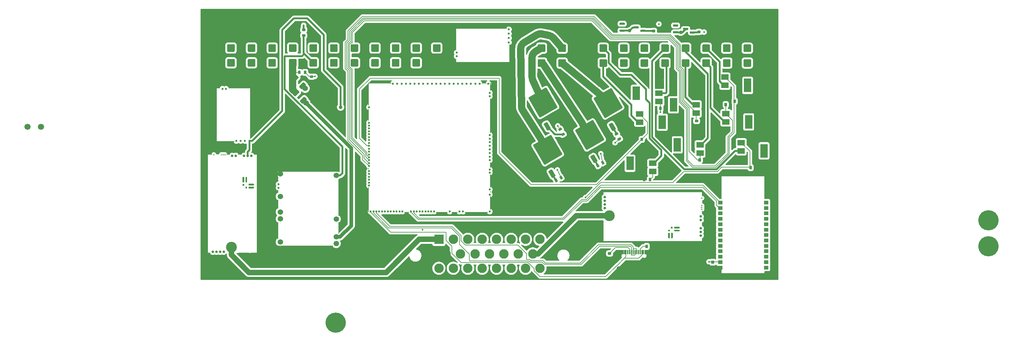
<source format=gtl>
G04 #@! TF.GenerationSoftware,KiCad,Pcbnew,7.0.10-7.0.10~ubuntu22.04.1*
G04 #@! TF.CreationDate,2024-01-05T07:10:10+00:00*
G04 #@! TF.ProjectId,uaeficopiedtovfr,75616566-6963-46f7-9069-6564746f7666,rev?*
G04 #@! TF.SameCoordinates,Original*
G04 #@! TF.FileFunction,Copper,L1,Top*
G04 #@! TF.FilePolarity,Positive*
%FSLAX46Y46*%
G04 Gerber Fmt 4.6, Leading zero omitted, Abs format (unit mm)*
G04 Created by KiCad (PCBNEW 7.0.10-7.0.10~ubuntu22.04.1) date 2024-01-05 07:10:10*
%MOMM*%
%LPD*%
G01*
G04 APERTURE LIST*
G04 #@! TA.AperFunction,NonConductor*
%ADD10C,0.200000*%
G04 #@! TD*
G04 #@! TA.AperFunction,NonConductor*
%ADD11C,2.000000*%
G04 #@! TD*
G04 #@! TA.AperFunction,SMDPad,CuDef*
%ADD12R,2.000000X1.500000*%
G04 #@! TD*
G04 #@! TA.AperFunction,SMDPad,CuDef*
%ADD13R,2.000000X3.800000*%
G04 #@! TD*
G04 #@! TA.AperFunction,ComponentPad*
%ADD14C,5.600000*%
G04 #@! TD*
G04 #@! TA.AperFunction,ComponentPad*
%ADD15C,0.600000*%
G04 #@! TD*
G04 #@! TA.AperFunction,SMDPad,CuDef*
%ADD16R,6.185000X0.250000*%
G04 #@! TD*
G04 #@! TA.AperFunction,SMDPad,CuDef*
%ADD17R,1.115000X0.250000*%
G04 #@! TD*
G04 #@! TA.AperFunction,SMDPad,CuDef*
%ADD18R,0.250000X14.275000*%
G04 #@! TD*
G04 #@! TA.AperFunction,SMDPad,CuDef*
%ADD19R,0.250000X15.100000*%
G04 #@! TD*
G04 #@! TA.AperFunction,SMDPad,CuDef*
%ADD20R,5.175000X0.250000*%
G04 #@! TD*
G04 #@! TA.AperFunction,ComponentPad*
%ADD21C,0.700000*%
G04 #@! TD*
G04 #@! TA.AperFunction,SMDPad,CuDef*
%ADD22C,3.000000*%
G04 #@! TD*
G04 #@! TA.AperFunction,SMDPad,CuDef*
%ADD23R,3.000000X0.250000*%
G04 #@! TD*
G04 #@! TA.AperFunction,SMDPad,CuDef*
%ADD24R,1.100000X0.250000*%
G04 #@! TD*
G04 #@! TA.AperFunction,SMDPad,CuDef*
%ADD25R,0.980000X0.250000*%
G04 #@! TD*
G04 #@! TA.AperFunction,SMDPad,CuDef*
%ADD26R,1.450000X0.250000*%
G04 #@! TD*
G04 #@! TA.AperFunction,SMDPad,CuDef*
%ADD27R,0.250000X27.600000*%
G04 #@! TD*
G04 #@! TA.AperFunction,SMDPad,CuDef*
%ADD28R,1.950000X0.250000*%
G04 #@! TD*
G04 #@! TA.AperFunction,SMDPad,CuDef*
%ADD29R,0.950000X0.250000*%
G04 #@! TD*
G04 #@! TA.AperFunction,ComponentPad*
%ADD30C,1.500000*%
G04 #@! TD*
G04 #@! TA.AperFunction,SMDPad,CuDef*
%ADD31O,0.200000X3.300000*%
G04 #@! TD*
G04 #@! TA.AperFunction,SMDPad,CuDef*
%ADD32O,0.200000X10.200000*%
G04 #@! TD*
G04 #@! TA.AperFunction,SMDPad,CuDef*
%ADD33O,0.200000X0.300000*%
G04 #@! TD*
G04 #@! TA.AperFunction,SMDPad,CuDef*
%ADD34O,17.000000X0.200000*%
G04 #@! TD*
G04 #@! TA.AperFunction,SMDPad,CuDef*
%ADD35O,15.400000X0.200000*%
G04 #@! TD*
G04 #@! TA.AperFunction,SMDPad,CuDef*
%ADD36O,0.200000X4.800000*%
G04 #@! TD*
G04 #@! TA.AperFunction,SMDPad,CuDef*
%ADD37O,0.200000X2.600000*%
G04 #@! TD*
G04 #@! TA.AperFunction,SMDPad,CuDef*
%ADD38O,0.200000X1.000000*%
G04 #@! TD*
G04 #@! TA.AperFunction,SMDPad,CuDef*
%ADD39O,0.200000X1.500000*%
G04 #@! TD*
G04 #@! TA.AperFunction,ComponentPad*
%ADD40R,2.625000X2.625000*%
G04 #@! TD*
G04 #@! TA.AperFunction,ComponentPad*
%ADD41C,2.625000*%
G04 #@! TD*
G04 #@! TA.AperFunction,SMDPad,CuDef*
%ADD42R,0.250000X6.185000*%
G04 #@! TD*
G04 #@! TA.AperFunction,SMDPad,CuDef*
%ADD43R,0.250000X1.115000*%
G04 #@! TD*
G04 #@! TA.AperFunction,SMDPad,CuDef*
%ADD44R,14.275000X0.250000*%
G04 #@! TD*
G04 #@! TA.AperFunction,SMDPad,CuDef*
%ADD45R,15.100000X0.250000*%
G04 #@! TD*
G04 #@! TA.AperFunction,SMDPad,CuDef*
%ADD46R,0.250000X5.175000*%
G04 #@! TD*
G04 #@! TA.AperFunction,ComponentPad*
%ADD47C,1.700000*%
G04 #@! TD*
G04 #@! TA.AperFunction,SMDPad,CuDef*
%ADD48R,0.300000X1.150000*%
G04 #@! TD*
G04 #@! TA.AperFunction,ComponentPad*
%ADD49O,1.000000X2.100000*%
G04 #@! TD*
G04 #@! TA.AperFunction,ComponentPad*
%ADD50O,1.000000X1.600000*%
G04 #@! TD*
G04 #@! TA.AperFunction,ComponentPad*
%ADD51C,1.524000*%
G04 #@! TD*
G04 #@! TA.AperFunction,SMDPad,CuDef*
%ADD52R,0.200000X3.700000*%
G04 #@! TD*
G04 #@! TA.AperFunction,SMDPad,CuDef*
%ADD53R,0.200000X0.400000*%
G04 #@! TD*
G04 #@! TA.AperFunction,SMDPad,CuDef*
%ADD54R,0.200000X1.600000*%
G04 #@! TD*
G04 #@! TA.AperFunction,SMDPad,CuDef*
%ADD55R,0.200000X9.700000*%
G04 #@! TD*
G04 #@! TA.AperFunction,SMDPad,CuDef*
%ADD56R,0.200000X2.300000*%
G04 #@! TD*
G04 #@! TA.AperFunction,SMDPad,CuDef*
%ADD57R,1.400000X0.200000*%
G04 #@! TD*
G04 #@! TA.AperFunction,SMDPad,CuDef*
%ADD58R,6.400000X0.200000*%
G04 #@! TD*
G04 #@! TA.AperFunction,SMDPad,CuDef*
%ADD59R,1.700000X0.200000*%
G04 #@! TD*
G04 #@! TA.AperFunction,SMDPad,CuDef*
%ADD60R,3.300000X0.200000*%
G04 #@! TD*
G04 #@! TA.AperFunction,SMDPad,CuDef*
%ADD61R,0.200000X7.000000*%
G04 #@! TD*
G04 #@! TA.AperFunction,SMDPad,CuDef*
%ADD62R,0.200000X3.300000*%
G04 #@! TD*
G04 #@! TA.AperFunction,SMDPad,CuDef*
%ADD63R,0.200000X6.300000*%
G04 #@! TD*
G04 #@! TA.AperFunction,SMDPad,CuDef*
%ADD64R,1.300000X1.000000*%
G04 #@! TD*
G04 #@! TA.AperFunction,SMDPad,CuDef*
%ADD65R,0.250000X3.000000*%
G04 #@! TD*
G04 #@! TA.AperFunction,SMDPad,CuDef*
%ADD66R,0.250000X1.100000*%
G04 #@! TD*
G04 #@! TA.AperFunction,SMDPad,CuDef*
%ADD67R,0.250000X0.980000*%
G04 #@! TD*
G04 #@! TA.AperFunction,SMDPad,CuDef*
%ADD68R,0.250000X1.450000*%
G04 #@! TD*
G04 #@! TA.AperFunction,SMDPad,CuDef*
%ADD69R,27.600000X0.250000*%
G04 #@! TD*
G04 #@! TA.AperFunction,SMDPad,CuDef*
%ADD70R,0.250000X1.950000*%
G04 #@! TD*
G04 #@! TA.AperFunction,SMDPad,CuDef*
%ADD71R,0.250000X0.950000*%
G04 #@! TD*
G04 #@! TA.AperFunction,ViaPad*
%ADD72C,0.500000*%
G04 #@! TD*
G04 #@! TA.AperFunction,ViaPad*
%ADD73C,1.000000*%
G04 #@! TD*
G04 #@! TA.AperFunction,Conductor*
%ADD74C,0.500000*%
G04 #@! TD*
G04 #@! TA.AperFunction,Conductor*
%ADD75C,0.200000*%
G04 #@! TD*
G04 #@! TA.AperFunction,Conductor*
%ADD76C,1.000000*%
G04 #@! TD*
G04 #@! TA.AperFunction,Conductor*
%ADD77C,2.000000*%
G04 #@! TD*
G04 #@! TA.AperFunction,Conductor*
%ADD78C,1.500000*%
G04 #@! TD*
G04 APERTURE END LIST*
D10*
X99599000Y41755000D02*
X98952000Y42701000D01*
D11*
X91766638Y56379577D02*
G75*
G03*
X91957274Y55515653I1999962J-11677D01*
G01*
D12*
G04 #@! TO.P,Q7,1,G*
G04 #@! TO.N,/LS1*
X126954000Y49442000D03*
G04 #@! TO.P,Q7,2,D*
G04 #@! TO.N,/FUELPUMP_LS*
X126954000Y51742000D03*
G04 #@! TO.P,Q7,3,S*
G04 #@! TO.N,GND*
X126954000Y54042000D03*
D13*
G04 #@! TO.P,Q7,4*
G04 #@! TO.N,N/C*
X120654000Y51742000D03*
G04 #@! TD*
G04 #@! TO.P,R32,1*
G04 #@! TO.N,GND*
G04 #@! TA.AperFunction,SMDPad,CuDef*
G36*
G01*
X149860000Y49943000D02*
X149860000Y49163000D01*
G75*
G02*
X149790000Y49093000I-70000J0D01*
G01*
X149230000Y49093000D01*
G75*
G02*
X149160000Y49163000I0J70000D01*
G01*
X149160000Y49943000D01*
G75*
G02*
X149230000Y50013000I70000J0D01*
G01*
X149790000Y50013000D01*
G75*
G02*
X149860000Y49943000I0J-70000D01*
G01*
G37*
G04 #@! TD.AperFunction*
G04 #@! TO.P,R32,2*
G04 #@! TO.N,/INJ4*
G04 #@! TA.AperFunction,SMDPad,CuDef*
G36*
G01*
X148260000Y49943000D02*
X148260000Y49163000D01*
G75*
G02*
X148190000Y49093000I-70000J0D01*
G01*
X147630000Y49093000D01*
G75*
G02*
X147560000Y49163000I0J70000D01*
G01*
X147560000Y49943000D01*
G75*
G02*
X147630000Y50013000I70000J0D01*
G01*
X148190000Y50013000D01*
G75*
G02*
X148260000Y49943000I0J-70000D01*
G01*
G37*
G04 #@! TD.AperFunction*
G04 #@! TD*
G04 #@! TO.P,R31,1*
G04 #@! TO.N,GND*
G04 #@! TA.AperFunction,SMDPad,CuDef*
G36*
G01*
X143477000Y48236928D02*
X143477000Y49016928D01*
G75*
G02*
X143547000Y49086928I70000J0D01*
G01*
X144107000Y49086928D01*
G75*
G02*
X144177000Y49016928I0J-70000D01*
G01*
X144177000Y48236928D01*
G75*
G02*
X144107000Y48166928I-70000J0D01*
G01*
X143547000Y48166928D01*
G75*
G02*
X143477000Y48236928I0J70000D01*
G01*
G37*
G04 #@! TD.AperFunction*
G04 #@! TO.P,R31,2*
G04 #@! TO.N,/INJ3*
G04 #@! TA.AperFunction,SMDPad,CuDef*
G36*
G01*
X145077000Y48236928D02*
X145077000Y49016928D01*
G75*
G02*
X145147000Y49086928I70000J0D01*
G01*
X145707000Y49086928D01*
G75*
G02*
X145777000Y49016928I0J-70000D01*
G01*
X145777000Y48236928D01*
G75*
G02*
X145707000Y48166928I-70000J0D01*
G01*
X145147000Y48166928D01*
G75*
G02*
X145077000Y48236928I0J70000D01*
G01*
G37*
G04 #@! TD.AperFunction*
G04 #@! TD*
D14*
G04 #@! TO.P,H1,1,1*
G04 #@! TO.N,GND*
X218223000Y16537000D03*
G04 #@! TD*
G04 #@! TO.P,R29,1*
G04 #@! TO.N,GND*
G04 #@! TA.AperFunction,SMDPad,CuDef*
G36*
G01*
X137754928Y42142000D02*
X136974928Y42142000D01*
G75*
G02*
X136904928Y42212000I0J70000D01*
G01*
X136904928Y42772000D01*
G75*
G02*
X136974928Y42842000I70000J0D01*
G01*
X137754928Y42842000D01*
G75*
G02*
X137824928Y42772000I0J-70000D01*
G01*
X137824928Y42212000D01*
G75*
G02*
X137754928Y42142000I-70000J0D01*
G01*
G37*
G04 #@! TD.AperFunction*
G04 #@! TO.P,R29,2*
G04 #@! TO.N,/INJ1*
G04 #@! TA.AperFunction,SMDPad,CuDef*
G36*
G01*
X137754928Y43742000D02*
X136974928Y43742000D01*
G75*
G02*
X136904928Y43812000I0J70000D01*
G01*
X136904928Y44372000D01*
G75*
G02*
X136974928Y44442000I70000J0D01*
G01*
X137754928Y44442000D01*
G75*
G02*
X137824928Y44372000I0J-70000D01*
G01*
X137824928Y43812000D01*
G75*
G02*
X137754928Y43742000I-70000J0D01*
G01*
G37*
G04 #@! TD.AperFunction*
G04 #@! TD*
D12*
G04 #@! TO.P,Q9,1,G*
G04 #@! TO.N,/LS3*
X125229000Y30059000D03*
G04 #@! TO.P,Q9,2,D*
G04 #@! TO.N,/OUT_LS3*
X125229000Y32359000D03*
G04 #@! TO.P,Q9,3,S*
G04 #@! TO.N,GND*
X125229000Y34659000D03*
D13*
G04 #@! TO.P,Q9,4*
G04 #@! TO.N,N/C*
X118929000Y32359000D03*
G04 #@! TD*
G04 #@! TO.P,Q1,1,G*
G04 #@! TO.N,Net-(Q1-G)*
G04 #@! TA.AperFunction,SMDPad,CuDef*
G36*
G01*
X114883109Y41670372D02*
X114276891Y41320372D01*
G75*
G02*
X113935385Y41411878I-125000J216506D01*
G01*
X113085385Y42884122D01*
G75*
G02*
X113176891Y43225628I216506J125000D01*
G01*
X113783109Y43575628D01*
G75*
G02*
X114124615Y43484122I125000J-216506D01*
G01*
X114974615Y42011878D01*
G75*
G02*
X114883109Y41670372I-216506J-125000D01*
G01*
G37*
G04 #@! TD.AperFunction*
G04 #@! TO.P,Q1,2,C*
G04 #@! TO.N,/IGNOUT1*
G04 #@! TA.AperFunction,SMDPad,CuDef*
G36*
G01*
X114108128Y46072679D02*
X112159570Y44947679D01*
G75*
G02*
X111818064Y45039185I-125000J216506D01*
G01*
X110543064Y47247549D01*
G75*
G02*
X110634570Y47589055I216506J125000D01*
G01*
X112583128Y48714055D01*
G75*
G02*
X112924634Y48622549I125000J-216506D01*
G01*
X114199634Y46414185D01*
G75*
G02*
X114108128Y46072679I-216506J-125000D01*
G01*
G37*
G04 #@! TD.AperFunction*
G04 #@! TA.AperFunction,SMDPad,CuDef*
G36*
G01*
X116749506Y47597679D02*
X114800948Y46472679D01*
G75*
G02*
X114459442Y46564185I-125000J216506D01*
G01*
X113184442Y48772549D01*
G75*
G02*
X113275948Y49114055I216506J125000D01*
G01*
X115224506Y50239055D01*
G75*
G02*
X115566012Y50147549I125000J-216506D01*
G01*
X116841012Y47939185D01*
G75*
G02*
X116749506Y47597679I-216506J-125000D01*
G01*
G37*
G04 #@! TD.AperFunction*
G04 #@! TA.AperFunction,SMDPad,CuDef*
G36*
G01*
X116749508Y47597680D02*
X112159569Y44947677D01*
G75*
G02*
X111818066Y45039182I-124999J216504D01*
G01*
X108868063Y50148737D01*
G75*
G02*
X108959569Y50490240I216504J124999D01*
G01*
X113549508Y53140243D01*
G75*
G02*
X113891010Y53048737I124998J-216504D01*
G01*
X116841013Y47939182D01*
G75*
G02*
X116749508Y47597680I-216504J-124998D01*
G01*
G37*
G04 #@! TD.AperFunction*
G04 #@! TA.AperFunction,SMDPad,CuDef*
G36*
G01*
X112433128Y48973865D02*
X110484570Y47848865D01*
G75*
G02*
X110143064Y47940371I-125000J216506D01*
G01*
X108868064Y50148735D01*
G75*
G02*
X108959570Y50490241I216506J125000D01*
G01*
X110908128Y51615241D01*
G75*
G02*
X111249634Y51523735I125000J-216506D01*
G01*
X112524634Y49315371D01*
G75*
G02*
X112433128Y48973865I-216506J-125000D01*
G01*
G37*
G04 #@! TD.AperFunction*
G04 #@! TA.AperFunction,SMDPad,CuDef*
G36*
G01*
X115074506Y50498865D02*
X113125948Y49373865D01*
G75*
G02*
X112784442Y49465371I-125000J216506D01*
G01*
X111509442Y51673735D01*
G75*
G02*
X111600948Y52015241I216506J125000D01*
G01*
X113549506Y53140241D01*
G75*
G02*
X113891012Y53048735I125000J-216506D01*
G01*
X115166012Y50840371D01*
G75*
G02*
X115074506Y50498865I-216506J-125000D01*
G01*
G37*
G04 #@! TD.AperFunction*
G04 #@! TO.P,Q1,3,E*
G04 #@! TO.N,GND*
G04 #@! TA.AperFunction,SMDPad,CuDef*
G36*
G01*
X118832185Y43950372D02*
X118225967Y43600372D01*
G75*
G02*
X117884461Y43691878I-125000J216506D01*
G01*
X117034461Y45164122D01*
G75*
G02*
X117125967Y45505628I216506J125000D01*
G01*
X117732185Y45855628D01*
G75*
G02*
X118073691Y45764122I125000J-216506D01*
G01*
X118923691Y44291878D01*
G75*
G02*
X118832185Y43950372I-216506J-125000D01*
G01*
G37*
G04 #@! TD.AperFunction*
G04 #@! TD*
G04 #@! TO.P,Q4,1,G*
G04 #@! TO.N,Net-(Q4-G)*
G04 #@! TA.AperFunction,SMDPad,CuDef*
G36*
G01*
X96852033Y41810372D02*
X96245815Y41460372D01*
G75*
G02*
X95904309Y41551878I-125000J216506D01*
G01*
X95054309Y43024122D01*
G75*
G02*
X95145815Y43365628I216506J125000D01*
G01*
X95752033Y43715628D01*
G75*
G02*
X96093539Y43624122I125000J-216506D01*
G01*
X96943539Y42151878D01*
G75*
G02*
X96852033Y41810372I-216506J-125000D01*
G01*
G37*
G04 #@! TD.AperFunction*
G04 #@! TO.P,Q4,2,C*
G04 #@! TO.N,/IGNOUT4*
G04 #@! TA.AperFunction,SMDPad,CuDef*
G36*
G01*
X96077052Y46212679D02*
X94128494Y45087679D01*
G75*
G02*
X93786988Y45179185I-125000J216506D01*
G01*
X92511988Y47387549D01*
G75*
G02*
X92603494Y47729055I216506J125000D01*
G01*
X94552052Y48854055D01*
G75*
G02*
X94893558Y48762549I125000J-216506D01*
G01*
X96168558Y46554185D01*
G75*
G02*
X96077052Y46212679I-216506J-125000D01*
G01*
G37*
G04 #@! TD.AperFunction*
G04 #@! TA.AperFunction,SMDPad,CuDef*
G36*
G01*
X98718430Y47737679D02*
X96769872Y46612679D01*
G75*
G02*
X96428366Y46704185I-125000J216506D01*
G01*
X95153366Y48912549D01*
G75*
G02*
X95244872Y49254055I216506J125000D01*
G01*
X97193430Y50379055D01*
G75*
G02*
X97534936Y50287549I125000J-216506D01*
G01*
X98809936Y48079185D01*
G75*
G02*
X98718430Y47737679I-216506J-125000D01*
G01*
G37*
G04 #@! TD.AperFunction*
G04 #@! TA.AperFunction,SMDPad,CuDef*
G36*
G01*
X98718432Y47737680D02*
X94128493Y45087677D01*
G75*
G02*
X93786990Y45179182I-124999J216504D01*
G01*
X90836987Y50288737D01*
G75*
G02*
X90928493Y50630240I216504J124999D01*
G01*
X95518432Y53280243D01*
G75*
G02*
X95859934Y53188737I124998J-216504D01*
G01*
X98809937Y48079182D01*
G75*
G02*
X98718432Y47737680I-216504J-124998D01*
G01*
G37*
G04 #@! TD.AperFunction*
G04 #@! TA.AperFunction,SMDPad,CuDef*
G36*
G01*
X94402052Y49113865D02*
X92453494Y47988865D01*
G75*
G02*
X92111988Y48080371I-125000J216506D01*
G01*
X90836988Y50288735D01*
G75*
G02*
X90928494Y50630241I216506J125000D01*
G01*
X92877052Y51755241D01*
G75*
G02*
X93218558Y51663735I125000J-216506D01*
G01*
X94493558Y49455371D01*
G75*
G02*
X94402052Y49113865I-216506J-125000D01*
G01*
G37*
G04 #@! TD.AperFunction*
G04 #@! TA.AperFunction,SMDPad,CuDef*
G36*
G01*
X97043430Y50638865D02*
X95094872Y49513865D01*
G75*
G02*
X94753366Y49605371I-125000J216506D01*
G01*
X93478366Y51813735D01*
G75*
G02*
X93569872Y52155241I216506J125000D01*
G01*
X95518430Y53280241D01*
G75*
G02*
X95859936Y53188735I125000J-216506D01*
G01*
X97134936Y50980371D01*
G75*
G02*
X97043430Y50638865I-216506J-125000D01*
G01*
G37*
G04 #@! TD.AperFunction*
G04 #@! TO.P,Q4,3,E*
G04 #@! TO.N,GND*
G04 #@! TA.AperFunction,SMDPad,CuDef*
G36*
G01*
X100801109Y44090372D02*
X100194891Y43740372D01*
G75*
G02*
X99853385Y43831878I-125000J216506D01*
G01*
X99003385Y45304122D01*
G75*
G02*
X99094891Y45645628I216506J125000D01*
G01*
X99701109Y45995628D01*
G75*
G02*
X100042615Y45904122I125000J-216506D01*
G01*
X100892615Y44431878D01*
G75*
G02*
X100801109Y44090372I-216506J-125000D01*
G01*
G37*
G04 #@! TD.AperFunction*
G04 #@! TD*
G04 #@! TO.P,R1,1*
G04 #@! TO.N,+5VP*
G04 #@! TA.AperFunction,SMDPad,CuDef*
G36*
G01*
X28957000Y67393000D02*
X28177000Y67393000D01*
G75*
G02*
X28107000Y67463000I0J70000D01*
G01*
X28107000Y68023000D01*
G75*
G02*
X28177000Y68093000I70000J0D01*
G01*
X28957000Y68093000D01*
G75*
G02*
X29027000Y68023000I0J-70000D01*
G01*
X29027000Y67463000D01*
G75*
G02*
X28957000Y67393000I-70000J0D01*
G01*
G37*
G04 #@! TD.AperFunction*
G04 #@! TO.P,R1,2*
G04 #@! TO.N,/CAM{slash}CRANK-*
G04 #@! TA.AperFunction,SMDPad,CuDef*
G36*
G01*
X28957000Y68993000D02*
X28177000Y68993000D01*
G75*
G02*
X28107000Y69063000I0J70000D01*
G01*
X28107000Y69623000D01*
G75*
G02*
X28177000Y69693000I70000J0D01*
G01*
X28957000Y69693000D01*
G75*
G02*
X29027000Y69623000I0J-70000D01*
G01*
X29027000Y69063000D01*
G75*
G02*
X28957000Y68993000I-70000J0D01*
G01*
G37*
G04 #@! TD.AperFunction*
G04 #@! TD*
D14*
G04 #@! TO.P,H2,1,1*
G04 #@! TO.N,GND*
X37464000Y-11848000D03*
G04 #@! TD*
G04 #@! TO.P,H2,1,1*
G04 #@! TO.N,GND*
X218223000Y9387000D03*
G04 #@! TD*
G04 #@! TO.P,R8,1*
G04 #@! TO.N,GND*
G04 #@! TA.AperFunction,SMDPad,CuDef*
G36*
G01*
X125496000Y9699000D02*
X125496000Y8919000D01*
G75*
G02*
X125426000Y8849000I-70000J0D01*
G01*
X124866000Y8849000D01*
G75*
G02*
X124796000Y8919000I0J70000D01*
G01*
X124796000Y9699000D01*
G75*
G02*
X124866000Y9769000I70000J0D01*
G01*
X125426000Y9769000D01*
G75*
G02*
X125496000Y9699000I0J-70000D01*
G01*
G37*
G04 #@! TD.AperFunction*
G04 #@! TO.P,R8,2*
G04 #@! TO.N,Net-(J9-CC2)*
G04 #@! TA.AperFunction,SMDPad,CuDef*
G36*
G01*
X123896000Y9699000D02*
X123896000Y8919000D01*
G75*
G02*
X123826000Y8849000I-70000J0D01*
G01*
X123266000Y8849000D01*
G75*
G02*
X123196000Y8919000I0J70000D01*
G01*
X123196000Y9699000D01*
G75*
G02*
X123266000Y9769000I70000J0D01*
G01*
X123826000Y9769000D01*
G75*
G02*
X123896000Y9699000I0J-70000D01*
G01*
G37*
G04 #@! TD.AperFunction*
G04 #@! TD*
G04 #@! TO.P,R30,1*
G04 #@! TO.N,GND*
G04 #@! TA.AperFunction,SMDPad,CuDef*
G36*
G01*
X140178000Y33631072D02*
X140178000Y32851072D01*
G75*
G02*
X140108000Y32781072I-70000J0D01*
G01*
X139548000Y32781072D01*
G75*
G02*
X139478000Y32851072I0J70000D01*
G01*
X139478000Y33631072D01*
G75*
G02*
X139548000Y33701072I70000J0D01*
G01*
X140108000Y33701072D01*
G75*
G02*
X140178000Y33631072I0J-70000D01*
G01*
G37*
G04 #@! TD.AperFunction*
G04 #@! TO.P,R30,2*
G04 #@! TO.N,/INJ2*
G04 #@! TA.AperFunction,SMDPad,CuDef*
G36*
G01*
X138578000Y33631072D02*
X138578000Y32851072D01*
G75*
G02*
X138508000Y32781072I-70000J0D01*
G01*
X137948000Y32781072D01*
G75*
G02*
X137878000Y32851072I0J70000D01*
G01*
X137878000Y33631072D01*
G75*
G02*
X137948000Y33701072I70000J0D01*
G01*
X138508000Y33701072D01*
G75*
G02*
X138578000Y33631072I0J-70000D01*
G01*
G37*
G04 #@! TD.AperFunction*
G04 #@! TD*
D15*
G04 #@! TO.P,M3,E1,Thresh_IN*
G04 #@! TO.N,/VR1_THRESHOLD*
X11122000Y38552000D03*
G04 #@! TO.P,M3,E2,OUT_A*
G04 #@! TO.N,/VR1_A*
X9922000Y38552000D03*
G04 #@! TO.P,M3,E3,OUT*
G04 #@! TO.N,/VR1*
X12322000Y38552000D03*
G04 #@! TO.P,M3,E4,V5_IN*
G04 #@! TO.N,+5VA*
X13522000Y38552000D03*
D16*
G04 #@! TO.P,M3,G,GND*
G04 #@! TO.N,GND*
X10854500Y53202000D03*
D17*
X4804500Y53202000D03*
D18*
X13822000Y46189500D03*
D19*
X4372000Y45777000D03*
D20*
X6834500Y38352000D03*
D15*
G04 #@! TO.P,M3,W1,VR-*
G04 #@! TO.N,/CAM{slash}CRANK-*
X7062000Y52977000D03*
G04 #@! TO.P,M3,W2,VR+*
G04 #@! TO.N,/CAM+*
X6062000Y52977000D03*
G04 #@! TD*
G04 #@! TO.P,R2,1*
G04 #@! TO.N,/IN_VMAIN*
G04 #@! TA.AperFunction,SMDPad,CuDef*
G36*
G01*
X29314000Y57922000D02*
X29314000Y57142000D01*
G75*
G02*
X29244000Y57072000I-70000J0D01*
G01*
X28684000Y57072000D01*
G75*
G02*
X28614000Y57142000I0J70000D01*
G01*
X28614000Y57922000D01*
G75*
G02*
X28684000Y57992000I70000J0D01*
G01*
X29244000Y57992000D01*
G75*
G02*
X29314000Y57922000I0J-70000D01*
G01*
G37*
G04 #@! TD.AperFunction*
G04 #@! TO.P,R2,2*
G04 #@! TO.N,+12V*
G04 #@! TA.AperFunction,SMDPad,CuDef*
G36*
G01*
X27714000Y57922000D02*
X27714000Y57142000D01*
G75*
G02*
X27644000Y57072000I-70000J0D01*
G01*
X27084000Y57072000D01*
G75*
G02*
X27014000Y57142000I0J70000D01*
G01*
X27014000Y57922000D01*
G75*
G02*
X27084000Y57992000I70000J0D01*
G01*
X27644000Y57992000D01*
G75*
G02*
X27714000Y57922000I0J-70000D01*
G01*
G37*
G04 #@! TD.AperFunction*
G04 #@! TD*
D12*
G04 #@! TO.P,Q14,1,G*
G04 #@! TO.N,/INJ2*
X138324000Y35162000D03*
G04 #@! TO.P,Q14,2,D*
G04 #@! TO.N,/INJOUT2*
X138324000Y37462000D03*
G04 #@! TO.P,Q14,3,S*
G04 #@! TO.N,GND*
X138324000Y39762000D03*
D13*
G04 #@! TO.P,Q14,4*
G04 #@! TO.N,N/C*
X132024000Y37462000D03*
G04 #@! TD*
G04 #@! TO.P,Q3,1,G*
G04 #@! TO.N,Net-(Q3-G)*
G04 #@! TA.AperFunction,SMDPad,CuDef*
G36*
G01*
X109796109Y32814372D02*
X109189891Y32464372D01*
G75*
G02*
X108848385Y32555878I-125000J216506D01*
G01*
X107998385Y34028122D01*
G75*
G02*
X108089891Y34369628I216506J125000D01*
G01*
X108696109Y34719628D01*
G75*
G02*
X109037615Y34628122I125000J-216506D01*
G01*
X109887615Y33155878D01*
G75*
G02*
X109796109Y32814372I-216506J-125000D01*
G01*
G37*
G04 #@! TD.AperFunction*
G04 #@! TO.P,Q3,2,C*
G04 #@! TO.N,/IGNOUT3*
G04 #@! TA.AperFunction,SMDPad,CuDef*
G36*
G01*
X109021128Y37216679D02*
X107072570Y36091679D01*
G75*
G02*
X106731064Y36183185I-125000J216506D01*
G01*
X105456064Y38391549D01*
G75*
G02*
X105547570Y38733055I216506J125000D01*
G01*
X107496128Y39858055D01*
G75*
G02*
X107837634Y39766549I125000J-216506D01*
G01*
X109112634Y37558185D01*
G75*
G02*
X109021128Y37216679I-216506J-125000D01*
G01*
G37*
G04 #@! TD.AperFunction*
G04 #@! TA.AperFunction,SMDPad,CuDef*
G36*
G01*
X111662506Y38741679D02*
X109713948Y37616679D01*
G75*
G02*
X109372442Y37708185I-125000J216506D01*
G01*
X108097442Y39916549D01*
G75*
G02*
X108188948Y40258055I216506J125000D01*
G01*
X110137506Y41383055D01*
G75*
G02*
X110479012Y41291549I125000J-216506D01*
G01*
X111754012Y39083185D01*
G75*
G02*
X111662506Y38741679I-216506J-125000D01*
G01*
G37*
G04 #@! TD.AperFunction*
G04 #@! TA.AperFunction,SMDPad,CuDef*
G36*
G01*
X111662508Y38741680D02*
X107072569Y36091677D01*
G75*
G02*
X106731066Y36183182I-124999J216504D01*
G01*
X103781063Y41292737D01*
G75*
G02*
X103872569Y41634240I216504J124999D01*
G01*
X108462508Y44284243D01*
G75*
G02*
X108804010Y44192737I124998J-216504D01*
G01*
X111754013Y39083182D01*
G75*
G02*
X111662508Y38741680I-216504J-124998D01*
G01*
G37*
G04 #@! TD.AperFunction*
G04 #@! TA.AperFunction,SMDPad,CuDef*
G36*
G01*
X107346128Y40117865D02*
X105397570Y38992865D01*
G75*
G02*
X105056064Y39084371I-125000J216506D01*
G01*
X103781064Y41292735D01*
G75*
G02*
X103872570Y41634241I216506J125000D01*
G01*
X105821128Y42759241D01*
G75*
G02*
X106162634Y42667735I125000J-216506D01*
G01*
X107437634Y40459371D01*
G75*
G02*
X107346128Y40117865I-216506J-125000D01*
G01*
G37*
G04 #@! TD.AperFunction*
G04 #@! TA.AperFunction,SMDPad,CuDef*
G36*
G01*
X109987506Y41642865D02*
X108038948Y40517865D01*
G75*
G02*
X107697442Y40609371I-125000J216506D01*
G01*
X106422442Y42817735D01*
G75*
G02*
X106513948Y43159241I216506J125000D01*
G01*
X108462506Y44284241D01*
G75*
G02*
X108804012Y44192735I125000J-216506D01*
G01*
X110079012Y41984371D01*
G75*
G02*
X109987506Y41642865I-216506J-125000D01*
G01*
G37*
G04 #@! TD.AperFunction*
G04 #@! TO.P,Q3,3,E*
G04 #@! TO.N,GND*
G04 #@! TA.AperFunction,SMDPad,CuDef*
G36*
G01*
X113745185Y35094372D02*
X113138967Y34744372D01*
G75*
G02*
X112797461Y34835878I-125000J216506D01*
G01*
X111947461Y36308122D01*
G75*
G02*
X112038967Y36649628I216506J125000D01*
G01*
X112645185Y36999628D01*
G75*
G02*
X112986691Y36908122I125000J-216506D01*
G01*
X113836691Y35435878D01*
G75*
G02*
X113745185Y35094372I-216506J-125000D01*
G01*
G37*
G04 #@! TD.AperFunction*
G04 #@! TD*
D21*
G04 #@! TO.P,M7,E1,LSU_Un*
G04 #@! TO.N,/WBO2_Un*
X3416000Y7829000D03*
G04 #@! TO.P,M7,E2,LSU_Vm*
G04 #@! TO.N,/WBO2_Vm*
X6416000Y7829000D03*
G04 #@! TO.P,M7,E3,LSU_Ip*
G04 #@! TO.N,/WBO2_Ip*
X5416000Y7829000D03*
G04 #@! TO.P,M7,E4,LSU_Rtrim*
G04 #@! TO.N,/WBO2_Rtrim*
X4416000Y7829000D03*
D22*
G04 #@! TO.P,M7,E5,LSU_H+*
G04 #@! TO.N,/WBO2_Heater*
X8566000Y9079000D03*
D23*
G04 #@! TO.P,M7,E6,LSU_H-*
G04 #@! TO.N,GND*
X12066000Y7454000D03*
D24*
G04 #@! TO.P,M7,G,GND*
X15266000Y34804000D03*
D25*
X10926000Y34804000D03*
X7626000Y34804000D03*
D26*
X2541000Y34804000D03*
D27*
X15691000Y21129000D03*
X1941000Y21129000D03*
D28*
X14841000Y7454000D03*
D29*
X2291000Y7454000D03*
G04 #@! TO.P,M7,J1,SEL1*
G04 #@! TO.N,Net-(M7-PULL_DOWN1)*
G04 #@! TA.AperFunction,SMDPad,CuDef*
G36*
G01*
X14666000Y25379000D02*
X13416000Y25379000D01*
G75*
G02*
X13291000Y25504000I0J125000D01*
G01*
X13291000Y25754000D01*
G75*
G02*
X13416000Y25879000I125000J0D01*
G01*
X14666000Y25879000D01*
G75*
G02*
X14791000Y25754000I0J-125000D01*
G01*
X14791000Y25504000D01*
G75*
G02*
X14666000Y25379000I-125000J0D01*
G01*
G37*
G04 #@! TD.AperFunction*
G04 #@! TO.P,M7,J2,SEL2*
G04 #@! TO.N,unconnected-(M7-SEL2-PadJ2)*
G04 #@! TA.AperFunction,SMDPad,CuDef*
G36*
G01*
X11991000Y27054000D02*
X11741000Y27054000D01*
G75*
G02*
X11616000Y27179000I0J125000D01*
G01*
X11616000Y28429000D01*
G75*
G02*
X11741000Y28554000I125000J0D01*
G01*
X11991000Y28554000D01*
G75*
G02*
X12116000Y28429000I0J-125000D01*
G01*
X12116000Y27179000D01*
G75*
G02*
X11991000Y27054000I-125000J0D01*
G01*
G37*
G04 #@! TD.AperFunction*
G04 #@! TO.P,M7,J_GND1,PULL_DOWN1*
G04 #@! TO.N,Net-(M7-PULL_DOWN1)*
G04 #@! TA.AperFunction,SMDPad,CuDef*
G36*
G01*
X14666000Y26179000D02*
X13416000Y26179000D01*
G75*
G02*
X13291000Y26304000I0J125000D01*
G01*
X13291000Y26554000D01*
G75*
G02*
X13416000Y26679000I125000J0D01*
G01*
X14666000Y26679000D01*
G75*
G02*
X14791000Y26554000I0J-125000D01*
G01*
X14791000Y26304000D01*
G75*
G02*
X14666000Y26179000I-125000J0D01*
G01*
G37*
G04 #@! TD.AperFunction*
G04 #@! TO.P,M7,J_GND2,PULL_DOWN2*
G04 #@! TO.N,unconnected-(M7-PULL_DOWN2-PadJ_GND2)*
G04 #@! TA.AperFunction,SMDPad,CuDef*
G36*
G01*
X12116000Y26504000D02*
X12116000Y26254000D01*
G75*
G02*
X11991000Y26129000I-125000J0D01*
G01*
X11741000Y26129000D01*
G75*
G02*
X11616000Y26254000I0J125000D01*
G01*
X11616000Y26504000D01*
G75*
G02*
X11741000Y26629000I125000J0D01*
G01*
X11991000Y26629000D01*
G75*
G02*
X12116000Y26504000I0J-125000D01*
G01*
G37*
G04 #@! TD.AperFunction*
G04 #@! TO.P,M7,J_VCC1,PULL_UP1*
G04 #@! TO.N,unconnected-(M7-PULL_UP1-PadJ_VCC1)*
G04 #@! TA.AperFunction,SMDPad,CuDef*
G36*
G01*
X12791000Y25379000D02*
X12541000Y25379000D01*
G75*
G02*
X12416000Y25504000I0J125000D01*
G01*
X12416000Y25754000D01*
G75*
G02*
X12541000Y25879000I125000J0D01*
G01*
X12791000Y25879000D01*
G75*
G02*
X12916000Y25754000I0J-125000D01*
G01*
X12916000Y25504000D01*
G75*
G02*
X12791000Y25379000I-125000J0D01*
G01*
G37*
G04 #@! TD.AperFunction*
G04 #@! TO.P,M7,J_VCC2,PULL_UP2*
G04 #@! TO.N,unconnected-(M7-PULL_UP2-PadJ_VCC2)*
G04 #@! TA.AperFunction,SMDPad,CuDef*
G36*
G01*
X12791000Y27054000D02*
X12541000Y27054000D01*
G75*
G02*
X12416000Y27179000I0J125000D01*
G01*
X12416000Y28429000D01*
G75*
G02*
X12541000Y28554000I125000J0D01*
G01*
X12791000Y28554000D01*
G75*
G02*
X12916000Y28429000I0J-125000D01*
G01*
X12916000Y27179000D01*
G75*
G02*
X12791000Y27054000I-125000J0D01*
G01*
G37*
G04 #@! TD.AperFunction*
D21*
G04 #@! TO.P,M7,W1,V5_IN*
G04 #@! TO.N,+5VA*
X13066000Y34420200D03*
G04 #@! TO.P,M7,W2,CAN_VIO*
G04 #@! TO.N,unconnected-(M7-CAN_VIO-PadW2)*
X12066000Y34420200D03*
G04 #@! TO.P,M7,W3,CANL*
G04 #@! TO.N,/CAN-*
X8770000Y34420200D03*
G04 #@! TO.P,M7,W4,CANH*
G04 #@! TO.N,/CAN+*
X9786000Y34420200D03*
G04 #@! TO.P,M7,W5,nReset*
G04 #@! TO.N,Net-(J3-Pin_5)*
G04 #@! TA.AperFunction,SMDPad,CuDef*
G36*
G01*
X6766000Y34929000D02*
X6766000Y34929000D01*
G75*
G02*
X6891000Y34804000I0J-125000D01*
G01*
X6891000Y34554000D01*
G75*
G02*
X6766000Y34429000I-125000J0D01*
G01*
X6766000Y34429000D01*
G75*
G02*
X6641000Y34554000I0J125000D01*
G01*
X6641000Y34804000D01*
G75*
G02*
X6766000Y34929000I125000J0D01*
G01*
G37*
G04 #@! TD.AperFunction*
G04 #@! TO.P,M7,W6,SWDIO*
G04 #@! TO.N,Net-(J3-Pin_4)*
G04 #@! TA.AperFunction,SMDPad,CuDef*
G36*
G01*
X6266000Y34929000D02*
X6266000Y34929000D01*
G75*
G02*
X6391000Y34804000I0J-125000D01*
G01*
X6391000Y34554000D01*
G75*
G02*
X6266000Y34429000I-125000J0D01*
G01*
X6266000Y34429000D01*
G75*
G02*
X6141000Y34554000I0J125000D01*
G01*
X6141000Y34804000D01*
G75*
G02*
X6266000Y34929000I125000J0D01*
G01*
G37*
G04 #@! TD.AperFunction*
G04 #@! TO.P,M7,W7,SWCLK*
G04 #@! TO.N,Net-(J3-Pin_2)*
G04 #@! TA.AperFunction,SMDPad,CuDef*
G36*
G01*
X5766000Y34929000D02*
X5766000Y34929000D01*
G75*
G02*
X5891000Y34804000I0J-125000D01*
G01*
X5891000Y34554000D01*
G75*
G02*
X5766000Y34429000I-125000J0D01*
G01*
X5766000Y34429000D01*
G75*
G02*
X5641000Y34554000I0J125000D01*
G01*
X5641000Y34804000D01*
G75*
G02*
X5766000Y34929000I125000J0D01*
G01*
G37*
G04 #@! TD.AperFunction*
G04 #@! TO.P,M7,W8,V33_OUT*
G04 #@! TO.N,Net-(J3-Pin_1)*
G04 #@! TA.AperFunction,SMDPad,CuDef*
G36*
G01*
X3666000Y34929000D02*
X3666000Y34929000D01*
G75*
G02*
X3791000Y34804000I0J-125000D01*
G01*
X3791000Y34554000D01*
G75*
G02*
X3666000Y34429000I-125000J0D01*
G01*
X3666000Y34429000D01*
G75*
G02*
X3541000Y34554000I0J125000D01*
G01*
X3541000Y34804000D01*
G75*
G02*
X3666000Y34929000I125000J0D01*
G01*
G37*
G04 #@! TD.AperFunction*
G04 #@! TO.P,M7,W9,VDDA*
G04 #@! TO.N,unconnected-(M7-VDDA-PadW9)*
X14066000Y34420200D03*
G04 #@! TD*
D30*
G04 #@! TO.P,M1,E1,VBAT*
G04 #@! TO.N,/VBAT*
X22089005Y10557001D03*
G04 #@! TO.P,M1,E2,V12*
G04 #@! TO.N,unconnected-(M1-V12-PadE2)*
X22089005Y16956998D03*
G04 #@! TO.P,M1,E3,VIGN*
G04 #@! TO.N,/VIGN*
X22089005Y18857001D03*
G04 #@! TO.P,M1,E4,V5*
G04 #@! TO.N,+5V*
X22089005Y23157001D03*
D15*
G04 #@! TO.P,M1,E5,EN_5VP*
G04 #@! TO.N,/PWR_EN*
X21639006Y25556998D03*
G04 #@! TO.P,M1,E6,PG_5VP*
G04 #@! TO.N,Net-(M1-PG_5VP)*
X21639006Y26556999D03*
D31*
G04 #@! TO.P,M1,S1,GND*
G04 #@! TO.N,GND*
X38239001Y14407001D03*
D32*
X38239001Y22906999D03*
D33*
X38239001Y30007001D03*
D34*
X29839003Y30057001D03*
D35*
X29039002Y9457001D03*
D30*
X22089005Y29407001D03*
D33*
X21439004Y9507001D03*
D36*
X21439004Y13706999D03*
D37*
X21439004Y21057001D03*
D38*
X21439004Y24556998D03*
D39*
X21439004Y27856999D03*
D30*
G04 #@! TO.P,M1,V1,V12_PERM*
G04 #@! TO.N,+12V_RAW*
X37589002Y10106999D03*
G04 #@! TO.P,M1,V2,IN_VIGN*
G04 #@! TO.N,/IN_VIGN*
X37589002Y11956998D03*
G04 #@! TO.P,M1,V3,V12_RAW*
G04 #@! TO.N,+12V_RAW*
X37589002Y16907001D03*
G04 #@! TO.P,M1,V4,5VP*
G04 #@! TO.N,+5VP*
X37589002Y28956999D03*
G04 #@! TD*
G04 #@! TO.P,R26,1*
G04 #@! TO.N,/LS_WEAK2*
G04 #@! TA.AperFunction,SMDPad,CuDef*
G36*
G01*
X125860000Y68649000D02*
X125080000Y68649000D01*
G75*
G02*
X125010000Y68719000I0J70000D01*
G01*
X125010000Y69279000D01*
G75*
G02*
X125080000Y69349000I70000J0D01*
G01*
X125860000Y69349000D01*
G75*
G02*
X125930000Y69279000I0J-70000D01*
G01*
X125930000Y68719000D01*
G75*
G02*
X125860000Y68649000I-70000J0D01*
G01*
G37*
G04 #@! TD.AperFunction*
G04 #@! TO.P,R26,2*
G04 #@! TO.N,GND*
G04 #@! TA.AperFunction,SMDPad,CuDef*
G36*
G01*
X125860000Y70249000D02*
X125080000Y70249000D01*
G75*
G02*
X125010000Y70319000I0J70000D01*
G01*
X125010000Y70879000D01*
G75*
G02*
X125080000Y70949000I70000J0D01*
G01*
X125860000Y70949000D01*
G75*
G02*
X125930000Y70879000I0J-70000D01*
G01*
X125930000Y70319000D01*
G75*
G02*
X125860000Y70249000I-70000J0D01*
G01*
G37*
G04 #@! TD.AperFunction*
G04 #@! TD*
D12*
G04 #@! TO.P,Q13,1,G*
G04 #@! TO.N,/INJ1*
X137258000Y46252000D03*
G04 #@! TO.P,Q13,2,D*
G04 #@! TO.N,/INJOUT1*
X137258000Y48552000D03*
G04 #@! TO.P,Q13,3,S*
G04 #@! TO.N,GND*
X137258000Y50852000D03*
D13*
G04 #@! TO.P,Q13,4*
G04 #@! TO.N,N/C*
X130958000Y48552000D03*
G04 #@! TD*
D12*
G04 #@! TO.P,Q8,1,G*
G04 #@! TO.N,/LS2*
X121556000Y46011000D03*
G04 #@! TO.P,Q8,2,D*
G04 #@! TO.N,/OUT_LS2*
X121556000Y43711000D03*
G04 #@! TO.P,Q8,3,S*
G04 #@! TO.N,GND*
X121556000Y41411000D03*
D13*
G04 #@! TO.P,Q8,4*
G04 #@! TO.N,N/C*
X127856000Y43711000D03*
G04 #@! TD*
G04 #@! TO.P,C1,1*
G04 #@! TO.N,GND*
G04 #@! TA.AperFunction,SMDPad,CuDef*
G36*
G01*
X142170000Y2958000D02*
X141490000Y2958000D01*
G75*
G02*
X141405000Y3043000I0J85000D01*
G01*
X141405000Y3723000D01*
G75*
G02*
X141490000Y3808000I85000J0D01*
G01*
X142170000Y3808000D01*
G75*
G02*
X142255000Y3723000I0J-85000D01*
G01*
X142255000Y3043000D01*
G75*
G02*
X142170000Y2958000I-85000J0D01*
G01*
G37*
G04 #@! TD.AperFunction*
G04 #@! TO.P,C1,2*
G04 #@! TO.N,+3.3VA*
G04 #@! TA.AperFunction,SMDPad,CuDef*
G36*
G01*
X142170000Y4538002D02*
X141490000Y4538002D01*
G75*
G02*
X141405000Y4623002I0J85000D01*
G01*
X141405000Y5303002D01*
G75*
G02*
X141490000Y5388002I85000J0D01*
G01*
X142170000Y5388002D01*
G75*
G02*
X142255000Y5303002I0J-85000D01*
G01*
X142255000Y4623002D01*
G75*
G02*
X142170000Y4538002I-85000J0D01*
G01*
G37*
G04 #@! TD.AperFunction*
G04 #@! TD*
G04 #@! TO.P,R10,1*
G04 #@! TO.N,Net-(Q2-G)*
G04 #@! TA.AperFunction,SMDPad,CuDef*
G36*
G01*
X98353071Y27066250D02*
X97963071Y27741750D01*
G75*
G02*
X97988693Y27837372I60622J35000D01*
G01*
X98473667Y28117372D01*
G75*
G02*
X98569289Y28091750I35000J-60622D01*
G01*
X98959289Y27416250D01*
G75*
G02*
X98933667Y27320628I-60622J-35000D01*
G01*
X98448693Y27040628D01*
G75*
G02*
X98353071Y27066250I-35000J60622D01*
G01*
G37*
G04 #@! TD.AperFunction*
G04 #@! TO.P,R10,2*
G04 #@! TO.N,/IGN2*
G04 #@! TA.AperFunction,SMDPad,CuDef*
G36*
G01*
X99738711Y27866250D02*
X99348711Y28541750D01*
G75*
G02*
X99374333Y28637372I60622J35000D01*
G01*
X99859307Y28917372D01*
G75*
G02*
X99954929Y28891750I35000J-60622D01*
G01*
X100344929Y28216250D01*
G75*
G02*
X100319307Y28120628I-60622J-35000D01*
G01*
X99834333Y27840628D01*
G75*
G02*
X99738711Y27866250I-35000J60622D01*
G01*
G37*
G04 #@! TD.AperFunction*
G04 #@! TD*
G04 #@! TO.P,R22,1*
G04 #@! TO.N,GND*
G04 #@! TA.AperFunction,SMDPad,CuDef*
G36*
G01*
X120254000Y38585928D02*
X120254000Y39365928D01*
G75*
G02*
X120324000Y39435928I70000J0D01*
G01*
X120884000Y39435928D01*
G75*
G02*
X120954000Y39365928I0J-70000D01*
G01*
X120954000Y38585928D01*
G75*
G02*
X120884000Y38515928I-70000J0D01*
G01*
X120324000Y38515928D01*
G75*
G02*
X120254000Y38585928I0J70000D01*
G01*
G37*
G04 #@! TD.AperFunction*
G04 #@! TO.P,R22,2*
G04 #@! TO.N,/LS2*
G04 #@! TA.AperFunction,SMDPad,CuDef*
G36*
G01*
X121854000Y38585928D02*
X121854000Y39365928D01*
G75*
G02*
X121924000Y39435928I70000J0D01*
G01*
X122484000Y39435928D01*
G75*
G02*
X122554000Y39365928I0J-70000D01*
G01*
X122554000Y38585928D01*
G75*
G02*
X122484000Y38515928I-70000J0D01*
G01*
X121924000Y38515928D01*
G75*
G02*
X121854000Y38585928I0J70000D01*
G01*
G37*
G04 #@! TD.AperFunction*
G04 #@! TD*
G04 #@! TO.P,R11,1*
G04 #@! TO.N,Net-(Q3-G)*
G04 #@! TA.AperFunction,SMDPad,CuDef*
G36*
G01*
X109890071Y31201250D02*
X109500071Y31876750D01*
G75*
G02*
X109525693Y31972372I60622J35000D01*
G01*
X110010667Y32252372D01*
G75*
G02*
X110106289Y32226750I35000J-60622D01*
G01*
X110496289Y31551250D01*
G75*
G02*
X110470667Y31455628I-60622J-35000D01*
G01*
X109985693Y31175628D01*
G75*
G02*
X109890071Y31201250I-35000J60622D01*
G01*
G37*
G04 #@! TD.AperFunction*
G04 #@! TO.P,R11,2*
G04 #@! TO.N,/IGN3*
G04 #@! TA.AperFunction,SMDPad,CuDef*
G36*
G01*
X111275711Y32001250D02*
X110885711Y32676750D01*
G75*
G02*
X110911333Y32772372I60622J35000D01*
G01*
X111396307Y33052372D01*
G75*
G02*
X111491929Y33026750I35000J-60622D01*
G01*
X111881929Y32351250D01*
G75*
G02*
X111856307Y32255628I-60622J-35000D01*
G01*
X111371333Y31975628D01*
G75*
G02*
X111275711Y32001250I-35000J60622D01*
G01*
G37*
G04 #@! TD.AperFunction*
G04 #@! TD*
D40*
G04 #@! TO.P,J4,1,1*
G04 #@! TO.N,/WBO2_Heater*
X66006000Y11273000D03*
D41*
G04 #@! TO.P,J4,2,2*
G04 #@! TO.N,+12V_RAW*
X70006000Y11273000D03*
G04 #@! TO.P,J4,3,3*
X74006000Y11273000D03*
G04 #@! TO.P,J4,4,4*
G04 #@! TO.N,/OUT_LS3*
X78006000Y11273000D03*
G04 #@! TO.P,J4,5,5*
G04 #@! TO.N,/INTAKEFLAP*
X82006000Y11273000D03*
G04 #@! TO.P,J4,6,6*
G04 #@! TO.N,/OUT_LS2*
X86006000Y11273000D03*
G04 #@! TO.P,J4,7,7*
G04 #@! TO.N,+12V_RAW*
X90006000Y11273000D03*
G04 #@! TO.P,J4,8,8*
G04 #@! TO.N,/CAN+*
X94006000Y11273000D03*
G04 #@! TO.P,J4,9,9*
G04 #@! TO.N,GND*
X68006000Y7273000D03*
G04 #@! TO.P,J4,10,10*
G04 #@! TO.N,/IN_BUTTON3*
X72006000Y7273000D03*
G04 #@! TO.P,J4,11,11*
G04 #@! TO.N,/IN_AUX2*
X76006000Y7273000D03*
G04 #@! TO.P,J4,12,12*
G04 #@! TO.N,/IN_FLEX*
X80006000Y7273000D03*
G04 #@! TO.P,J4,13,13*
G04 #@! TO.N,/IN_KNOCK_RAW*
X84006000Y7273000D03*
G04 #@! TO.P,J4,14,14*
G04 #@! TO.N,/CAN-*
X88006000Y7273000D03*
G04 #@! TO.P,J4,15,15*
G04 #@! TO.N,/WBO_Heater*
X92006000Y7273000D03*
G04 #@! TO.P,J4,16,16*
G04 #@! TO.N,/WBO2_Vm*
X66006000Y3273000D03*
G04 #@! TO.P,J4,17,17*
G04 #@! TO.N,/WBO2_Ip*
X70006000Y3273000D03*
G04 #@! TO.P,J4,18,18*
G04 #@! TO.N,/WBO2_Un*
X74006000Y3273000D03*
G04 #@! TO.P,J4,19,19*
G04 #@! TO.N,/WBO2_Rtrim*
X78006000Y3273000D03*
G04 #@! TO.P,J4,20,20*
G04 #@! TO.N,/WBO_Un*
X82006000Y3273000D03*
G04 #@! TO.P,J4,21,21*
G04 #@! TO.N,/WBO_Rtrim*
X86006000Y3273000D03*
G04 #@! TO.P,J4,22,22*
G04 #@! TO.N,/WBO_Ip*
X90006000Y3273000D03*
G04 #@! TO.P,J4,23,23*
G04 #@! TO.N,/WBO_Vm*
X94006000Y3273000D03*
G04 #@! TD*
G04 #@! TO.P,Q2,1,G*
G04 #@! TO.N,Net-(Q2-G)*
G04 #@! TA.AperFunction,SMDPad,CuDef*
G36*
G01*
X98171571Y28713065D02*
X97565353Y28363065D01*
G75*
G02*
X97223847Y28454571I-125000J216506D01*
G01*
X96373847Y29926815D01*
G75*
G02*
X96465353Y30268321I216506J125000D01*
G01*
X97071571Y30618321D01*
G75*
G02*
X97413077Y30526815I125000J-216506D01*
G01*
X98263077Y29054571D01*
G75*
G02*
X98171571Y28713065I-216506J-125000D01*
G01*
G37*
G04 #@! TD.AperFunction*
G04 #@! TO.P,Q2,2,C*
G04 #@! TO.N,/IGNOUT2*
G04 #@! TA.AperFunction,SMDPad,CuDef*
G36*
G01*
X97396590Y33115372D02*
X95448032Y31990372D01*
G75*
G02*
X95106526Y32081878I-125000J216506D01*
G01*
X93831526Y34290242D01*
G75*
G02*
X93923032Y34631748I216506J125000D01*
G01*
X95871590Y35756748D01*
G75*
G02*
X96213096Y35665242I125000J-216506D01*
G01*
X97488096Y33456878D01*
G75*
G02*
X97396590Y33115372I-216506J-125000D01*
G01*
G37*
G04 #@! TD.AperFunction*
G04 #@! TA.AperFunction,SMDPad,CuDef*
G36*
G01*
X100037968Y34640372D02*
X98089410Y33515372D01*
G75*
G02*
X97747904Y33606878I-125000J216506D01*
G01*
X96472904Y35815242D01*
G75*
G02*
X96564410Y36156748I216506J125000D01*
G01*
X98512968Y37281748D01*
G75*
G02*
X98854474Y37190242I125000J-216506D01*
G01*
X100129474Y34981878D01*
G75*
G02*
X100037968Y34640372I-216506J-125000D01*
G01*
G37*
G04 #@! TD.AperFunction*
G04 #@! TA.AperFunction,SMDPad,CuDef*
G36*
G01*
X100037970Y34640373D02*
X95448031Y31990370D01*
G75*
G02*
X95106528Y32081875I-124999J216504D01*
G01*
X92156525Y37191430D01*
G75*
G02*
X92248031Y37532933I216504J124999D01*
G01*
X96837970Y40182936D01*
G75*
G02*
X97179472Y40091430I124998J-216504D01*
G01*
X100129475Y34981875D01*
G75*
G02*
X100037970Y34640373I-216504J-124998D01*
G01*
G37*
G04 #@! TD.AperFunction*
G04 #@! TA.AperFunction,SMDPad,CuDef*
G36*
G01*
X95721590Y36016558D02*
X93773032Y34891558D01*
G75*
G02*
X93431526Y34983064I-125000J216506D01*
G01*
X92156526Y37191428D01*
G75*
G02*
X92248032Y37532934I216506J125000D01*
G01*
X94196590Y38657934D01*
G75*
G02*
X94538096Y38566428I125000J-216506D01*
G01*
X95813096Y36358064D01*
G75*
G02*
X95721590Y36016558I-216506J-125000D01*
G01*
G37*
G04 #@! TD.AperFunction*
G04 #@! TA.AperFunction,SMDPad,CuDef*
G36*
G01*
X98362968Y37541558D02*
X96414410Y36416558D01*
G75*
G02*
X96072904Y36508064I-125000J216506D01*
G01*
X94797904Y38716428D01*
G75*
G02*
X94889410Y39057934I216506J125000D01*
G01*
X96837968Y40182934D01*
G75*
G02*
X97179474Y40091428I125000J-216506D01*
G01*
X98454474Y37883064D01*
G75*
G02*
X98362968Y37541558I-216506J-125000D01*
G01*
G37*
G04 #@! TD.AperFunction*
G04 #@! TO.P,Q2,3,E*
G04 #@! TO.N,GND*
G04 #@! TA.AperFunction,SMDPad,CuDef*
G36*
G01*
X102120647Y30993065D02*
X101514429Y30643065D01*
G75*
G02*
X101172923Y30734571I-125000J216506D01*
G01*
X100322923Y32206815D01*
G75*
G02*
X100414429Y32548321I216506J125000D01*
G01*
X101020647Y32898321D01*
G75*
G02*
X101362153Y32806815I125000J-216506D01*
G01*
X102212153Y31334571D01*
G75*
G02*
X102120647Y30993065I-216506J-125000D01*
G01*
G37*
G04 #@! TD.AperFunction*
G04 #@! TD*
G04 #@! TO.P,U1,A1,A1*
G04 #@! TO.N,unconnected-(U1-PadA1)*
G04 #@! TA.AperFunction,ComponentPad*
G36*
G01*
X150375000Y59331001D02*
X150375000Y60930999D01*
G75*
G02*
X150625001Y61181000I250001J0D01*
G01*
X152224999Y61181000D01*
G75*
G02*
X152475000Y60930999I0J-250001D01*
G01*
X152475000Y59331001D01*
G75*
G02*
X152224999Y59081000I-250001J0D01*
G01*
X150625001Y59081000D01*
G75*
G02*
X150375000Y59331001I0J250001D01*
G01*
G37*
G04 #@! TD.AperFunction*
G04 #@! TO.P,U1,A2,A2*
G04 #@! TO.N,unconnected-(U1-PadA2)*
G04 #@! TA.AperFunction,ComponentPad*
G36*
G01*
X144675000Y59331001D02*
X144675000Y60930999D01*
G75*
G02*
X144925001Y61181000I250001J0D01*
G01*
X146524999Y61181000D01*
G75*
G02*
X146775000Y60930999I0J-250001D01*
G01*
X146775000Y59331001D01*
G75*
G02*
X146524999Y59081000I-250001J0D01*
G01*
X144925001Y59081000D01*
G75*
G02*
X144675000Y59331001I0J250001D01*
G01*
G37*
G04 #@! TD.AperFunction*
G04 #@! TO.P,U1,A3,A3*
G04 #@! TO.N,/INJOUT3*
G04 #@! TA.AperFunction,ComponentPad*
G36*
G01*
X138975000Y59331001D02*
X138975000Y60930999D01*
G75*
G02*
X139225001Y61181000I250001J0D01*
G01*
X140824999Y61181000D01*
G75*
G02*
X141075000Y60930999I0J-250001D01*
G01*
X141075000Y59331001D01*
G75*
G02*
X140824999Y59081000I-250001J0D01*
G01*
X139225001Y59081000D01*
G75*
G02*
X138975000Y59331001I0J250001D01*
G01*
G37*
G04 #@! TD.AperFunction*
G04 #@! TO.P,U1,A4,A4*
G04 #@! TO.N,/INJOUT1*
G04 #@! TA.AperFunction,ComponentPad*
G36*
G01*
X133275000Y59331001D02*
X133275000Y60930999D01*
G75*
G02*
X133525001Y61181000I250001J0D01*
G01*
X135124999Y61181000D01*
G75*
G02*
X135375000Y60930999I0J-250001D01*
G01*
X135375000Y59331001D01*
G75*
G02*
X135124999Y59081000I-250001J0D01*
G01*
X133525001Y59081000D01*
G75*
G02*
X133275000Y59331001I0J250001D01*
G01*
G37*
G04 #@! TD.AperFunction*
G04 #@! TO.P,U1,A5,A5*
G04 #@! TO.N,/FUELPUMP_LS*
G04 #@! TA.AperFunction,ComponentPad*
G36*
G01*
X127575000Y59331001D02*
X127575000Y60930999D01*
G75*
G02*
X127825001Y61181000I250001J0D01*
G01*
X129424999Y61181000D01*
G75*
G02*
X129675000Y60930999I0J-250001D01*
G01*
X129675000Y59331001D01*
G75*
G02*
X129424999Y59081000I-250001J0D01*
G01*
X127825001Y59081000D01*
G75*
G02*
X127575000Y59331001I0J250001D01*
G01*
G37*
G04 #@! TD.AperFunction*
G04 #@! TO.P,U1,A6,A6*
G04 #@! TO.N,unconnected-(U1-PadA6)*
G04 #@! TA.AperFunction,ComponentPad*
G36*
G01*
X121875000Y59331001D02*
X121875000Y60930999D01*
G75*
G02*
X122125001Y61181000I250001J0D01*
G01*
X123724999Y61181000D01*
G75*
G02*
X123975000Y60930999I0J-250001D01*
G01*
X123975000Y59331001D01*
G75*
G02*
X123724999Y59081000I-250001J0D01*
G01*
X122125001Y59081000D01*
G75*
G02*
X121875000Y59331001I0J250001D01*
G01*
G37*
G04 #@! TD.AperFunction*
G04 #@! TO.P,U1,A7,A7*
G04 #@! TO.N,/FILIGHT*
G04 #@! TA.AperFunction,ComponentPad*
G36*
G01*
X116175000Y59331001D02*
X116175000Y60930999D01*
G75*
G02*
X116425001Y61181000I250001J0D01*
G01*
X118024999Y61181000D01*
G75*
G02*
X118275000Y60930999I0J-250001D01*
G01*
X118275000Y59331001D01*
G75*
G02*
X118024999Y59081000I-250001J0D01*
G01*
X116425001Y59081000D01*
G75*
G02*
X116175000Y59331001I0J250001D01*
G01*
G37*
G04 #@! TD.AperFunction*
G04 #@! TO.P,U1,A8,A8*
G04 #@! TO.N,/OUT_LS2*
G04 #@! TA.AperFunction,ComponentPad*
G36*
G01*
X110475000Y59331001D02*
X110475000Y60930999D01*
G75*
G02*
X110725001Y61181000I250001J0D01*
G01*
X112324999Y61181000D01*
G75*
G02*
X112575000Y60930999I0J-250001D01*
G01*
X112575000Y59331001D01*
G75*
G02*
X112324999Y59081000I-250001J0D01*
G01*
X110725001Y59081000D01*
G75*
G02*
X110475000Y59331001I0J250001D01*
G01*
G37*
G04 #@! TD.AperFunction*
G04 #@! TO.P,U1,A9,A9*
G04 #@! TO.N,GND*
G04 #@! TA.AperFunction,ComponentPad*
G36*
G01*
X104775000Y59331001D02*
X104775000Y60930999D01*
G75*
G02*
X105025001Y61181000I250001J0D01*
G01*
X106624999Y61181000D01*
G75*
G02*
X106875000Y60930999I0J-250001D01*
G01*
X106875000Y59331001D01*
G75*
G02*
X106624999Y59081000I-250001J0D01*
G01*
X105025001Y59081000D01*
G75*
G02*
X104775000Y59331001I0J250001D01*
G01*
G37*
G04 #@! TD.AperFunction*
G04 #@! TO.P,U1,A10,A10*
G04 #@! TO.N,/IGNOUT1*
G04 #@! TA.AperFunction,ComponentPad*
G36*
G01*
X99075000Y59331001D02*
X99075000Y60930999D01*
G75*
G02*
X99325001Y61181000I250001J0D01*
G01*
X100924999Y61181000D01*
G75*
G02*
X101175000Y60930999I0J-250001D01*
G01*
X101175000Y59331001D01*
G75*
G02*
X100924999Y59081000I-250001J0D01*
G01*
X99325001Y59081000D01*
G75*
G02*
X99075000Y59331001I0J250001D01*
G01*
G37*
G04 #@! TD.AperFunction*
G04 #@! TO.P,U1,A11,A11*
G04 #@! TO.N,/IGNOUT3*
G04 #@! TA.AperFunction,ComponentPad*
G36*
G01*
X93375000Y59331001D02*
X93375000Y60930999D01*
G75*
G02*
X93625001Y61181000I250001J0D01*
G01*
X95224999Y61181000D01*
G75*
G02*
X95475000Y60930999I0J-250001D01*
G01*
X95475000Y59331001D01*
G75*
G02*
X95224999Y59081000I-250001J0D01*
G01*
X93625001Y59081000D01*
G75*
G02*
X93375000Y59331001I0J250001D01*
G01*
G37*
G04 #@! TD.AperFunction*
G04 #@! TO.P,U1,A12,A12*
G04 #@! TO.N,unconnected-(U1-PadA12)*
G04 #@! TA.AperFunction,ComponentPad*
G36*
G01*
X150375000Y63431001D02*
X150375000Y65030999D01*
G75*
G02*
X150625001Y65281000I250001J0D01*
G01*
X152224999Y65281000D01*
G75*
G02*
X152475000Y65030999I0J-250001D01*
G01*
X152475000Y63431001D01*
G75*
G02*
X152224999Y63181000I-250001J0D01*
G01*
X150625001Y63181000D01*
G75*
G02*
X150375000Y63431001I0J250001D01*
G01*
G37*
G04 #@! TD.AperFunction*
G04 #@! TO.P,U1,A13,A13*
G04 #@! TO.N,unconnected-(U1-PadA13)*
G04 #@! TA.AperFunction,ComponentPad*
G36*
G01*
X144675000Y63431001D02*
X144675000Y65030999D01*
G75*
G02*
X144925001Y65281000I250001J0D01*
G01*
X146524999Y65281000D01*
G75*
G02*
X146775000Y65030999I0J-250001D01*
G01*
X146775000Y63431001D01*
G75*
G02*
X146524999Y63181000I-250001J0D01*
G01*
X144925001Y63181000D01*
G75*
G02*
X144675000Y63431001I0J250001D01*
G01*
G37*
G04 #@! TD.AperFunction*
G04 #@! TO.P,U1,A14,A14*
G04 #@! TO.N,/INJOUT4*
G04 #@! TA.AperFunction,ComponentPad*
G36*
G01*
X138975000Y63431001D02*
X138975000Y65030999D01*
G75*
G02*
X139225001Y65281000I250001J0D01*
G01*
X140824999Y65281000D01*
G75*
G02*
X141075000Y65030999I0J-250001D01*
G01*
X141075000Y63431001D01*
G75*
G02*
X140824999Y63181000I-250001J0D01*
G01*
X139225001Y63181000D01*
G75*
G02*
X138975000Y63431001I0J250001D01*
G01*
G37*
G04 #@! TD.AperFunction*
G04 #@! TO.P,U1,A15,A15*
G04 #@! TO.N,/INJOUT2*
G04 #@! TA.AperFunction,ComponentPad*
G36*
G01*
X133275000Y63431001D02*
X133275000Y65030999D01*
G75*
G02*
X133525001Y65281000I250001J0D01*
G01*
X135124999Y65281000D01*
G75*
G02*
X135375000Y65030999I0J-250001D01*
G01*
X135375000Y63431001D01*
G75*
G02*
X135124999Y63181000I-250001J0D01*
G01*
X133525001Y63181000D01*
G75*
G02*
X133275000Y63431001I0J250001D01*
G01*
G37*
G04 #@! TD.AperFunction*
G04 #@! TO.P,U1,A16,A16*
G04 #@! TO.N,/INTAKEFLAP*
G04 #@! TA.AperFunction,ComponentPad*
G36*
G01*
X127575000Y63431001D02*
X127575000Y65030999D01*
G75*
G02*
X127825001Y65281000I250001J0D01*
G01*
X129424999Y65281000D01*
G75*
G02*
X129675000Y65030999I0J-250001D01*
G01*
X129675000Y63431001D01*
G75*
G02*
X129424999Y63181000I-250001J0D01*
G01*
X127825001Y63181000D01*
G75*
G02*
X127575000Y63431001I0J250001D01*
G01*
G37*
G04 #@! TD.AperFunction*
G04 #@! TO.P,U1,A17,A17*
G04 #@! TO.N,unconnected-(U1-PadA17)*
G04 #@! TA.AperFunction,ComponentPad*
G36*
G01*
X121875000Y63431001D02*
X121875000Y65030999D01*
G75*
G02*
X122125001Y65281000I250001J0D01*
G01*
X123724999Y65281000D01*
G75*
G02*
X123975000Y65030999I0J-250001D01*
G01*
X123975000Y63431001D01*
G75*
G02*
X123724999Y63181000I-250001J0D01*
G01*
X122125001Y63181000D01*
G75*
G02*
X121875000Y63431001I0J250001D01*
G01*
G37*
G04 #@! TD.AperFunction*
G04 #@! TO.P,U1,A18,A18*
G04 #@! TO.N,/OUT_LS_WEAK2*
G04 #@! TA.AperFunction,ComponentPad*
G36*
G01*
X116175000Y63431001D02*
X116175000Y65030999D01*
G75*
G02*
X116425001Y65281000I250001J0D01*
G01*
X118024999Y65281000D01*
G75*
G02*
X118275000Y65030999I0J-250001D01*
G01*
X118275000Y63431001D01*
G75*
G02*
X118024999Y63181000I-250001J0D01*
G01*
X116425001Y63181000D01*
G75*
G02*
X116175000Y63431001I0J250001D01*
G01*
G37*
G04 #@! TD.AperFunction*
G04 #@! TO.P,U1,A19,A19*
G04 #@! TO.N,/OUT_LS3*
G04 #@! TA.AperFunction,ComponentPad*
G36*
G01*
X110475000Y63431001D02*
X110475000Y65030999D01*
G75*
G02*
X110725001Y65281000I250001J0D01*
G01*
X112324999Y65281000D01*
G75*
G02*
X112575000Y65030999I0J-250001D01*
G01*
X112575000Y63431001D01*
G75*
G02*
X112324999Y63181000I-250001J0D01*
G01*
X110725001Y63181000D01*
G75*
G02*
X110475000Y63431001I0J250001D01*
G01*
G37*
G04 #@! TD.AperFunction*
G04 #@! TO.P,U1,A20,A20*
G04 #@! TO.N,GND*
G04 #@! TA.AperFunction,ComponentPad*
G36*
G01*
X104775000Y63431001D02*
X104775000Y65030999D01*
G75*
G02*
X105025001Y65281000I250001J0D01*
G01*
X106624999Y65281000D01*
G75*
G02*
X106875000Y65030999I0J-250001D01*
G01*
X106875000Y63431001D01*
G75*
G02*
X106624999Y63181000I-250001J0D01*
G01*
X105025001Y63181000D01*
G75*
G02*
X104775000Y63431001I0J250001D01*
G01*
G37*
G04 #@! TD.AperFunction*
G04 #@! TO.P,U1,A21,A21*
G04 #@! TO.N,/IGNOUT2*
G04 #@! TA.AperFunction,ComponentPad*
G36*
G01*
X99075000Y63431001D02*
X99075000Y65030999D01*
G75*
G02*
X99325001Y65281000I250001J0D01*
G01*
X100924999Y65281000D01*
G75*
G02*
X101175000Y65030999I0J-250001D01*
G01*
X101175000Y63431001D01*
G75*
G02*
X100924999Y63181000I-250001J0D01*
G01*
X99325001Y63181000D01*
G75*
G02*
X99075000Y63431001I0J250001D01*
G01*
G37*
G04 #@! TD.AperFunction*
G04 #@! TO.P,U1,A22,A22*
G04 #@! TO.N,/IGNOUT4*
G04 #@! TA.AperFunction,ComponentPad*
G36*
G01*
X93375000Y63431001D02*
X93375000Y65030999D01*
G75*
G02*
X93625001Y65281000I250001J0D01*
G01*
X95224999Y65281000D01*
G75*
G02*
X95475000Y65030999I0J-250001D01*
G01*
X95475000Y63431001D01*
G75*
G02*
X95224999Y63181000I-250001J0D01*
G01*
X93625001Y63181000D01*
G75*
G02*
X93375000Y63431001I0J250001D01*
G01*
G37*
G04 #@! TD.AperFunction*
G04 #@! TO.P,U1,B1,B1*
G04 #@! TO.N,GND*
G04 #@! TA.AperFunction,ComponentPad*
G36*
G01*
X64375000Y59381001D02*
X64375000Y60980999D01*
G75*
G02*
X64625001Y61231000I250001J0D01*
G01*
X66224999Y61231000D01*
G75*
G02*
X66475000Y60980999I0J-250001D01*
G01*
X66475000Y59381001D01*
G75*
G02*
X66224999Y59131000I-250001J0D01*
G01*
X64625001Y59131000D01*
G75*
G02*
X64375000Y59381001I0J250001D01*
G01*
G37*
G04 #@! TD.AperFunction*
G04 #@! TO.P,U1,B2,B2*
G04 #@! TO.N,GNDA*
G04 #@! TA.AperFunction,ComponentPad*
G36*
G01*
X58675000Y59381001D02*
X58675000Y60980999D01*
G75*
G02*
X58925001Y61231000I250001J0D01*
G01*
X60524999Y61231000D01*
G75*
G02*
X60775000Y60980999I0J-250001D01*
G01*
X60775000Y59381001D01*
G75*
G02*
X60524999Y59131000I-250001J0D01*
G01*
X58925001Y59131000D01*
G75*
G02*
X58675000Y59381001I0J250001D01*
G01*
G37*
G04 #@! TD.AperFunction*
G04 #@! TO.P,U1,B3,B3*
G04 #@! TO.N,/IN_MAP*
G04 #@! TA.AperFunction,ComponentPad*
G36*
G01*
X52975000Y59381001D02*
X52975000Y60980999D01*
G75*
G02*
X53225001Y61231000I250001J0D01*
G01*
X54824999Y61231000D01*
G75*
G02*
X55075000Y60980999I0J-250001D01*
G01*
X55075000Y59381001D01*
G75*
G02*
X54824999Y59131000I-250001J0D01*
G01*
X53225001Y59131000D01*
G75*
G02*
X52975000Y59381001I0J250001D01*
G01*
G37*
G04 #@! TD.AperFunction*
G04 #@! TO.P,U1,B4,B4*
G04 #@! TO.N,/BARO*
G04 #@! TA.AperFunction,ComponentPad*
G36*
G01*
X47275000Y59381001D02*
X47275000Y60980999D01*
G75*
G02*
X47525001Y61231000I250001J0D01*
G01*
X49124999Y61231000D01*
G75*
G02*
X49375000Y60980999I0J-250001D01*
G01*
X49375000Y59381001D01*
G75*
G02*
X49124999Y59131000I-250001J0D01*
G01*
X47525001Y59131000D01*
G75*
G02*
X47275000Y59381001I0J250001D01*
G01*
G37*
G04 #@! TD.AperFunction*
G04 #@! TO.P,U1,B5,B5*
G04 #@! TO.N,/IAT_SENSOR*
G04 #@! TA.AperFunction,ComponentPad*
G36*
G01*
X41575000Y59381001D02*
X41575000Y60980999D01*
G75*
G02*
X41825001Y61231000I250001J0D01*
G01*
X43424999Y61231000D01*
G75*
G02*
X43675000Y60980999I0J-250001D01*
G01*
X43675000Y59381001D01*
G75*
G02*
X43424999Y59131000I-250001J0D01*
G01*
X41825001Y59131000D01*
G75*
G02*
X41575000Y59381001I0J250001D01*
G01*
G37*
G04 #@! TD.AperFunction*
G04 #@! TO.P,U1,B6,B6*
G04 #@! TO.N,unconnected-(U1-PadB6)*
G04 #@! TA.AperFunction,ComponentPad*
G36*
G01*
X35875000Y59381001D02*
X35875000Y60980999D01*
G75*
G02*
X36125001Y61231000I250001J0D01*
G01*
X37724999Y61231000D01*
G75*
G02*
X37975000Y60980999I0J-250001D01*
G01*
X37975000Y59381001D01*
G75*
G02*
X37724999Y59131000I-250001J0D01*
G01*
X36125001Y59131000D01*
G75*
G02*
X35875000Y59381001I0J250001D01*
G01*
G37*
G04 #@! TD.AperFunction*
G04 #@! TO.P,U1,B7,B7*
G04 #@! TO.N,+5VP*
G04 #@! TA.AperFunction,ComponentPad*
G36*
G01*
X30175000Y59381001D02*
X30175000Y60980999D01*
G75*
G02*
X30425001Y61231000I250001J0D01*
G01*
X32024999Y61231000D01*
G75*
G02*
X32275000Y60980999I0J-250001D01*
G01*
X32275000Y59381001D01*
G75*
G02*
X32024999Y59131000I-250001J0D01*
G01*
X30425001Y59131000D01*
G75*
G02*
X30175000Y59381001I0J250001D01*
G01*
G37*
G04 #@! TD.AperFunction*
G04 #@! TO.P,U1,B8,B8*
G04 #@! TO.N,+12V*
G04 #@! TA.AperFunction,ComponentPad*
G36*
G01*
X24475000Y59381001D02*
X24475000Y60980999D01*
G75*
G02*
X24725001Y61231000I250001J0D01*
G01*
X26324999Y61231000D01*
G75*
G02*
X26575000Y60980999I0J-250001D01*
G01*
X26575000Y59381001D01*
G75*
G02*
X26324999Y59131000I-250001J0D01*
G01*
X24725001Y59131000D01*
G75*
G02*
X24475000Y59381001I0J250001D01*
G01*
G37*
G04 #@! TD.AperFunction*
G04 #@! TO.P,U1,B9,B9*
G04 #@! TO.N,unconnected-(U1-PadB9)*
G04 #@! TA.AperFunction,ComponentPad*
G36*
G01*
X18775000Y59381001D02*
X18775000Y60980999D01*
G75*
G02*
X19025001Y61231000I250001J0D01*
G01*
X20624999Y61231000D01*
G75*
G02*
X20875000Y60980999I0J-250001D01*
G01*
X20875000Y59381001D01*
G75*
G02*
X20624999Y59131000I-250001J0D01*
G01*
X19025001Y59131000D01*
G75*
G02*
X18775000Y59381001I0J250001D01*
G01*
G37*
G04 #@! TD.AperFunction*
G04 #@! TO.P,U1,B10,B10*
G04 #@! TO.N,/IN_BUTTON1*
G04 #@! TA.AperFunction,ComponentPad*
G36*
G01*
X13075000Y59381001D02*
X13075000Y60980999D01*
G75*
G02*
X13325001Y61231000I250001J0D01*
G01*
X14924999Y61231000D01*
G75*
G02*
X15175000Y60980999I0J-250001D01*
G01*
X15175000Y59381001D01*
G75*
G02*
X14924999Y59131000I-250001J0D01*
G01*
X13325001Y59131000D01*
G75*
G02*
X13075000Y59381001I0J250001D01*
G01*
G37*
G04 #@! TD.AperFunction*
G04 #@! TO.P,U1,B11,B11*
G04 #@! TO.N,/CAM+*
G04 #@! TA.AperFunction,ComponentPad*
G36*
G01*
X7375000Y59381001D02*
X7375000Y60980999D01*
G75*
G02*
X7625001Y61231000I250001J0D01*
G01*
X9224999Y61231000D01*
G75*
G02*
X9475000Y60980999I0J-250001D01*
G01*
X9475000Y59381001D01*
G75*
G02*
X9224999Y59131000I-250001J0D01*
G01*
X7625001Y59131000D01*
G75*
G02*
X7375000Y59381001I0J250001D01*
G01*
G37*
G04 #@! TD.AperFunction*
G04 #@! TO.P,U1,B12,B12*
G04 #@! TO.N,/CAM{slash}CRANK-*
G04 #@! TA.AperFunction,ComponentPad*
G36*
G01*
X64375000Y63481001D02*
X64375000Y65080999D01*
G75*
G02*
X64625001Y65331000I250001J0D01*
G01*
X66224999Y65331000D01*
G75*
G02*
X66475000Y65080999I0J-250001D01*
G01*
X66475000Y63481001D01*
G75*
G02*
X66224999Y63231000I-250001J0D01*
G01*
X64625001Y63231000D01*
G75*
G02*
X64375000Y63481001I0J250001D01*
G01*
G37*
G04 #@! TD.AperFunction*
G04 #@! TO.P,U1,B13,B13*
G04 #@! TO.N,unconnected-(U1-PadB13)*
G04 #@! TA.AperFunction,ComponentPad*
G36*
G01*
X58675000Y63481001D02*
X58675000Y65080999D01*
G75*
G02*
X58925001Y65331000I250001J0D01*
G01*
X60524999Y65331000D01*
G75*
G02*
X60775000Y65080999I0J-250001D01*
G01*
X60775000Y63481001D01*
G75*
G02*
X60524999Y63231000I-250001J0D01*
G01*
X58925001Y63231000D01*
G75*
G02*
X58675000Y63481001I0J250001D01*
G01*
G37*
G04 #@! TD.AperFunction*
G04 #@! TO.P,U1,B14,B14*
G04 #@! TO.N,/IN_TPS1*
G04 #@! TA.AperFunction,ComponentPad*
G36*
G01*
X52975000Y63481001D02*
X52975000Y65080999D01*
G75*
G02*
X53225001Y65331000I250001J0D01*
G01*
X54824999Y65331000D01*
G75*
G02*
X55075000Y65080999I0J-250001D01*
G01*
X55075000Y63481001D01*
G75*
G02*
X54824999Y63231000I-250001J0D01*
G01*
X53225001Y63231000D01*
G75*
G02*
X52975000Y63481001I0J250001D01*
G01*
G37*
G04 #@! TD.AperFunction*
G04 #@! TO.P,U1,B15,B15*
G04 #@! TO.N,/CLT*
G04 #@! TA.AperFunction,ComponentPad*
G36*
G01*
X47275000Y63481001D02*
X47275000Y65080999D01*
G75*
G02*
X47525001Y65331000I250001J0D01*
G01*
X49124999Y65331000D01*
G75*
G02*
X49375000Y65080999I0J-250001D01*
G01*
X49375000Y63481001D01*
G75*
G02*
X49124999Y63231000I-250001J0D01*
G01*
X47525001Y63231000D01*
G75*
G02*
X47275000Y63481001I0J250001D01*
G01*
G37*
G04 #@! TD.AperFunction*
G04 #@! TO.P,U1,B16,B16*
G04 #@! TO.N,unconnected-(U1-PadB16)*
G04 #@! TA.AperFunction,ComponentPad*
G36*
G01*
X41575000Y63481001D02*
X41575000Y65080999D01*
G75*
G02*
X41825001Y65331000I250001J0D01*
G01*
X43424999Y65331000D01*
G75*
G02*
X43675000Y65080999I0J-250001D01*
G01*
X43675000Y63481001D01*
G75*
G02*
X43424999Y63231000I-250001J0D01*
G01*
X41825001Y63231000D01*
G75*
G02*
X41575000Y63481001I0J250001D01*
G01*
G37*
G04 #@! TD.AperFunction*
G04 #@! TO.P,U1,B17,B17*
G04 #@! TO.N,/IN_HALL1*
G04 #@! TA.AperFunction,ComponentPad*
G36*
G01*
X35875000Y63481001D02*
X35875000Y65080999D01*
G75*
G02*
X36125001Y65331000I250001J0D01*
G01*
X37724999Y65331000D01*
G75*
G02*
X37975000Y65080999I0J-250001D01*
G01*
X37975000Y63481001D01*
G75*
G02*
X37724999Y63231000I-250001J0D01*
G01*
X36125001Y63231000D01*
G75*
G02*
X35875000Y63481001I0J250001D01*
G01*
G37*
G04 #@! TD.AperFunction*
G04 #@! TO.P,U1,B18,B18*
G04 #@! TO.N,unconnected-(U1-PadB18)*
G04 #@! TA.AperFunction,ComponentPad*
G36*
G01*
X30175000Y63481001D02*
X30175000Y65080999D01*
G75*
G02*
X30425001Y65331000I250001J0D01*
G01*
X32024999Y65331000D01*
G75*
G02*
X32275000Y65080999I0J-250001D01*
G01*
X32275000Y63481001D01*
G75*
G02*
X32024999Y63231000I-250001J0D01*
G01*
X30425001Y63231000D01*
G75*
G02*
X30175000Y63481001I0J250001D01*
G01*
G37*
G04 #@! TD.AperFunction*
G04 #@! TO.P,U1,B19,B19*
G04 #@! TO.N,unconnected-(U1-PadB19)*
G04 #@! TA.AperFunction,ComponentPad*
G36*
G01*
X24475000Y63481001D02*
X24475000Y65080999D01*
G75*
G02*
X24725001Y65331000I250001J0D01*
G01*
X26324999Y65331000D01*
G75*
G02*
X26575000Y65080999I0J-250001D01*
G01*
X26575000Y63481001D01*
G75*
G02*
X26324999Y63231000I-250001J0D01*
G01*
X24725001Y63231000D01*
G75*
G02*
X24475000Y63481001I0J250001D01*
G01*
G37*
G04 #@! TD.AperFunction*
G04 #@! TO.P,U1,B20,B20*
G04 #@! TO.N,unconnected-(U1-PadB20)*
G04 #@! TA.AperFunction,ComponentPad*
G36*
G01*
X18775000Y63481001D02*
X18775000Y65080999D01*
G75*
G02*
X19025001Y65331000I250001J0D01*
G01*
X20624999Y65331000D01*
G75*
G02*
X20875000Y65080999I0J-250001D01*
G01*
X20875000Y63481001D01*
G75*
G02*
X20624999Y63231000I-250001J0D01*
G01*
X19025001Y63231000D01*
G75*
G02*
X18775000Y63481001I0J250001D01*
G01*
G37*
G04 #@! TD.AperFunction*
G04 #@! TO.P,U1,B21,B21*
G04 #@! TO.N,/IN_BUTTON2*
G04 #@! TA.AperFunction,ComponentPad*
G36*
G01*
X13075000Y63481001D02*
X13075000Y65080999D01*
G75*
G02*
X13325001Y65331000I250001J0D01*
G01*
X14924999Y65331000D01*
G75*
G02*
X15175000Y65080999I0J-250001D01*
G01*
X15175000Y63481001D01*
G75*
G02*
X14924999Y63231000I-250001J0D01*
G01*
X13325001Y63231000D01*
G75*
G02*
X13075000Y63481001I0J250001D01*
G01*
G37*
G04 #@! TD.AperFunction*
G04 #@! TO.P,U1,B22,B22*
G04 #@! TO.N,/CRANK+*
G04 #@! TA.AperFunction,ComponentPad*
G36*
G01*
X7375000Y63481001D02*
X7375000Y65080999D01*
G75*
G02*
X7625001Y65331000I250001J0D01*
G01*
X9224999Y65331000D01*
G75*
G02*
X9475000Y65080999I0J-250001D01*
G01*
X9475000Y63481001D01*
G75*
G02*
X9224999Y63231000I-250001J0D01*
G01*
X7625001Y63231000D01*
G75*
G02*
X7375000Y63481001I0J250001D01*
G01*
G37*
G04 #@! TD.AperFunction*
G04 #@! TD*
D15*
G04 #@! TO.P,M4,E1,NC*
G04 #@! TO.N,unconnected-(M4-NC-PadE1)*
X85383000Y67056000D03*
G04 #@! TO.P,M4,E2,NC*
G04 #@! TO.N,unconnected-(M4-NC-PadE2)*
X85383000Y65856000D03*
G04 #@! TO.P,M4,E3,OUT*
G04 #@! TO.N,/VR2*
X85383000Y68256000D03*
G04 #@! TO.P,M4,E4,V5_IN*
G04 #@! TO.N,+5VA*
X85383000Y69456000D03*
D42*
G04 #@! TO.P,M4,G,GND*
G04 #@! TO.N,GND*
X70733000Y66788500D03*
D43*
X70733000Y60738500D03*
D44*
X77745500Y69756000D03*
D45*
X78158000Y60306000D03*
D46*
X85583000Y62768500D03*
D15*
G04 #@! TO.P,M4,W1,VR-*
G04 #@! TO.N,/CAM{slash}CRANK-*
X70958000Y62996000D03*
G04 #@! TO.P,M4,W2,VR+*
G04 #@! TO.N,/CRANK+*
X70958000Y61996000D03*
G04 #@! TD*
G04 #@! TO.P,R21,1*
G04 #@! TO.N,GND*
G04 #@! TA.AperFunction,SMDPad,CuDef*
G36*
G01*
X129276000Y47948000D02*
X129276000Y47168000D01*
G75*
G02*
X129206000Y47098000I-70000J0D01*
G01*
X128646000Y47098000D01*
G75*
G02*
X128576000Y47168000I0J70000D01*
G01*
X128576000Y47948000D01*
G75*
G02*
X128646000Y48018000I70000J0D01*
G01*
X129206000Y48018000D01*
G75*
G02*
X129276000Y47948000I0J-70000D01*
G01*
G37*
G04 #@! TD.AperFunction*
G04 #@! TO.P,R21,2*
G04 #@! TO.N,/LS1*
G04 #@! TA.AperFunction,SMDPad,CuDef*
G36*
G01*
X127676000Y47948000D02*
X127676000Y47168000D01*
G75*
G02*
X127606000Y47098000I-70000J0D01*
G01*
X127046000Y47098000D01*
G75*
G02*
X126976000Y47168000I0J70000D01*
G01*
X126976000Y47948000D01*
G75*
G02*
X127046000Y48018000I70000J0D01*
G01*
X127606000Y48018000D01*
G75*
G02*
X127676000Y47948000I0J-70000D01*
G01*
G37*
G04 #@! TD.AperFunction*
G04 #@! TD*
D47*
G04 #@! TO.P,P3,1,Pin_1*
G04 #@! TO.N,Net-(M6-UART2_RX_(PD6))*
X-47937500Y42429000D03*
G04 #@! TD*
G04 #@! TO.P,R24,1*
G04 #@! TO.N,GND*
G04 #@! TA.AperFunction,SMDPad,CuDef*
G36*
G01*
X154292000Y31558000D02*
X154292000Y30778000D01*
G75*
G02*
X154222000Y30708000I-70000J0D01*
G01*
X153662000Y30708000D01*
G75*
G02*
X153592000Y30778000I0J70000D01*
G01*
X153592000Y31558000D01*
G75*
G02*
X153662000Y31628000I70000J0D01*
G01*
X154222000Y31628000D01*
G75*
G02*
X154292000Y31558000I0J-70000D01*
G01*
G37*
G04 #@! TD.AperFunction*
G04 #@! TO.P,R24,2*
G04 #@! TO.N,/LS4*
G04 #@! TA.AperFunction,SMDPad,CuDef*
G36*
G01*
X152692000Y31558000D02*
X152692000Y30778000D01*
G75*
G02*
X152622000Y30708000I-70000J0D01*
G01*
X152062000Y30708000D01*
G75*
G02*
X151992000Y30778000I0J70000D01*
G01*
X151992000Y31558000D01*
G75*
G02*
X152062000Y31628000I70000J0D01*
G01*
X152622000Y31628000D01*
G75*
G02*
X152692000Y31558000I0J-70000D01*
G01*
G37*
G04 #@! TD.AperFunction*
G04 #@! TD*
D48*
G04 #@! TO.P,J9,A1,GND*
G04 #@! TO.N,GND*
X116677000Y7779000D03*
G04 #@! TO.P,J9,A4,VBUS*
G04 #@! TO.N,/VBUS*
X117477000Y7779000D03*
G04 #@! TO.P,J9,A5,CC1*
G04 #@! TO.N,Net-(J9-CC1)*
X118777000Y7779000D03*
G04 #@! TO.P,J9,A6,D+*
G04 #@! TO.N,/USB+*
X119777000Y7779000D03*
G04 #@! TO.P,J9,A7,D-*
G04 #@! TO.N,/USB-*
X120277000Y7779000D03*
G04 #@! TO.P,J9,A8,SBU1*
G04 #@! TO.N,unconnected-(J9-SBU1-PadA8)*
X121277000Y7779000D03*
G04 #@! TO.P,J9,A9,VBUS*
G04 #@! TO.N,/VBUS*
X122577000Y7779000D03*
G04 #@! TO.P,J9,A12,GND*
G04 #@! TO.N,GND*
X123377000Y7779000D03*
G04 #@! TO.P,J9,B1,GND*
X123077000Y7779000D03*
G04 #@! TO.P,J9,B4,VBUS*
G04 #@! TO.N,/VBUS*
X122277000Y7779000D03*
G04 #@! TO.P,J9,B5,CC2*
G04 #@! TO.N,Net-(J9-CC2)*
X121777000Y7779000D03*
G04 #@! TO.P,J9,B6,D+*
G04 #@! TO.N,/USB+*
X120777000Y7779000D03*
G04 #@! TO.P,J9,B7,D-*
G04 #@! TO.N,/USB-*
X119277000Y7779000D03*
G04 #@! TO.P,J9,B8,SBU2*
G04 #@! TO.N,unconnected-(J9-SBU2-PadB8)*
X118277000Y7779000D03*
G04 #@! TO.P,J9,B9,VBUS*
G04 #@! TO.N,/VBUS*
X117777000Y7779000D03*
G04 #@! TO.P,J9,B12,GND*
G04 #@! TO.N,GND*
X116977000Y7779000D03*
D49*
G04 #@! TO.P,J9,S1,SHIELD*
X115707000Y7214000D03*
D50*
X115707000Y3034000D03*
D49*
X124347000Y7214000D03*
D50*
X124347000Y3034000D03*
G04 #@! TD*
D14*
G04 #@! TO.P,H1,1,1*
G04 #@! TO.N,GND*
X132940000Y4701000D03*
G04 #@! TD*
G04 #@! TO.P,D7,1*
G04 #@! TO.N,/OUT_LS_WEAK2*
G04 #@! TA.AperFunction,SMDPad,CuDef*
G36*
G01*
X117495000Y69249000D02*
X117495000Y68949000D01*
G75*
G02*
X117345000Y68799000I-150000J0D01*
G01*
X116170000Y68799000D01*
G75*
G02*
X116020000Y68949000I0J150000D01*
G01*
X116020000Y69249000D01*
G75*
G02*
X116170000Y69399000I150000J0D01*
G01*
X117345000Y69399000D01*
G75*
G02*
X117495000Y69249000I0J-150000D01*
G01*
G37*
G04 #@! TD.AperFunction*
G04 #@! TO.P,D7,2*
G04 #@! TO.N,GND*
G04 #@! TA.AperFunction,SMDPad,CuDef*
G36*
G01*
X115620000Y70199000D02*
X115620000Y69899000D01*
G75*
G02*
X115470000Y69749000I-150000J0D01*
G01*
X114295000Y69749000D01*
G75*
G02*
X114145000Y69899000I0J150000D01*
G01*
X114145000Y70199000D01*
G75*
G02*
X114295000Y70349000I150000J0D01*
G01*
X115470000Y70349000D01*
G75*
G02*
X115620000Y70199000I0J-150000D01*
G01*
G37*
G04 #@! TD.AperFunction*
G04 #@! TO.P,D7,3*
G04 #@! TO.N,unconnected-(D7-Pad3)*
G04 #@! TA.AperFunction,SMDPad,CuDef*
G36*
G01*
X117495000Y71149000D02*
X117495000Y70849000D01*
G75*
G02*
X117345000Y70699000I-150000J0D01*
G01*
X116170000Y70699000D01*
G75*
G02*
X116020000Y70849000I0J150000D01*
G01*
X116020000Y71149000D01*
G75*
G02*
X116170000Y71299000I150000J0D01*
G01*
X117345000Y71299000D01*
G75*
G02*
X117495000Y71149000I0J-150000D01*
G01*
G37*
G04 #@! TD.AperFunction*
G04 #@! TD*
D12*
G04 #@! TO.P,Q15,1,G*
G04 #@! TO.N,/INJ3*
X145484000Y46095000D03*
G04 #@! TO.P,Q15,2,D*
G04 #@! TO.N,/INJOUT3*
X145484000Y43795000D03*
G04 #@! TO.P,Q15,3,S*
G04 #@! TO.N,GND*
X145484000Y41495000D03*
D13*
G04 #@! TO.P,Q15,4*
G04 #@! TO.N,N/C*
X151784000Y43795000D03*
G04 #@! TD*
G04 #@! TO.P,R25,1*
G04 #@! TO.N,/LS_WEAK1*
G04 #@! TA.AperFunction,SMDPad,CuDef*
G36*
G01*
X138410000Y68399000D02*
X137630000Y68399000D01*
G75*
G02*
X137560000Y68469000I0J70000D01*
G01*
X137560000Y69029000D01*
G75*
G02*
X137630000Y69099000I70000J0D01*
G01*
X138410000Y69099000D01*
G75*
G02*
X138480000Y69029000I0J-70000D01*
G01*
X138480000Y68469000D01*
G75*
G02*
X138410000Y68399000I-70000J0D01*
G01*
G37*
G04 #@! TD.AperFunction*
G04 #@! TO.P,R25,2*
G04 #@! TO.N,GND*
G04 #@! TA.AperFunction,SMDPad,CuDef*
G36*
G01*
X138410000Y69999000D02*
X137630000Y69999000D01*
G75*
G02*
X137560000Y70069000I0J70000D01*
G01*
X137560000Y70629000D01*
G75*
G02*
X137630000Y70699000I70000J0D01*
G01*
X138410000Y70699000D01*
G75*
G02*
X138480000Y70629000I0J-70000D01*
G01*
X138480000Y70069000D01*
G75*
G02*
X138410000Y69999000I-70000J0D01*
G01*
G37*
G04 #@! TD.AperFunction*
G04 #@! TD*
G04 #@! TO.P,R9,1*
G04 #@! TO.N,Net-(Q1-G)*
G04 #@! TA.AperFunction,SMDPad,CuDef*
G36*
G01*
X114665250Y40583929D02*
X115340750Y40973929D01*
G75*
G02*
X115436372Y40948307I35000J-60622D01*
G01*
X115716372Y40463333D01*
G75*
G02*
X115690750Y40367711I-60622J-35000D01*
G01*
X115015250Y39977711D01*
G75*
G02*
X114919628Y40003333I-35000J60622D01*
G01*
X114639628Y40488307D01*
G75*
G02*
X114665250Y40583929I60622J35000D01*
G01*
G37*
G04 #@! TD.AperFunction*
G04 #@! TO.P,R9,2*
G04 #@! TO.N,/IGN1*
G04 #@! TA.AperFunction,SMDPad,CuDef*
G36*
G01*
X115465250Y39198289D02*
X116140750Y39588289D01*
G75*
G02*
X116236372Y39562667I35000J-60622D01*
G01*
X116516372Y39077693D01*
G75*
G02*
X116490750Y38982071I-60622J-35000D01*
G01*
X115815250Y38592071D01*
G75*
G02*
X115719628Y38617693I-35000J60622D01*
G01*
X115439628Y39102667D01*
G75*
G02*
X115465250Y39198289I60622J35000D01*
G01*
G37*
G04 #@! TD.AperFunction*
G04 #@! TD*
G04 #@! TO.P,R15,1*
G04 #@! TO.N,Net-(Q4-G)*
G04 #@! TA.AperFunction,SMDPad,CuDef*
G36*
G01*
X100900750Y40266251D02*
X100225250Y39876251D01*
G75*
G02*
X100129628Y39901873I-35000J60622D01*
G01*
X99849628Y40386847D01*
G75*
G02*
X99875250Y40482469I60622J35000D01*
G01*
X100550750Y40872469D01*
G75*
G02*
X100646372Y40846847I35000J-60622D01*
G01*
X100926372Y40361873D01*
G75*
G02*
X100900750Y40266251I-60622J-35000D01*
G01*
G37*
G04 #@! TD.AperFunction*
G04 #@! TO.P,R15,2*
G04 #@! TO.N,/IGN4*
G04 #@! TA.AperFunction,SMDPad,CuDef*
G36*
G01*
X100100750Y41651891D02*
X99425250Y41261891D01*
G75*
G02*
X99329628Y41287513I-35000J60622D01*
G01*
X99049628Y41772487D01*
G75*
G02*
X99075250Y41868109I60622J35000D01*
G01*
X99750750Y42258109D01*
G75*
G02*
X99846372Y42232487I35000J-60622D01*
G01*
X100126372Y41747513D01*
G75*
G02*
X100100750Y41651891I-60622J-35000D01*
G01*
G37*
G04 #@! TD.AperFunction*
G04 #@! TD*
D12*
G04 #@! TO.P,Q10,1,G*
G04 #@! TO.N,/LS4*
X149737000Y38082000D03*
G04 #@! TO.P,Q10,2,D*
G04 #@! TO.N,/INTAKEFLAP*
X149737000Y35782000D03*
G04 #@! TO.P,Q10,3,S*
G04 #@! TO.N,GND*
X149737000Y33482000D03*
D13*
G04 #@! TO.P,Q10,4*
G04 #@! TO.N,N/C*
X156037000Y35782000D03*
G04 #@! TD*
G04 #@! TO.P,Q12,1,G*
G04 #@! TO.N,/LS_WEAK2*
G04 #@! TA.AperFunction,SMDPad,CuDef*
G36*
G01*
X123232500Y69199000D02*
X123232500Y68899000D01*
G75*
G02*
X123082500Y68749000I-150000J0D01*
G01*
X121907500Y68749000D01*
G75*
G02*
X121757500Y68899000I0J150000D01*
G01*
X121757500Y69199000D01*
G75*
G02*
X121907500Y69349000I150000J0D01*
G01*
X123082500Y69349000D01*
G75*
G02*
X123232500Y69199000I0J-150000D01*
G01*
G37*
G04 #@! TD.AperFunction*
G04 #@! TO.P,Q12,2,D*
G04 #@! TO.N,/OUT_LS_WEAK2*
G04 #@! TA.AperFunction,SMDPad,CuDef*
G36*
G01*
X121357500Y70149000D02*
X121357500Y69849000D01*
G75*
G02*
X121207500Y69699000I-150000J0D01*
G01*
X120032500Y69699000D01*
G75*
G02*
X119882500Y69849000I0J150000D01*
G01*
X119882500Y70149000D01*
G75*
G02*
X120032500Y70299000I150000J0D01*
G01*
X121207500Y70299000D01*
G75*
G02*
X121357500Y70149000I0J-150000D01*
G01*
G37*
G04 #@! TD.AperFunction*
G04 #@! TO.P,Q12,3,S*
G04 #@! TO.N,GND*
G04 #@! TA.AperFunction,SMDPad,CuDef*
G36*
G01*
X123232500Y71099000D02*
X123232500Y70799000D01*
G75*
G02*
X123082500Y70649000I-150000J0D01*
G01*
X121907500Y70649000D01*
G75*
G02*
X121757500Y70799000I0J150000D01*
G01*
X121757500Y71099000D01*
G75*
G02*
X121907500Y71249000I150000J0D01*
G01*
X123082500Y71249000D01*
G75*
G02*
X123232500Y71099000I0J-150000D01*
G01*
G37*
G04 #@! TD.AperFunction*
G04 #@! TD*
D47*
G04 #@! TO.P,P4,1,Pin_1*
G04 #@! TO.N,Net-(M6-UART2_TX_(PD5))*
X-44157500Y42429000D03*
G04 #@! TD*
G04 #@! TO.P,D6,1*
G04 #@! TO.N,/FILIGHT*
G04 #@! TA.AperFunction,SMDPad,CuDef*
G36*
G01*
X132295000Y68799000D02*
X132295000Y68499000D01*
G75*
G02*
X132145000Y68349000I-150000J0D01*
G01*
X130970000Y68349000D01*
G75*
G02*
X130820000Y68499000I0J150000D01*
G01*
X130820000Y68799000D01*
G75*
G02*
X130970000Y68949000I150000J0D01*
G01*
X132145000Y68949000D01*
G75*
G02*
X132295000Y68799000I0J-150000D01*
G01*
G37*
G04 #@! TD.AperFunction*
G04 #@! TO.P,D6,2*
G04 #@! TO.N,GND*
G04 #@! TA.AperFunction,SMDPad,CuDef*
G36*
G01*
X130420000Y69749000D02*
X130420000Y69449000D01*
G75*
G02*
X130270000Y69299000I-150000J0D01*
G01*
X129095000Y69299000D01*
G75*
G02*
X128945000Y69449000I0J150000D01*
G01*
X128945000Y69749000D01*
G75*
G02*
X129095000Y69899000I150000J0D01*
G01*
X130270000Y69899000D01*
G75*
G02*
X130420000Y69749000I0J-150000D01*
G01*
G37*
G04 #@! TD.AperFunction*
G04 #@! TO.P,D6,3*
G04 #@! TO.N,unconnected-(D6-Pad3)*
G04 #@! TA.AperFunction,SMDPad,CuDef*
G36*
G01*
X132295000Y70699000D02*
X132295000Y70399000D01*
G75*
G02*
X132145000Y70249000I-150000J0D01*
G01*
X130970000Y70249000D01*
G75*
G02*
X130820000Y70399000I0J150000D01*
G01*
X130820000Y70699000D01*
G75*
G02*
X130970000Y70849000I150000J0D01*
G01*
X132145000Y70849000D01*
G75*
G02*
X132295000Y70699000I0J-150000D01*
G01*
G37*
G04 #@! TD.AperFunction*
G04 #@! TD*
G04 #@! TO.P,Q11,1,G*
G04 #@! TO.N,/LS_WEAK1*
G04 #@! TA.AperFunction,SMDPad,CuDef*
G36*
G01*
X136945000Y68749000D02*
X136945000Y68449000D01*
G75*
G02*
X136795000Y68299000I-150000J0D01*
G01*
X135620000Y68299000D01*
G75*
G02*
X135470000Y68449000I0J150000D01*
G01*
X135470000Y68749000D01*
G75*
G02*
X135620000Y68899000I150000J0D01*
G01*
X136795000Y68899000D01*
G75*
G02*
X136945000Y68749000I0J-150000D01*
G01*
G37*
G04 #@! TD.AperFunction*
G04 #@! TO.P,Q11,2,D*
G04 #@! TO.N,/FILIGHT*
G04 #@! TA.AperFunction,SMDPad,CuDef*
G36*
G01*
X135070000Y69699000D02*
X135070000Y69399000D01*
G75*
G02*
X134920000Y69249000I-150000J0D01*
G01*
X133745000Y69249000D01*
G75*
G02*
X133595000Y69399000I0J150000D01*
G01*
X133595000Y69699000D01*
G75*
G02*
X133745000Y69849000I150000J0D01*
G01*
X134920000Y69849000D01*
G75*
G02*
X135070000Y69699000I0J-150000D01*
G01*
G37*
G04 #@! TD.AperFunction*
G04 #@! TO.P,Q11,3,S*
G04 #@! TO.N,GND*
G04 #@! TA.AperFunction,SMDPad,CuDef*
G36*
G01*
X136945000Y70649000D02*
X136945000Y70349000D01*
G75*
G02*
X136795000Y70199000I-150000J0D01*
G01*
X135620000Y70199000D01*
G75*
G02*
X135470000Y70349000I0J150000D01*
G01*
X135470000Y70649000D01*
G75*
G02*
X135620000Y70799000I150000J0D01*
G01*
X136795000Y70799000D01*
G75*
G02*
X136945000Y70649000I0J-150000D01*
G01*
G37*
G04 #@! TD.AperFunction*
G04 #@! TD*
D51*
G04 #@! TO.P,F2,1,1*
G04 #@! TO.N,+12V*
X25517588Y56584412D03*
G04 #@! TA.AperFunction,SMDPad,CuDef*
G36*
G01*
X25832243Y54996964D02*
X25344340Y55484867D01*
G75*
G02*
X25344340Y55810137I162635J162635D01*
G01*
X26291863Y56757660D01*
G75*
G02*
X26617133Y56757660I162635J-162635D01*
G01*
X27105036Y56269757D01*
G75*
G02*
X27105036Y55944487I-162635J-162635D01*
G01*
X26157513Y54996964D01*
G75*
G02*
X25832243Y54996964I-162635J162635D01*
G01*
G37*
G04 #@! TD.AperFunction*
G04 #@! TO.P,F2,2,2*
G04 #@! TO.N,+12V_RAW*
G04 #@! TA.AperFunction,SMDPad,CuDef*
G36*
G01*
X27882867Y52946340D02*
X27394964Y53434243D01*
G75*
G02*
X27394964Y53759513I162635J162635D01*
G01*
X28342487Y54707036D01*
G75*
G02*
X28667757Y54707036I162635J-162635D01*
G01*
X29155660Y54219133D01*
G75*
G02*
X29155660Y53893863I-162635J-162635D01*
G01*
X28208137Y52946340D01*
G75*
G02*
X27882867Y52946340I-162635J162635D01*
G01*
G37*
G04 #@! TD.AperFunction*
X28982412Y53119588D03*
G04 #@! TD*
D15*
G04 #@! TO.P,M6,E1,V5A_SWITCHABLE*
G04 #@! TO.N,+5VA*
X46687005Y47887005D03*
G04 #@! TO.P,M6,E2,GNDA*
G04 #@! TO.N,unconnected-(M6-GNDA-PadE2)*
X46686995Y43587005D03*
G04 #@! TO.P,M6,E3,I2C_SCL_(PB10)*
G04 #@! TO.N,unconnected-(M6-I2C_SCL_(PB10)-PadE3)*
X46686995Y42787015D03*
G04 #@! TO.P,M6,E4,I2C_SDA_(PB11)*
G04 #@! TO.N,unconnected-(M6-I2C_SDA_(PB11)-PadE4)*
X46686995Y41987005D03*
G04 #@! TO.P,M6,E5,IN_VIGN_(PA5)*
G04 #@! TO.N,/VIGN*
X46686995Y41187005D03*
G04 #@! TO.P,M6,E6,SPI2_CS_/_CAN2_RX_(PB12)*
G04 #@! TO.N,unconnected-(M6-SPI2_CS_{slash}_CAN2_RX_(PB12)-PadE6)*
X46686995Y40387005D03*
G04 #@! TO.P,M6,E7,SPI2_SCK_/_CAN2_TX_(PB13)*
G04 #@! TO.N,unconnected-(M6-SPI2_SCK_{slash}_CAN2_TX_(PB13)-PadE7)*
X46686995Y39587005D03*
G04 #@! TO.P,M6,E8,SPI2_MISO_(PB14)*
G04 #@! TO.N,/DC1_DIS*
X46686995Y38787005D03*
G04 #@! TO.P,M6,E9,SPI2_MOSI_(PB15)*
G04 #@! TO.N,/DC2_DIR*
X46686995Y37987005D03*
G04 #@! TO.P,M6,E10,OUT_INJ8_(PD12)*
G04 #@! TO.N,/LS2*
X46686995Y37187005D03*
G04 #@! TO.P,M6,E11,OUT_INJ7_(PD15)*
G04 #@! TO.N,/LS1*
X46686995Y36387005D03*
G04 #@! TO.P,M6,E12,OUT_INJ6_(PA8)*
G04 #@! TO.N,/INJ6*
X46686995Y35587005D03*
G04 #@! TO.P,M6,E13,OUT_INJ5_(PD2)*
G04 #@! TO.N,/INJ5*
X46686995Y34787005D03*
G04 #@! TO.P,M6,E14,OUT_INJ4_(PD10)*
G04 #@! TO.N,/INJ4*
X46686995Y33987005D03*
G04 #@! TO.P,M6,E15,OUT_INJ3_(PD11)*
G04 #@! TO.N,/INJ3*
X46686995Y33187005D03*
G04 #@! TO.P,M6,E16,OUT_INJ2_(PA9)*
G04 #@! TO.N,/INJ2*
X46687005Y32387015D03*
G04 #@! TO.P,M6,E17,OUT_INJ1_(PD3)*
G04 #@! TO.N,/INJ1*
X46686995Y31587005D03*
G04 #@! TO.P,M6,E18,OUT_PWM1_(PD13)*
G04 #@! TO.N,/LS3*
X46686995Y30187005D03*
G04 #@! TO.P,M6,E19,OUT_PWM2_(PC6)*
G04 #@! TO.N,/LS4*
X46686995Y29387015D03*
G04 #@! TO.P,M6,E20,OUT_PWM3_(PC7)*
G04 #@! TO.N,/DC1_PWM*
X46686995Y28587015D03*
G04 #@! TO.P,M6,E21,OUT_PWM4_(PC8)*
G04 #@! TO.N,/DC1_DIR*
X46686995Y27787015D03*
G04 #@! TO.P,M6,E22,OUT_PWM5_(PC9)*
G04 #@! TO.N,/DC2_PWM*
X46686995Y26987015D03*
G04 #@! TO.P,M6,E23,OUT_PWM6_(PD14)*
G04 #@! TO.N,/VR1_THRESHOLD*
X46686995Y26187005D03*
D52*
G04 #@! TO.P,M6,G,GND*
G04 #@! TO.N,GND*
X80287005Y21337015D03*
D53*
X80287005Y24387005D03*
D52*
X80287005Y27437015D03*
D54*
X80287005Y31887005D03*
D55*
X80287005Y45537005D03*
D56*
X80287005Y53537005D03*
D57*
X78486995Y54587015D03*
D58*
X76387005Y18787015D03*
D59*
X70337005Y18787015D03*
D60*
X66837005Y18787015D03*
D57*
X57087005Y18787015D03*
D58*
X49587005Y54587015D03*
D61*
X46486995Y22186995D03*
D53*
X46486995Y30887015D03*
D62*
X46486995Y45737015D03*
D63*
X46486995Y51537015D03*
D15*
G04 #@! TO.P,M6,N1,VBUS*
G04 #@! TO.N,/VBUS*
X47086995Y18987005D03*
G04 #@! TO.P,M6,N2,USBM_(PA11)*
G04 #@! TO.N,/USB-*
X47886995Y18987005D03*
G04 #@! TO.P,M6,N3,USBP_(PA12)*
G04 #@! TO.N,/USB+*
X48686995Y18987005D03*
G04 #@! TO.P,M6,N4,USBID_(PA10)*
G04 #@! TO.N,/DC2_DIS*
X49487005Y18987005D03*
G04 #@! TO.P,M6,N5,SWDIO_(PA13)*
G04 #@! TO.N,unconnected-(M6-SWDIO_(PA13)-PadN5)*
X50286995Y18987005D03*
G04 #@! TO.P,M6,N6,SWCLK_(PA14)*
G04 #@! TO.N,unconnected-(M6-SWCLK_(PA14)-PadN6)*
X51086995Y18987005D03*
G04 #@! TO.P,M6,N7,nReset*
G04 #@! TO.N,unconnected-(M6-nReset-PadN7)*
X51886995Y18987005D03*
G04 #@! TO.P,M6,N8,SWO_(PB3)*
G04 #@! TO.N,unconnected-(M6-SWO_(PB3)-PadN8)*
X52687005Y18987005D03*
G04 #@! TO.P,M6,N9,SPI3_CS_(PA15)*
G04 #@! TO.N,unconnected-(M6-SPI3_CS_(PA15)-PadN9)*
X53486995Y18987015D03*
G04 #@! TO.P,M6,N10,SPI3_SCK_(PC10)*
G04 #@! TO.N,unconnected-(M6-SPI3_SCK_(PC10)-PadN10)*
X54286995Y18987015D03*
G04 #@! TO.P,M6,N11,SPI3_MISO_(PC11)*
G04 #@! TO.N,unconnected-(M6-SPI3_MISO_(PC11)-PadN11)*
X55086995Y18987015D03*
G04 #@! TO.P,M6,N12,SPI3_MOSI_(PC12)*
G04 #@! TO.N,unconnected-(M6-SPI3_MOSI_(PC12)-PadN12)*
X55886995Y18987015D03*
G04 #@! TO.P,M6,N13,UART2_TX_(PD5)*
G04 #@! TO.N,Net-(M6-UART2_TX_(PD5))*
X58287005Y18987015D03*
G04 #@! TO.P,M6,N14,UART2_RX_(PD6)*
G04 #@! TO.N,Net-(M6-UART2_RX_(PD6))*
X59087005Y18987015D03*
G04 #@! TO.P,M6,N14a,LED_GREEN*
G04 #@! TO.N,Net-(M6-LED_GREEN)*
X59886995Y18987005D03*
G04 #@! TO.P,M6,N14b,LED_YELLOW*
G04 #@! TO.N,Net-(M6-LED_YELLOW)*
X60687005Y18987005D03*
G04 #@! TO.P,M6,N15,V33_SWITCHABLE*
G04 #@! TO.N,+3.3VA*
X61487005Y18987005D03*
G04 #@! TO.P,M6,N16,BOOT0*
G04 #@! TO.N,unconnected-(M6-BOOT0-PadN16)*
X62287005Y18987005D03*
G04 #@! TO.P,M6,N17,VBAT*
G04 #@! TO.N,/VBAT*
X63087005Y18987005D03*
G04 #@! TO.P,M6,N18,UART8_RX_(PE0)*
G04 #@! TO.N,/VR1*
X63887005Y18987015D03*
G04 #@! TO.P,M6,N19,UART8_TX_(PE1)*
G04 #@! TO.N,/VR2*
X64687005Y18987015D03*
G04 #@! TO.P,M6,N20,OUT_PWR_EN_(PE10)*
G04 #@! TO.N,/PWR_EN*
X68987005Y18987015D03*
G04 #@! TO.P,M6,N21,V33*
G04 #@! TO.N,+3.3V*
X71687005Y18987015D03*
G04 #@! TO.P,M6,N22,VCC*
G04 #@! TO.N,+5V*
X72686995Y18987015D03*
G04 #@! TO.P,M6,N23,V33*
G04 #@! TO.N,unconnected-(M6-V33-PadN23)*
X80087005Y18987015D03*
G04 #@! TO.P,M6,S1,IN_D4_(PE15)*
G04 #@! TO.N,/IN_BUTTON3*
X53286985Y54387015D03*
G04 #@! TO.P,M6,S2,IN_D3_(PE14)*
G04 #@! TO.N,/IN_HALL3*
X54486995Y54387015D03*
G04 #@! TO.P,M6,S3,IN_D2_(PE13)*
G04 #@! TO.N,/IN_HALL2*
X55686995Y54387015D03*
G04 #@! TO.P,M6,S4,IN_D1_(PE12)*
G04 #@! TO.N,/IN_HALL1*
X56886995Y54387015D03*
G04 #@! TO.P,M6,S5,VREF2*
G04 #@! TO.N,unconnected-(M6-VREF2-PadS5)*
X58086995Y54387015D03*
G04 #@! TO.P,M6,S6,IN_AUX4_(PA7)*
G04 #@! TO.N,/IN_VMAIN*
X59286995Y54387015D03*
G04 #@! TO.P,M6,S7,IN_AUX3_(PC5)*
G04 #@! TO.N,/BARO*
X60486995Y54387015D03*
G04 #@! TO.P,M6,S8,IN_AUX2_(PC4/PE9)*
G04 #@! TO.N,/IN_PPS2*
X61686995Y54387015D03*
G04 #@! TO.P,M6,S9,IN_AUX1_(PB0)*
G04 #@! TO.N,/IN_TPS2*
X62886995Y54387015D03*
G04 #@! TO.P,M6,S10,IN_O2S2_(PA1)*
G04 #@! TO.N,/IN_AUX2*
X64086995Y54387015D03*
G04 #@! TO.P,M6,S11,IN_O2S_/_CAN_WAKEUP_(PA0)*
G04 #@! TO.N,/IN_AUX1*
X65286995Y54387015D03*
G04 #@! TO.P,M6,S12,IN_MAP2_(PC1)*
G04 #@! TO.N,/INTERNAL_MAP*
X66486995Y54387015D03*
G04 #@! TO.P,M6,S13,IN_MAP1_(PC0)*
G04 #@! TO.N,/IN_MAP*
X67686995Y54387015D03*
G04 #@! TO.P,M6,S14,IN_CRANK_(PB1)*
G04 #@! TO.N,/IN_BUTTON1*
X68886995Y54387015D03*
G04 #@! TO.P,M6,S15,IN_KNOCK_(PA2)*
G04 #@! TO.N,/ADC3*
X70086995Y54387015D03*
G04 #@! TO.P,M6,S16,IN_CAM_(PA6)*
G04 #@! TO.N,/IN_BUTTON2*
X71286995Y54387015D03*
G04 #@! TO.P,M6,S17,IN_VSS_(PE11)*
G04 #@! TO.N,/IN_FLEX*
X72486995Y54387015D03*
G04 #@! TO.P,M6,S18,IN_TPS_(PA4)*
G04 #@! TO.N,/IN_TPS1*
X73687005Y54387015D03*
G04 #@! TO.P,M6,S19,IN_PPS_(PA3)*
G04 #@! TO.N,/IN_PPS1*
X74887005Y54387015D03*
G04 #@! TO.P,M6,S20,IN_IAT_(PC3)*
G04 #@! TO.N,/IAT_SENSOR*
X76087005Y54387015D03*
G04 #@! TO.P,M6,S21,IN_CLT_(PC2)*
G04 #@! TO.N,/CLT*
X77287005Y54387015D03*
G04 #@! TO.P,M6,S22,VREF1*
G04 #@! TO.N,/VREF1*
X79687005Y54387015D03*
G04 #@! TO.P,M6,W1,GNDA*
G04 #@! TO.N,GNDA*
X80087005Y51887005D03*
G04 #@! TO.P,M6,W2,V5A_SWITCHABLE*
G04 #@! TO.N,+5VA*
X80087005Y50887005D03*
G04 #@! TO.P,M6,W3,IGN8_(PE6)*
G04 #@! TO.N,/LS_WEAK2*
X80087005Y40187015D03*
G04 #@! TO.P,M6,W4,IGN7_(PB9)*
G04 #@! TO.N,/LS_WEAK1*
X80087005Y39187005D03*
G04 #@! TO.P,M6,W5,IGN6_(PB8)*
G04 #@! TO.N,unconnected-(M6-IGN6_(PB8)-PadW5)*
X80087005Y38187015D03*
G04 #@! TO.P,M6,W6,IGN5_(PE2)*
G04 #@! TO.N,unconnected-(M6-IGN5_(PE2)-PadW6)*
X80087005Y37187015D03*
G04 #@! TO.P,M6,W7,IGN4_(PE3)*
G04 #@! TO.N,/IGN4*
X80087005Y36187015D03*
G04 #@! TO.P,M6,W8,IGN3_(PE4)*
G04 #@! TO.N,/IGN3*
X80087005Y35187015D03*
G04 #@! TO.P,M6,W9,IGN2_(PE5)*
G04 #@! TO.N,/IGN2*
X80087005Y34187015D03*
G04 #@! TO.P,M6,W10,IGN1_(PC13)*
G04 #@! TO.N,/IGN1*
X80087005Y33187015D03*
G04 #@! TO.P,M6,W11,CANH*
G04 #@! TO.N,/CAN+*
X80087005Y30587015D03*
G04 #@! TO.P,M6,W12,CANL*
G04 #@! TO.N,/CAN-*
X80087005Y29787015D03*
G04 #@! TO.P,M6,W13,V33_REF*
G04 #@! TO.N,unconnected-(M6-V33_REF-PadW13)*
X80087005Y25087005D03*
G04 #@! TO.P,M6,W14,V5A_SWITCHABLE*
G04 #@! TO.N,unconnected-(M6-V5A_SWITCHABLE-PadW14)*
X80087005Y23687015D03*
G04 #@! TD*
D64*
G04 #@! TO.P,U2,1,TXD*
G04 #@! TO.N,Net-(M6-UART2_RX_(PD6))*
X143909000Y21455000D03*
G04 #@! TO.P,U2,2,RXD*
G04 #@! TO.N,Net-(M6-UART2_TX_(PD5))*
X143909000Y19955000D03*
G04 #@! TO.P,U2,3*
G04 #@! TO.N,N/C*
X143909000Y18455000D03*
G04 #@! TO.P,U2,4*
X143909000Y16955000D03*
G04 #@! TO.P,U2,5,IO1*
G04 #@! TO.N,unconnected-(U2-IO1-Pad5)*
X143909000Y15455000D03*
G04 #@! TO.P,U2,6,IO2*
G04 #@! TO.N,unconnected-(U2-IO2-Pad6)*
X143909000Y13955000D03*
G04 #@! TO.P,U2,7*
G04 #@! TO.N,N/C*
X143909000Y12455000D03*
G04 #@! TO.P,U2,8*
X143909000Y10955000D03*
G04 #@! TO.P,U2,9*
X143909000Y9455000D03*
G04 #@! TO.P,U2,10*
X143909000Y7955000D03*
G04 #@! TO.P,U2,11*
X143909000Y6455000D03*
G04 #@! TO.P,U2,12,3V3*
G04 #@! TO.N,+3.3VA*
X143909000Y4955000D03*
G04 #@! TO.P,U2,13,GND*
G04 #@! TO.N,GND*
X143909000Y3455000D03*
G04 #@! TO.P,U2,14*
G04 #@! TO.N,N/C*
X156609000Y3455000D03*
G04 #@! TO.P,U2,15,EN*
G04 #@! TO.N,unconnected-(U2-EN-Pad15)*
X156609000Y4955000D03*
G04 #@! TO.P,U2,16,ALED*
G04 #@! TO.N,unconnected-(U2-ALED-Pad16)*
X156609000Y6455000D03*
G04 #@! TO.P,U2,17,STAT*
G04 #@! TO.N,unconnected-(U2-STAT-Pad17)*
X156609000Y7955000D03*
G04 #@! TO.P,U2,18*
G04 #@! TO.N,N/C*
X156609000Y9455000D03*
G04 #@! TO.P,U2,19*
X156609000Y10955000D03*
G04 #@! TO.P,U2,20*
X156609000Y12455000D03*
G04 #@! TO.P,U2,21*
X156609000Y13955000D03*
G04 #@! TO.P,U2,22*
X156609000Y15455000D03*
G04 #@! TO.P,U2,23*
X156609000Y16955000D03*
G04 #@! TO.P,U2,24*
X156609000Y18455000D03*
G04 #@! TO.P,U2,25*
X156609000Y19955000D03*
G04 #@! TO.P,U2,26*
X156609000Y21455000D03*
G04 #@! TD*
G04 #@! TO.P,R23,1*
G04 #@! TO.N,GND*
G04 #@! TA.AperFunction,SMDPad,CuDef*
G36*
G01*
X122509000Y27430928D02*
X122509000Y28210928D01*
G75*
G02*
X122579000Y28280928I70000J0D01*
G01*
X123139000Y28280928D01*
G75*
G02*
X123209000Y28210928I0J-70000D01*
G01*
X123209000Y27430928D01*
G75*
G02*
X123139000Y27360928I-70000J0D01*
G01*
X122579000Y27360928D01*
G75*
G02*
X122509000Y27430928I0J70000D01*
G01*
G37*
G04 #@! TD.AperFunction*
G04 #@! TO.P,R23,2*
G04 #@! TO.N,/LS3*
G04 #@! TA.AperFunction,SMDPad,CuDef*
G36*
G01*
X124109000Y27430928D02*
X124109000Y28210928D01*
G75*
G02*
X124179000Y28280928I70000J0D01*
G01*
X124739000Y28280928D01*
G75*
G02*
X124809000Y28210928I0J-70000D01*
G01*
X124809000Y27430928D01*
G75*
G02*
X124739000Y27360928I-70000J0D01*
G01*
X124179000Y27360928D01*
G75*
G02*
X124109000Y27430928I0J70000D01*
G01*
G37*
G04 #@! TD.AperFunction*
G04 #@! TD*
D51*
G04 #@! TO.P,F1,1,1*
G04 #@! TO.N,+12V*
X25723588Y52557412D03*
G04 #@! TA.AperFunction,SMDPad,CuDef*
G36*
G01*
X26038243Y50969964D02*
X25550340Y51457867D01*
G75*
G02*
X25550340Y51783137I162635J162635D01*
G01*
X26497863Y52730660D01*
G75*
G02*
X26823133Y52730660I162635J-162635D01*
G01*
X27311036Y52242757D01*
G75*
G02*
X27311036Y51917487I-162635J-162635D01*
G01*
X26363513Y50969964D01*
G75*
G02*
X26038243Y50969964I-162635J162635D01*
G01*
G37*
G04 #@! TD.AperFunction*
G04 #@! TO.P,F1,2,2*
G04 #@! TO.N,/IN_VIGN*
G04 #@! TA.AperFunction,SMDPad,CuDef*
G36*
G01*
X28088867Y48919340D02*
X27600964Y49407243D01*
G75*
G02*
X27600964Y49732513I162635J162635D01*
G01*
X28548487Y50680036D01*
G75*
G02*
X28873757Y50680036I162635J-162635D01*
G01*
X29361660Y50192133D01*
G75*
G02*
X29361660Y49866863I-162635J-162635D01*
G01*
X28414137Y48919340D01*
G75*
G02*
X28088867Y48919340I-162635J162635D01*
G01*
G37*
G04 #@! TD.AperFunction*
X29188412Y49092588D03*
G04 #@! TD*
D21*
G04 #@! TO.P,M5,E1,LSU_Un*
G04 #@! TO.N,/WBO_Un*
X111930000Y22962000D03*
G04 #@! TO.P,M5,E2,LSU_Vm*
G04 #@! TO.N,/WBO_Vm*
X111930000Y19962000D03*
G04 #@! TO.P,M5,E3,LSU_Ip*
G04 #@! TO.N,/WBO_Ip*
X111930000Y20962000D03*
G04 #@! TO.P,M5,E4,LSU_Rtrim*
G04 #@! TO.N,/WBO_Rtrim*
X111930000Y21962000D03*
D22*
G04 #@! TO.P,M5,E5,LSU_H+*
G04 #@! TO.N,/WBO_Heater*
X113180000Y17812000D03*
D65*
G04 #@! TO.P,M5,E6,LSU_H-*
G04 #@! TO.N,GND*
X111555000Y14312000D03*
D66*
G04 #@! TO.P,M5,G,GND*
X138905000Y11112000D03*
D67*
X138905000Y15452000D03*
X138905000Y18752000D03*
D68*
X138905000Y23837000D03*
D69*
X125230000Y10687000D03*
X125230000Y24437000D03*
D70*
X111555000Y11537000D03*
D71*
X111555000Y24087000D03*
G04 #@! TO.P,M5,J1,SEL1*
G04 #@! TO.N,Net-(M5-PULL_DOWN1)*
G04 #@! TA.AperFunction,SMDPad,CuDef*
G36*
G01*
X129480000Y11712000D02*
X129480000Y12962000D01*
G75*
G02*
X129605000Y13087000I125000J0D01*
G01*
X129855000Y13087000D01*
G75*
G02*
X129980000Y12962000I0J-125000D01*
G01*
X129980000Y11712000D01*
G75*
G02*
X129855000Y11587000I-125000J0D01*
G01*
X129605000Y11587000D01*
G75*
G02*
X129480000Y11712000I0J125000D01*
G01*
G37*
G04 #@! TD.AperFunction*
G04 #@! TO.P,M5,J2,SEL2*
G04 #@! TO.N,unconnected-(M5-SEL2-PadJ2)*
G04 #@! TA.AperFunction,SMDPad,CuDef*
G36*
G01*
X131155000Y14387000D02*
X131155000Y14637000D01*
G75*
G02*
X131280000Y14762000I125000J0D01*
G01*
X132530000Y14762000D01*
G75*
G02*
X132655000Y14637000I0J-125000D01*
G01*
X132655000Y14387000D01*
G75*
G02*
X132530000Y14262000I-125000J0D01*
G01*
X131280000Y14262000D01*
G75*
G02*
X131155000Y14387000I0J125000D01*
G01*
G37*
G04 #@! TD.AperFunction*
G04 #@! TO.P,M5,J_GND1,PULL_DOWN1*
G04 #@! TO.N,Net-(M5-PULL_DOWN1)*
G04 #@! TA.AperFunction,SMDPad,CuDef*
G36*
G01*
X130280000Y11712000D02*
X130280000Y12962000D01*
G75*
G02*
X130405000Y13087000I125000J0D01*
G01*
X130655000Y13087000D01*
G75*
G02*
X130780000Y12962000I0J-125000D01*
G01*
X130780000Y11712000D01*
G75*
G02*
X130655000Y11587000I-125000J0D01*
G01*
X130405000Y11587000D01*
G75*
G02*
X130280000Y11712000I0J125000D01*
G01*
G37*
G04 #@! TD.AperFunction*
G04 #@! TO.P,M5,J_GND2,PULL_DOWN2*
G04 #@! TO.N,unconnected-(M5-PULL_DOWN2-PadJ_GND2)*
G04 #@! TA.AperFunction,SMDPad,CuDef*
G36*
G01*
X130605000Y14262000D02*
X130355000Y14262000D01*
G75*
G02*
X130230000Y14387000I0J125000D01*
G01*
X130230000Y14637000D01*
G75*
G02*
X130355000Y14762000I125000J0D01*
G01*
X130605000Y14762000D01*
G75*
G02*
X130730000Y14637000I0J-125000D01*
G01*
X130730000Y14387000D01*
G75*
G02*
X130605000Y14262000I-125000J0D01*
G01*
G37*
G04 #@! TD.AperFunction*
G04 #@! TO.P,M5,J_VCC1,PULL_UP1*
G04 #@! TO.N,unconnected-(M5-PULL_UP1-PadJ_VCC1)*
G04 #@! TA.AperFunction,SMDPad,CuDef*
G36*
G01*
X129480000Y13587000D02*
X129480000Y13837000D01*
G75*
G02*
X129605000Y13962000I125000J0D01*
G01*
X129855000Y13962000D01*
G75*
G02*
X129980000Y13837000I0J-125000D01*
G01*
X129980000Y13587000D01*
G75*
G02*
X129855000Y13462000I-125000J0D01*
G01*
X129605000Y13462000D01*
G75*
G02*
X129480000Y13587000I0J125000D01*
G01*
G37*
G04 #@! TD.AperFunction*
G04 #@! TO.P,M5,J_VCC2,PULL_UP2*
G04 #@! TO.N,unconnected-(M5-PULL_UP2-PadJ_VCC2)*
G04 #@! TA.AperFunction,SMDPad,CuDef*
G36*
G01*
X131155000Y13587000D02*
X131155000Y13837000D01*
G75*
G02*
X131280000Y13962000I125000J0D01*
G01*
X132530000Y13962000D01*
G75*
G02*
X132655000Y13837000I0J-125000D01*
G01*
X132655000Y13587000D01*
G75*
G02*
X132530000Y13462000I-125000J0D01*
G01*
X131280000Y13462000D01*
G75*
G02*
X131155000Y13587000I0J125000D01*
G01*
G37*
G04 #@! TD.AperFunction*
D21*
G04 #@! TO.P,M5,W1,V5_IN*
G04 #@! TO.N,+5VA*
X138521200Y13312000D03*
G04 #@! TO.P,M5,W2,CAN_VIO*
G04 #@! TO.N,unconnected-(M5-CAN_VIO-PadW2)*
X138521200Y14312000D03*
G04 #@! TO.P,M5,W3,CANL*
G04 #@! TO.N,/CAN-*
X138521200Y17608000D03*
G04 #@! TO.P,M5,W4,CANH*
G04 #@! TO.N,/CAN+*
X138521200Y16592000D03*
G04 #@! TO.P,M5,W5,nReset*
G04 #@! TO.N,Net-(J6-Pin_5)*
G04 #@! TA.AperFunction,SMDPad,CuDef*
G36*
G01*
X139030000Y19612000D02*
X139030000Y19612000D01*
G75*
G02*
X138905000Y19487000I-125000J0D01*
G01*
X138655000Y19487000D01*
G75*
G02*
X138530000Y19612000I0J125000D01*
G01*
X138530000Y19612000D01*
G75*
G02*
X138655000Y19737000I125000J0D01*
G01*
X138905000Y19737000D01*
G75*
G02*
X139030000Y19612000I0J-125000D01*
G01*
G37*
G04 #@! TD.AperFunction*
G04 #@! TO.P,M5,W6,SWDIO*
G04 #@! TO.N,Net-(J6-Pin_4)*
G04 #@! TA.AperFunction,SMDPad,CuDef*
G36*
G01*
X139030000Y20112000D02*
X139030000Y20112000D01*
G75*
G02*
X138905000Y19987000I-125000J0D01*
G01*
X138655000Y19987000D01*
G75*
G02*
X138530000Y20112000I0J125000D01*
G01*
X138530000Y20112000D01*
G75*
G02*
X138655000Y20237000I125000J0D01*
G01*
X138905000Y20237000D01*
G75*
G02*
X139030000Y20112000I0J-125000D01*
G01*
G37*
G04 #@! TD.AperFunction*
G04 #@! TO.P,M5,W7,SWCLK*
G04 #@! TO.N,Net-(J6-Pin_2)*
G04 #@! TA.AperFunction,SMDPad,CuDef*
G36*
G01*
X139030000Y20612000D02*
X139030000Y20612000D01*
G75*
G02*
X138905000Y20487000I-125000J0D01*
G01*
X138655000Y20487000D01*
G75*
G02*
X138530000Y20612000I0J125000D01*
G01*
X138530000Y20612000D01*
G75*
G02*
X138655000Y20737000I125000J0D01*
G01*
X138905000Y20737000D01*
G75*
G02*
X139030000Y20612000I0J-125000D01*
G01*
G37*
G04 #@! TD.AperFunction*
G04 #@! TO.P,M5,W8,V33_OUT*
G04 #@! TO.N,Net-(J6-Pin_1)*
G04 #@! TA.AperFunction,SMDPad,CuDef*
G36*
G01*
X139030000Y22712000D02*
X139030000Y22712000D01*
G75*
G02*
X138905000Y22587000I-125000J0D01*
G01*
X138655000Y22587000D01*
G75*
G02*
X138530000Y22712000I0J125000D01*
G01*
X138530000Y22712000D01*
G75*
G02*
X138655000Y22837000I125000J0D01*
G01*
X138905000Y22837000D01*
G75*
G02*
X139030000Y22712000I0J-125000D01*
G01*
G37*
G04 #@! TD.AperFunction*
G04 #@! TO.P,M5,W9,VDDA*
G04 #@! TO.N,unconnected-(M5-VDDA-PadW9)*
X138521200Y12312000D03*
G04 #@! TD*
G04 #@! TO.P,R3,1*
G04 #@! TO.N,GND*
G04 #@! TA.AperFunction,SMDPad,CuDef*
G36*
G01*
X31132000Y54405000D02*
X30352000Y54405000D01*
G75*
G02*
X30282000Y54475000I0J70000D01*
G01*
X30282000Y55035000D01*
G75*
G02*
X30352000Y55105000I70000J0D01*
G01*
X31132000Y55105000D01*
G75*
G02*
X31202000Y55035000I0J-70000D01*
G01*
X31202000Y54475000D01*
G75*
G02*
X31132000Y54405000I-70000J0D01*
G01*
G37*
G04 #@! TD.AperFunction*
G04 #@! TO.P,R3,2*
G04 #@! TO.N,/IN_VMAIN*
G04 #@! TA.AperFunction,SMDPad,CuDef*
G36*
G01*
X31132000Y56005000D02*
X30352000Y56005000D01*
G75*
G02*
X30282000Y56075000I0J70000D01*
G01*
X30282000Y56635000D01*
G75*
G02*
X30352000Y56705000I70000J0D01*
G01*
X31132000Y56705000D01*
G75*
G02*
X31202000Y56635000I0J-70000D01*
G01*
X31202000Y56075000D01*
G75*
G02*
X31132000Y56005000I-70000J0D01*
G01*
G37*
G04 #@! TD.AperFunction*
G04 #@! TD*
D12*
G04 #@! TO.P,Q16,1,G*
G04 #@! TO.N,/INJ4*
X145216000Y56236000D03*
G04 #@! TO.P,Q16,2,D*
G04 #@! TO.N,/INJOUT4*
X145216000Y53936000D03*
G04 #@! TO.P,Q16,3,S*
G04 #@! TO.N,GND*
X145216000Y51636000D03*
D13*
G04 #@! TO.P,Q16,4*
G04 #@! TO.N,N/C*
X151516000Y53936000D03*
G04 #@! TD*
G04 #@! TO.P,R7,1*
G04 #@! TO.N,GND*
G04 #@! TA.AperFunction,SMDPad,CuDef*
G36*
G01*
X113656000Y5411928D02*
X112876000Y5411928D01*
G75*
G02*
X112806000Y5481928I0J70000D01*
G01*
X112806000Y6041928D01*
G75*
G02*
X112876000Y6111928I70000J0D01*
G01*
X113656000Y6111928D01*
G75*
G02*
X113726000Y6041928I0J-70000D01*
G01*
X113726000Y5481928D01*
G75*
G02*
X113656000Y5411928I-70000J0D01*
G01*
G37*
G04 #@! TD.AperFunction*
G04 #@! TO.P,R7,2*
G04 #@! TO.N,Net-(J9-CC1)*
G04 #@! TA.AperFunction,SMDPad,CuDef*
G36*
G01*
X113656000Y7011928D02*
X112876000Y7011928D01*
G75*
G02*
X112806000Y7081928I0J70000D01*
G01*
X112806000Y7641928D01*
G75*
G02*
X112876000Y7711928I70000J0D01*
G01*
X113656000Y7711928D01*
G75*
G02*
X113726000Y7641928I0J-70000D01*
G01*
X113726000Y7081928D01*
G75*
G02*
X113656000Y7011928I-70000J0D01*
G01*
G37*
G04 #@! TD.AperFunction*
G04 #@! TD*
D72*
G04 #@! TO.N,*
X126909000Y70940000D03*
D73*
G04 #@! TO.N,GND*
X89875000Y32227000D03*
X105252000Y33690000D03*
X137507000Y55675000D03*
X116628000Y54114000D03*
D72*
X129062000Y29628000D03*
G04 #@! TO.N,/IGN1*
X114775250Y38027000D03*
G04 #@! TO.N,/IGN2*
X98834000Y30534000D03*
G04 #@! TO.N,/IGN3*
X110867000Y35011000D03*
G04 #@! TO.N,/IGN4*
X98923000Y42692000D03*
G04 #@! TO.N,/CAM{slash}CRANK-*
X28567000Y70583000D03*
G04 #@! TO.N,/INTAKEFLAP*
X125067000Y55315000D03*
D73*
G04 #@! TO.N,/FILIGHT*
X132990000Y68649000D03*
D72*
G04 #@! TO.N,/FUELPUMP_LS*
X129065000Y55497000D03*
G04 #@! TO.N,+3.3VA*
X140779000Y5069000D03*
X61516000Y13919000D03*
D73*
G04 #@! TO.N,+5VA*
X38779000Y47886000D03*
D72*
G04 #@! TO.N,/OUT_LS2*
X119319000Y47945000D03*
G04 #@! TO.N,/OUT_LS3*
X123382000Y50075000D03*
D73*
G04 #@! TO.N,/OUT_LS_WEAK2*
X118802000Y69081000D03*
D72*
G04 #@! TO.N,/LS1*
X127326000Y46543000D03*
G04 #@! TO.N,/LS4*
X106612000Y22865000D03*
G04 #@! TO.N,/IN_VMAIN*
X31668000Y56438000D03*
G04 #@! TO.N,/LS_WEAK1*
X139443000Y68713000D03*
D73*
G04 #@! TO.N,/IGNOUT1*
X109460000Y52333000D03*
G04 #@! TO.N,/IGNOUT2*
X93889000Y39700000D03*
G04 #@! TO.N,/IGNOUT3*
X105608000Y43644000D03*
G04 #@! TO.N,/IGNOUT4*
X93104000Y52888000D03*
G04 #@! TD*
D74*
G04 #@! TO.N,GND*
X144448000Y51902000D02*
X144798000Y51902000D01*
X145403000Y41493000D02*
X145053000Y41493000D01*
D75*
G04 #@! TO.N,/IGN1*
X114775250Y38027000D02*
X115978000Y39090180D01*
G04 #@! TO.N,/IGN2*
X99846820Y28379000D02*
X98834000Y30534000D01*
G04 #@! TO.N,/IGN3*
X110867000Y35011000D02*
X111383820Y32514000D01*
D74*
G04 #@! TO.N,/CAM{slash}CRANK-*
X28567000Y69343000D02*
X28567000Y70583000D01*
G04 #@! TO.N,/INTAKEFLAP*
X125073000Y60679000D02*
X125073000Y55321000D01*
X148022504Y35782000D02*
X149737000Y35782000D01*
X128625000Y64231000D02*
X125073000Y60679000D01*
X125073000Y39545000D02*
X133943000Y30675000D01*
X133943000Y30675000D02*
X142915502Y30675000D01*
X125073000Y55309000D02*
X125073000Y39545000D01*
X142915502Y30675000D02*
X148022504Y35782000D01*
X125073000Y55321000D02*
X125067000Y55315000D01*
X125067000Y55315000D02*
X125073000Y55309000D01*
D75*
G04 #@! TO.N,/INJ2*
X135318000Y47692314D02*
X135318000Y35603000D01*
X132575000Y64932314D02*
X132575000Y58937497D01*
X138324000Y33337072D02*
X138228000Y33241072D01*
X40475000Y58821813D02*
X40475001Y65640189D01*
X40475001Y65640189D02*
X41238000Y66403187D01*
X138324000Y35162000D02*
X138324000Y33337072D01*
X133375000Y49635315D02*
X135318000Y47692314D01*
X41238000Y66403187D02*
X41238000Y68868314D01*
X133375000Y58137497D02*
X133375000Y49635315D01*
X41238000Y68868314D02*
X45000686Y72631000D01*
X45286995Y34837005D02*
X41238000Y38886000D01*
X132575000Y58937497D02*
X133375000Y58137497D01*
X108839315Y72631000D02*
X113909315Y67561000D01*
X45286995Y33738476D02*
X45286995Y34837005D01*
X41238000Y58058811D02*
X40475000Y58821813D01*
X137679928Y33241072D02*
X138228000Y33241072D01*
X113909315Y67561000D02*
X129946314Y67561000D01*
X41238000Y38886000D02*
X41238000Y58058811D01*
X129946314Y67561000D02*
X132575000Y64932314D01*
X46638456Y32387015D02*
X45286995Y33738476D01*
X45000686Y72631000D02*
X108839315Y72631000D01*
X46687005Y32387015D02*
X46638456Y32387015D01*
X135318000Y35603000D02*
X137679928Y33241072D01*
G04 #@! TO.N,/INJ4*
X131775000Y58606125D02*
X132575000Y57806125D01*
X113587971Y66750971D02*
X129624971Y66750971D01*
X132575000Y57806125D02*
X132575000Y49303944D01*
X142687685Y31225000D02*
X146417000Y34954314D01*
X146417000Y34954314D02*
X146417000Y39512314D01*
X41275000Y65308817D02*
X41597183Y65631000D01*
X147741000Y40836314D02*
X147741000Y53711000D01*
X132575000Y49303944D02*
X134518000Y47360942D01*
X108507942Y71831000D02*
X113587971Y66750971D01*
X147741000Y53711000D02*
X145216000Y56236000D01*
X45332058Y71831000D02*
X108507942Y71831000D01*
X134518000Y47360942D02*
X134518000Y33050314D01*
X46086995Y34538476D02*
X46086995Y35327690D01*
X134518000Y33050314D02*
X136343314Y31225000D01*
X42038000Y39376685D02*
X42038000Y58390183D01*
X42038000Y68536942D02*
X45332058Y71831000D01*
X46086995Y35327690D02*
X42038000Y39376685D01*
X46638466Y33987005D02*
X46086995Y34538476D01*
X41275000Y59153183D02*
X41275000Y65308817D01*
X41597183Y65631000D02*
X42038000Y65631000D01*
X46686995Y33987005D02*
X46638466Y33987005D01*
X131775000Y64600942D02*
X131775000Y58606125D01*
X42038000Y65631000D02*
X42038000Y68536942D01*
X129624971Y66750971D02*
X131775000Y64600942D01*
X146417000Y39512314D02*
X147741000Y40836314D01*
X136343314Y31225000D02*
X142687685Y31225000D01*
X42038000Y58390183D02*
X41275000Y59153183D01*
D74*
G04 #@! TO.N,/FILIGHT*
X131557500Y68649000D02*
X133432500Y68649000D01*
X133432500Y68649000D02*
X134332500Y69549000D01*
X132990000Y68649000D02*
X132990000Y68615000D01*
X132990000Y68649000D02*
X131557500Y68649000D01*
G04 #@! TO.N,/FUELPUMP_LS*
X128834000Y51742000D02*
X129074000Y51982000D01*
X129074000Y55506000D02*
X129074000Y59682000D01*
X129074000Y59682000D02*
X128625000Y60131000D01*
X126954000Y51742000D02*
X128834000Y51742000D01*
X129074000Y51982000D02*
X129074000Y55488000D01*
X129065000Y55497000D02*
X129074000Y55506000D01*
X129074000Y55488000D02*
X129065000Y55497000D01*
D75*
G04 #@! TO.N,/INJ1*
X40838000Y69034000D02*
X44835000Y73031000D01*
X130112000Y67961000D02*
X132975000Y65098000D01*
X44886995Y34472005D02*
X40838000Y38521000D01*
X114075000Y67961000D02*
X130112000Y67961000D01*
X133775000Y58303183D02*
X133775000Y49801000D01*
X109005000Y73031000D02*
X114075000Y67961000D01*
X46686995Y31587005D02*
X46638486Y31587005D01*
X132975000Y59103183D02*
X133775000Y58303183D01*
X137258000Y46318000D02*
X137258000Y46252000D01*
X40838000Y38521000D02*
X40838000Y57893126D01*
X137258000Y44198928D02*
X137258000Y46252000D01*
X44886995Y33338496D02*
X44886995Y34472005D01*
X40075001Y65805875D02*
X40838000Y66568873D01*
X46638486Y31587005D02*
X44886995Y33338496D01*
X40838000Y66568873D02*
X40838000Y69034000D01*
X40838000Y57893126D02*
X40075000Y58656128D01*
X137364928Y44092000D02*
X137258000Y44198928D01*
X132975000Y65098000D02*
X132975000Y59103183D01*
X40075000Y58656128D02*
X40075001Y65805875D01*
X44835000Y73031000D02*
X109005000Y73031000D01*
X133775000Y49801000D02*
X137258000Y46318000D01*
G04 #@! TO.N,/INJ3*
X145484000Y46095000D02*
X145484000Y48569928D01*
X41638000Y68702628D02*
X41638000Y66031000D01*
X146017000Y39678000D02*
X146017000Y35120000D01*
X108673630Y72231000D02*
X45166372Y72231000D01*
X132975000Y49469630D02*
X132975000Y57971811D01*
X41638000Y58224497D02*
X41638000Y39211000D01*
X129780628Y67161000D02*
X113743630Y67161000D01*
X132975000Y57971811D02*
X132175000Y58771811D01*
X147341000Y44238000D02*
X147341000Y41002000D01*
X45686995Y34138476D02*
X46638466Y33187005D01*
X134918000Y33216000D02*
X134918000Y47526628D01*
X132175000Y58771811D02*
X132175000Y64766628D01*
X41638000Y39211000D02*
X45686995Y35162005D01*
X147341000Y41002000D02*
X146017000Y39678000D01*
X40875000Y65474503D02*
X40875000Y58987498D01*
X41431498Y66031000D02*
X40875000Y65474503D01*
X46638466Y33187005D02*
X46686995Y33187005D01*
X142522000Y31625000D02*
X136509000Y31625000D01*
X136509000Y31625000D02*
X134918000Y33216000D01*
X41638000Y66031000D02*
X41431498Y66031000D01*
X145484000Y48569928D02*
X145427000Y48626928D01*
X132175000Y64766628D02*
X129780628Y67161000D01*
X145484000Y46095000D02*
X147341000Y44238000D01*
X146017000Y35120000D02*
X142522000Y31625000D01*
X45166372Y72231000D02*
X41638000Y68702628D01*
X113743630Y67161000D02*
X108673630Y72231000D01*
X40875000Y58987498D02*
X41638000Y58224497D01*
X45686995Y35162005D02*
X45686995Y34138476D01*
X134918000Y47526628D02*
X132975000Y49469630D01*
G04 #@! TO.N,+3.3VA*
X61516000Y13919000D02*
X61528000Y13902000D01*
X143909000Y4955000D02*
X143793000Y5071000D01*
X140777000Y5071000D02*
X140775000Y5071000D01*
X143793000Y5071000D02*
X140781000Y5071000D01*
X140779000Y5069000D02*
X140777000Y5071000D01*
X140781000Y5071000D02*
X140779000Y5069000D01*
D74*
G04 #@! TO.N,+5VA*
X38779000Y53465000D02*
X38779000Y47886000D01*
X22627000Y46832000D02*
X22627000Y69256000D01*
X13522000Y36000000D02*
X13066000Y35544000D01*
X13522000Y38552000D02*
X14347000Y38552000D01*
X13066000Y35544000D02*
X13066000Y34420200D01*
X13522000Y38552000D02*
X13522000Y36000000D01*
X38779000Y47886000D02*
X38794000Y47886000D01*
X14347000Y38552000D02*
X22627000Y46832000D01*
X25863000Y72492000D02*
X29564000Y72492000D01*
X29564000Y72492000D02*
X34103000Y67953000D01*
X38794000Y47886000D02*
X38803000Y47877000D01*
X34103000Y58141000D02*
X38779000Y53465000D01*
X22627000Y69256000D02*
X25863000Y72492000D01*
X34103000Y67953000D02*
X34103000Y58141000D01*
G04 #@! TO.N,/OUT_LS2*
X119316000Y48563000D02*
X111525000Y56354000D01*
X121206000Y43711000D02*
X119316000Y45601000D01*
X111525000Y56354000D02*
X111525000Y60131000D01*
X119319000Y47945000D02*
X119316000Y47948000D01*
X119316000Y47942000D02*
X119319000Y47945000D01*
X121556000Y43711000D02*
X121206000Y43711000D01*
X119316000Y47948000D02*
X119316000Y48563000D01*
X119316000Y45601000D02*
X119316000Y47942000D01*
G04 #@! TO.N,/OUT_LS3*
X113025000Y60131000D02*
X116288000Y56868000D01*
X123365000Y52831000D02*
X123365000Y50092000D01*
X111525000Y64231000D02*
X113025000Y62731000D01*
X127629000Y35999051D02*
X127629000Y34409000D01*
X123365000Y50092000D02*
X123382000Y50075000D01*
X124373000Y39255051D02*
X127629000Y35999051D01*
X127629000Y34409000D02*
X125698000Y32478000D01*
X119328000Y56868000D02*
X123365000Y52831000D01*
X113025000Y62731000D02*
X113025000Y60131000D01*
X116288000Y56868000D02*
X119328000Y56868000D01*
X123382000Y50075000D02*
X124373000Y49084000D01*
X124373000Y49084000D02*
X124373000Y39255051D01*
X125698000Y32478000D02*
X124570000Y32478000D01*
G04 #@! TO.N,/OUT_LS_WEAK2*
X119720000Y69999000D02*
X120620000Y69999000D01*
X118802000Y69081000D02*
X119720000Y69999000D01*
X116775500Y69081000D02*
X116757500Y69099000D01*
X116757500Y64698500D02*
X117225000Y64231000D01*
X118802000Y69081000D02*
X116775500Y69081000D01*
D76*
G04 #@! TO.N,/IN_VIGN*
X38649662Y11956998D02*
X37589002Y11956998D01*
X29188412Y49092588D02*
X29188412Y49039218D01*
X41740000Y15047336D02*
X38649662Y11956998D01*
X29188412Y49039218D02*
X41740000Y36487630D01*
X41740000Y36487630D02*
X41740000Y15047336D01*
D77*
G04 #@! TO.N,+12V*
X25525000Y56577000D02*
X25517588Y56584412D01*
X25517588Y57711000D02*
X25517588Y60173588D01*
X25517588Y56584412D02*
X25517588Y57711000D01*
X25723588Y52557412D02*
X25525000Y52756000D01*
X25525000Y52756000D02*
X25525000Y56577000D01*
X25517588Y60173588D02*
X25525000Y60181000D01*
D75*
X25696588Y57532000D02*
X25517588Y57711000D01*
X27364000Y57532000D02*
X25696588Y57532000D01*
D78*
G04 #@! TO.N,/WBO_Heater*
X113180000Y17812000D02*
X104058000Y17812000D01*
X104058000Y17812000D02*
X93519000Y7273000D01*
X93519000Y7273000D02*
X92006000Y7273000D01*
D75*
G04 #@! TO.N,/VBUS*
X47086995Y18792005D02*
X47086995Y18987005D01*
X72113080Y4885500D02*
X69618500Y7380080D01*
X69618500Y7380080D02*
X69618500Y9323000D01*
X67995000Y13249000D02*
X52630000Y13249000D01*
X117391797Y6014203D02*
X115511594Y4134000D01*
X92393500Y2605080D02*
X92393500Y3165920D01*
X117391797Y6014203D02*
X121337203Y6014203D01*
X122277000Y6954000D02*
X122277000Y7779000D01*
X67995000Y10946500D02*
X67995000Y13249000D01*
X52630000Y13249000D02*
X47086995Y18792005D01*
X121337203Y6014203D02*
X122277000Y6954000D01*
X115511594Y4134000D02*
X115375629Y4134000D01*
X117777000Y7779000D02*
X117812000Y7744000D01*
X112231629Y990000D02*
X94008580Y990000D01*
X69618500Y9323000D02*
X67995000Y10946500D01*
X117812000Y7744000D02*
X117812000Y6434406D01*
X92393500Y3165920D02*
X90673920Y4885500D01*
X115375629Y4134000D02*
X112231629Y990000D01*
X90673920Y4885500D02*
X72113080Y4885500D01*
X117812000Y6434406D02*
X117391797Y6014203D01*
X94008580Y990000D02*
X92393500Y2605080D01*
G04 #@! TO.N,/USB-*
X71743000Y12158000D02*
X71743000Y9816420D01*
X119052314Y9371000D02*
X119277000Y9146314D01*
X74396000Y7163420D02*
X74396000Y5525000D01*
X47886995Y18562741D02*
X51980736Y14469000D01*
X120227000Y6904000D02*
X120277000Y6954000D01*
X95226420Y4333000D02*
X105431000Y4333000D01*
X119277000Y9146314D02*
X119277000Y7779000D01*
X120277000Y6954000D02*
X120277000Y7779000D01*
X94596420Y4963000D02*
X95226420Y4333000D01*
X119277000Y7779000D02*
X119277000Y6954000D01*
X71743000Y9816420D02*
X74396000Y7163420D01*
X90839606Y5285500D02*
X91162106Y4963000D01*
X69432000Y14469000D02*
X71743000Y12158000D01*
X74635500Y5285500D02*
X90839606Y5285500D01*
X119327000Y6904000D02*
X120227000Y6904000D01*
X91162106Y4963000D02*
X94596420Y4963000D01*
X51980736Y14469000D02*
X69432000Y14469000D01*
X119277000Y6954000D02*
X119327000Y6904000D01*
X105431000Y4333000D02*
X110469000Y9371000D01*
X110469000Y9371000D02*
X119052314Y9371000D01*
X74396000Y5525000D02*
X74635500Y5285500D01*
X47886995Y18987005D02*
X47886995Y18562741D01*
G04 #@! TO.N,/USB+*
X119777000Y8669686D02*
X120711314Y8669686D01*
X72143000Y12323686D02*
X69597686Y14869000D01*
X69597686Y14869000D02*
X52380736Y14869000D01*
X90258000Y5685500D02*
X90258000Y7301420D01*
X87898920Y9660500D02*
X73328500Y9660500D01*
X119777000Y7779000D02*
X119777000Y8669686D01*
X91114500Y5685500D02*
X90258000Y5685500D01*
X119218000Y9771000D02*
X110187000Y9771000D01*
X94857000Y5363000D02*
X91437000Y5363000D01*
X73328500Y9660500D02*
X72143000Y10846000D01*
X119777000Y8669686D02*
X119777000Y9212000D01*
X105149000Y4733000D02*
X95487000Y4733000D01*
X90258000Y7301420D02*
X87898920Y9660500D01*
X95487000Y4733000D02*
X94857000Y5363000D01*
X91437000Y5363000D02*
X91114500Y5685500D01*
X48686995Y18562741D02*
X48686995Y18987005D01*
X110187000Y9771000D02*
X105149000Y4733000D01*
X52380736Y14869000D02*
X48686995Y18562741D01*
X72143000Y10846000D02*
X72143000Y12323686D01*
X120711314Y8669686D02*
X120777000Y8604000D01*
X119777000Y9212000D02*
X119218000Y9771000D01*
X120777000Y8604000D02*
X120777000Y7779000D01*
G04 #@! TO.N,Net-(J9-CC1)*
X118777000Y7779000D02*
X118777000Y8604000D01*
X114875072Y8971000D02*
X113266000Y7361928D01*
X118777000Y8604000D02*
X118410000Y8971000D01*
X118410000Y8971000D02*
X114875072Y8971000D01*
G04 #@! TO.N,Net-(J9-CC2)*
X121777000Y7779000D02*
X121777000Y8604000D01*
X121777000Y8604000D02*
X122482000Y9309000D01*
X122482000Y9309000D02*
X123546000Y9309000D01*
D74*
G04 #@! TO.N,+5VP*
X28567000Y62839000D02*
X28743500Y62662500D01*
X39296000Y29603337D02*
X39296000Y36934390D01*
X23327000Y62042000D02*
X28123000Y62042000D01*
X23327000Y52903390D02*
X23327000Y62042000D01*
X28567000Y67743000D02*
X28567000Y62839000D01*
X28743500Y62662500D02*
X31225000Y60181000D01*
X28123000Y62042000D02*
X28743500Y62662500D01*
X37589002Y28956999D02*
X38649662Y28956999D01*
X39296000Y36934390D02*
X23327000Y52903390D01*
X38649662Y28956999D02*
X39296000Y29603337D01*
D75*
G04 #@! TO.N,/LS2*
X122204000Y38975928D02*
X109653072Y26425000D01*
X43946000Y52846020D02*
X43946000Y39332000D01*
X123823000Y43744000D02*
X121556000Y46011000D01*
X122204000Y38975928D02*
X123823000Y40594928D01*
X43946000Y39332000D02*
X46090995Y37187005D01*
X46090995Y37187005D02*
X46686995Y37187005D01*
X82700000Y55943000D02*
X47042980Y55943000D01*
X123823000Y40594928D02*
X123823000Y43744000D01*
X82700000Y35265000D02*
X82700000Y55943000D01*
X91540000Y26425000D02*
X82700000Y35265000D01*
X47042980Y55943000D02*
X43946000Y52846020D01*
X109653072Y26425000D02*
X91540000Y26425000D01*
G04 #@! TO.N,/LS1*
X127326000Y49070000D02*
X126954000Y49442000D01*
X127326000Y46543000D02*
X127326000Y49070000D01*
G04 #@! TO.N,/LS3*
X124459000Y27820928D02*
X125229000Y28590928D01*
X125229000Y28590928D02*
X125229000Y30059000D01*
G04 #@! TO.N,/LS4*
X152151000Y35668000D02*
X152151000Y31292000D01*
X149737000Y38082000D02*
X152151000Y35668000D01*
X110796757Y27003000D02*
X106658757Y22865000D01*
X46638466Y29387015D02*
X46686995Y29387015D01*
X130779000Y27003000D02*
X110796757Y27003000D01*
X143143319Y30125000D02*
X133901000Y30125000D01*
X133901000Y30125000D02*
X130779000Y27003000D01*
X106658757Y22865000D02*
X106612000Y22865000D01*
X152151000Y31292000D02*
X144310320Y31292000D01*
X144310320Y31292000D02*
X143143319Y30125000D01*
X106612000Y22865000D02*
X106612000Y22818243D01*
G04 #@! TO.N,Net-(M6-UART2_TX_(PD5))*
X60316070Y16768000D02*
X58287005Y18797065D01*
X105723000Y21915000D02*
X100576000Y16768000D01*
X139105314Y25693000D02*
X110783504Y25693000D01*
X143659000Y19955000D02*
X142959000Y20655000D01*
X110783504Y25693000D02*
X107005503Y21915000D01*
X107005503Y21915000D02*
X105723000Y21915000D01*
X142959000Y20655000D02*
X142959000Y21839314D01*
X100576000Y16768000D02*
X60316070Y16768000D01*
X142959000Y21839314D02*
X139105314Y25693000D01*
X143909000Y19955000D02*
X143659000Y19955000D01*
X58287005Y18797065D02*
X58287005Y18987015D01*
G04 #@! TO.N,Net-(M6-UART2_RX_(PD6))*
X105557314Y22315000D02*
X100410314Y17168000D01*
X60481756Y17168000D02*
X59087005Y18562751D01*
X100410314Y17168000D02*
X60481756Y17168000D01*
X59087005Y18562751D02*
X59087005Y18987015D01*
X106839818Y22315000D02*
X105557314Y22315000D01*
X139078000Y26286000D02*
X110810818Y26286000D01*
X110810818Y26286000D02*
X106839818Y22315000D01*
X143909000Y21455000D02*
X139078000Y26286000D01*
G04 #@! TO.N,/IN_VMAIN*
X31668000Y56438000D02*
X30058000Y56438000D01*
X30058000Y56438000D02*
X28964000Y57532000D01*
D74*
G04 #@! TO.N,/LS_WEAK2*
X122495000Y69049000D02*
X125420000Y69049000D01*
X125420000Y69049000D02*
X125470000Y68999000D01*
G04 #@! TO.N,/LS_WEAK1*
X137984000Y68713000D02*
X137870000Y68599000D01*
X137870000Y68599000D02*
X136207500Y68599000D01*
D77*
G04 #@! TO.N,/IGNOUT1*
X109460000Y52333000D02*
X112673000Y49630000D01*
X100190000Y60090000D02*
X109460000Y52333000D01*
G04 #@! TO.N,/IGNOUT2*
X96773000Y34995461D02*
X93889000Y39700000D01*
X94519563Y68172868D02*
X96501960Y67785236D01*
X88877597Y48116668D02*
X88667099Y64087449D01*
X97617239Y67146321D02*
X100176000Y64249000D01*
X93889000Y39700000D02*
X89183751Y47079318D01*
X89632520Y65825533D02*
X93101352Y67921767D01*
X88877571Y48116668D02*
G75*
G03*
X89183751Y47079318I1999929J26432D01*
G01*
X89632530Y65825517D02*
G75*
G03*
X88667100Y64087449I1034370J-1711717D01*
G01*
X97617218Y67146302D02*
G75*
G03*
X96501960Y67785236I-1499118J-1323902D01*
G01*
X94519559Y68172848D02*
G75*
G03*
X93101352Y67921767I-383859J-1962648D01*
G01*
G04 #@! TO.N,/IGNOUT3*
X105608000Y43644000D02*
X94927000Y59834000D01*
X106564000Y41610000D02*
X105608000Y43644000D01*
G04 #@! TO.N,/IGNOUT4*
X91957274Y55515653D02*
X93104000Y52888000D01*
X93104000Y52888000D02*
X95453462Y48092768D01*
X94439000Y64270000D02*
X92799367Y63326044D01*
X91797271Y61604483D02*
X91766658Y56379577D01*
X92799361Y63326054D02*
G75*
G03*
X91797271Y61604483I997839J-1733254D01*
G01*
D74*
G04 #@! TO.N,/INJOUT3*
X141232000Y58924000D02*
X140025000Y60131000D01*
X145484000Y43795000D02*
X145134000Y43795000D01*
X141232000Y47697000D02*
X141232000Y58924000D01*
D75*
X145414000Y43804000D02*
X145403000Y43793000D01*
D74*
X145134000Y43795000D02*
X141232000Y47697000D01*
G04 #@! TO.N,/INJOUT1*
X136436000Y48552000D02*
X134325000Y50663000D01*
X137258000Y48552000D02*
X136436000Y48552000D01*
X134325000Y50663000D02*
X134325000Y60131000D01*
G04 #@! TO.N,/INJOUT4*
X143766000Y60490000D02*
X143766000Y55036000D01*
D75*
X144801000Y54205000D02*
X144798000Y54202000D01*
D74*
X140025000Y64231000D02*
X143766000Y60490000D01*
X143766000Y55036000D02*
X144866000Y53936000D01*
X144866000Y53936000D02*
X145216000Y53936000D01*
G04 #@! TO.N,/INJOUT2*
X138324000Y37462000D02*
X138674000Y37462000D01*
X140508000Y39296000D02*
X140508000Y57058051D01*
X134325000Y63241051D02*
X134325000Y64231000D01*
X140508000Y57058051D02*
X134325000Y63241051D01*
X138674000Y37462000D02*
X140508000Y39296000D01*
D78*
G04 #@! TO.N,/WBO2_Heater*
X51391000Y2103000D02*
X60561000Y11273000D01*
X8566000Y6957680D02*
X13420680Y2103000D01*
X8566000Y9079000D02*
X8566000Y6957680D01*
X13420680Y2103000D02*
X51391000Y2103000D01*
X60561000Y11273000D02*
X66006000Y11273000D01*
D74*
G04 #@! TO.N,Net-(Q1-G)*
X114056000Y42396000D02*
X115209000Y40480000D01*
G04 #@! TO.N,Net-(Q2-G)*
X97280000Y29448000D02*
X98266000Y27792000D01*
G04 #@! TO.N,Net-(Q3-G)*
X108936000Y33571000D02*
X109914000Y31875000D01*
G04 #@! TO.N,Net-(Q4-G)*
X96074000Y42447000D02*
X98146640Y40374360D01*
X98146640Y40374360D02*
X100388000Y40374360D01*
G04 #@! TD*
G04 #@! TA.AperFunction,Conductor*
G04 #@! TO.N,GND*
G36*
X113593013Y8750815D02*
G01*
X113638768Y8698011D01*
X113648712Y8628853D01*
X113619687Y8565297D01*
X113613655Y8558819D01*
X113303584Y8248747D01*
X113242261Y8215262D01*
X113215903Y8212428D01*
X112838598Y8212428D01*
X112727070Y8197744D01*
X112727066Y8197743D01*
X112588288Y8140260D01*
X112469114Y8048814D01*
X112377668Y7929640D01*
X112320185Y7790862D01*
X112320184Y7790858D01*
X112305500Y7679330D01*
X112305500Y7044527D01*
X112320184Y6932999D01*
X112320185Y6932995D01*
X112377668Y6794217D01*
X112377669Y6794216D01*
X112469114Y6675042D01*
X112588288Y6583597D01*
X112588287Y6583597D01*
X112636169Y6563764D01*
X112727070Y6526112D01*
X112838606Y6511428D01*
X112838613Y6511428D01*
X113693387Y6511428D01*
X113693394Y6511428D01*
X113804930Y6526112D01*
X113943712Y6583597D01*
X114062886Y6675042D01*
X114154331Y6794216D01*
X114211816Y6932998D01*
X114226500Y7044534D01*
X114226500Y7421831D01*
X114246185Y7488870D01*
X114262819Y7509512D01*
X115087489Y8334181D01*
X115148812Y8367666D01*
X115175170Y8370500D01*
X116702500Y8370500D01*
X116769539Y8350815D01*
X116815294Y8298011D01*
X116826500Y8246500D01*
X116826500Y7262298D01*
X116806815Y7195259D01*
X116777989Y7163924D01*
X116726550Y7124452D01*
X116726549Y7124451D01*
X116652467Y7027905D01*
X116634300Y7004230D01*
X116576313Y6864237D01*
X116576312Y6864235D01*
X116556534Y6714001D01*
X116556534Y6714000D01*
X116576312Y6563766D01*
X116576313Y6563764D01*
X116634300Y6423770D01*
X116634302Y6423766D01*
X116706092Y6330209D01*
X116731287Y6265040D01*
X116717249Y6196595D01*
X116695398Y6167041D01*
X115281341Y4752984D01*
X115225761Y4720892D01*
X115218868Y4719045D01*
X115072790Y4658538D01*
X115048384Y4639811D01*
X115008139Y4608929D01*
X115008138Y4608928D01*
X114947346Y4562282D01*
X114928122Y4537230D01*
X114917430Y4525039D01*
X112019213Y1626819D01*
X111957890Y1593334D01*
X111931532Y1590500D01*
X95158643Y1590500D01*
X95091604Y1610185D01*
X95045849Y1662989D01*
X95035905Y1732147D01*
X95064930Y1795703D01*
X95088787Y1816951D01*
X95139557Y1851565D01*
X95338750Y2036389D01*
X95508171Y2248837D01*
X95633241Y2465464D01*
X95644036Y2484161D01*
X95644039Y2484169D01*
X95654649Y2511203D01*
X95743312Y2737110D01*
X95803778Y3002029D01*
X95824084Y3273000D01*
X95818051Y3353500D01*
X95803778Y3543969D01*
X95803627Y3544630D01*
X95795348Y3580907D01*
X95799621Y3650646D01*
X95840920Y3707004D01*
X95906132Y3732087D01*
X95916239Y3732500D01*
X105383513Y3732500D01*
X105399697Y3731440D01*
X105431000Y3727318D01*
X105431001Y3727318D01*
X105483254Y3734198D01*
X105587762Y3747956D01*
X105733841Y3808464D01*
X105763418Y3831159D01*
X105859282Y3904718D01*
X105878510Y3929778D01*
X105889189Y3941956D01*
X110681416Y8734181D01*
X110742739Y8767666D01*
X110769097Y8770500D01*
X113525974Y8770500D01*
X113593013Y8750815D01*
G37*
G04 #@! TD.AperFunction*
G04 #@! TA.AperFunction,Conductor*
G36*
X23582703Y51585874D02*
G01*
X23589181Y51579842D01*
X38509181Y36659842D01*
X38542666Y36598519D01*
X38545500Y36572161D01*
X38545500Y30052034D01*
X38525815Y29984995D01*
X38473011Y29939240D01*
X38403853Y29929296D01*
X38350376Y29950460D01*
X38291877Y29991422D01*
X38248252Y30045999D01*
X38247822Y30048180D01*
X38239001Y30057001D01*
X38216467Y30057001D01*
X38164062Y30068619D01*
X38093647Y30101454D01*
X38018332Y30136574D01*
X38018328Y30136575D01*
X38018324Y30136577D01*
X37806979Y30193206D01*
X37589004Y30212276D01*
X37589000Y30212276D01*
X37473178Y30202143D01*
X37371025Y30193206D01*
X37371022Y30193206D01*
X37159679Y30136577D01*
X37159670Y30136573D01*
X37013943Y30068619D01*
X36961538Y30057001D01*
X21438998Y30057001D01*
X21438998Y27423088D01*
X21419313Y27356049D01*
X21366509Y27310294D01*
X21355953Y27306047D01*
X21289485Y27282789D01*
X21289481Y27282787D01*
X21136743Y27186815D01*
X21009190Y27059262D01*
X20913217Y26906523D01*
X20853637Y26736254D01*
X20853636Y26736249D01*
X20833441Y26557003D01*
X20833441Y26556996D01*
X20853636Y26377750D01*
X20853637Y26377745D01*
X20913217Y26207476D01*
X20966315Y26122971D01*
X20985315Y26055734D01*
X20966315Y25991028D01*
X20913219Y25906526D01*
X20913215Y25906517D01*
X20853639Y25736261D01*
X20853636Y25736248D01*
X20833441Y25557002D01*
X20833441Y25556995D01*
X20853636Y25377749D01*
X20853637Y25377744D01*
X20913217Y25207475D01*
X20988914Y25087005D01*
X21009190Y25054736D01*
X21136744Y24927182D01*
X21289484Y24831209D01*
X21355952Y24807951D01*
X21412728Y24767229D01*
X21438476Y24702276D01*
X21438998Y24690909D01*
X21438998Y24292992D01*
X21419313Y24225953D01*
X21386123Y24191418D01*
X21282128Y24118599D01*
X21127405Y23963877D01*
X21001905Y23784644D01*
X21001903Y23784640D01*
X20909431Y23586333D01*
X20909427Y23586324D01*
X20852798Y23374981D01*
X20852798Y23374978D01*
X20849430Y23336477D01*
X20833728Y23157004D01*
X20833728Y23156999D01*
X20838853Y23098420D01*
X20850857Y22961205D01*
X20852798Y22939026D01*
X20852798Y22939022D01*
X20909427Y22727679D01*
X20909429Y22727675D01*
X20909430Y22727671D01*
X20913832Y22718231D01*
X21001902Y22529363D01*
X21013737Y22512461D01*
X21127407Y22350124D01*
X21282128Y22195403D01*
X21370702Y22133383D01*
X21386121Y22122587D01*
X21429746Y22068011D01*
X21438998Y22021012D01*
X21438998Y19992992D01*
X21419313Y19925953D01*
X21386123Y19891418D01*
X21282128Y19818599D01*
X21127405Y19663877D01*
X21001905Y19484644D01*
X21001903Y19484640D01*
X20909431Y19286333D01*
X20909427Y19286324D01*
X20852798Y19074981D01*
X20852798Y19074977D01*
X20845103Y18987016D01*
X20833728Y18857001D01*
X20846193Y18714516D01*
X20852798Y18639026D01*
X20852798Y18639022D01*
X20909427Y18427679D01*
X20909429Y18427675D01*
X20909430Y18427671D01*
X20922975Y18398624D01*
X21001902Y18229363D01*
X21007220Y18221768D01*
X21127407Y18050124D01*
X21127411Y18050120D01*
X21182849Y17994682D01*
X21216334Y17933359D01*
X21211350Y17863667D01*
X21182851Y17819321D01*
X21127405Y17763875D01*
X21001905Y17584641D01*
X21001903Y17584637D01*
X20909431Y17386330D01*
X20909427Y17386321D01*
X20852798Y17174978D01*
X20852798Y17174974D01*
X20833728Y16957001D01*
X20833728Y16956996D01*
X20852798Y16739023D01*
X20852798Y16739019D01*
X20909427Y16527676D01*
X20909429Y16527672D01*
X20909430Y16527668D01*
X20951476Y16437500D01*
X21001902Y16329360D01*
X21001903Y16329359D01*
X21127407Y16150121D01*
X21282128Y15995400D01*
X21353531Y15945403D01*
X21386121Y15922584D01*
X21429746Y15868008D01*
X21438998Y15821009D01*
X21438998Y11692992D01*
X21419313Y11625953D01*
X21386123Y11591418D01*
X21282128Y11518599D01*
X21127405Y11363877D01*
X21001905Y11184644D01*
X21001903Y11184640D01*
X20909431Y10986333D01*
X20909427Y10986324D01*
X20852798Y10774981D01*
X20852798Y10774977D01*
X20833728Y10557004D01*
X20833728Y10556999D01*
X20843263Y10448013D01*
X20849503Y10376682D01*
X20852798Y10339026D01*
X20852798Y10339022D01*
X20909427Y10127679D01*
X20909429Y10127675D01*
X20909430Y10127671D01*
X20951997Y10036385D01*
X21001902Y9929363D01*
X21026632Y9894045D01*
X21127407Y9750124D01*
X21207330Y9670201D01*
X21282129Y9595402D01*
X21386121Y9522587D01*
X21402035Y9502677D01*
X21402679Y9503320D01*
X21438998Y9467001D01*
X21440091Y9467001D01*
X21492495Y9455384D01*
X21659675Y9377426D01*
X21871028Y9320794D01*
X22053931Y9304793D01*
X22089003Y9301724D01*
X22089005Y9301724D01*
X22089007Y9301724D01*
X22117259Y9304196D01*
X22306982Y9320794D01*
X22518335Y9377426D01*
X22685514Y9455384D01*
X22737919Y9467001D01*
X36446003Y9467001D01*
X36513042Y9447316D01*
X36547578Y9414125D01*
X36627404Y9300122D01*
X36782125Y9145401D01*
X36961363Y9019897D01*
X37159672Y8927424D01*
X37371025Y8870792D01*
X37553854Y8854797D01*
X37589000Y8851722D01*
X37589002Y8851722D01*
X37589004Y8851722D01*
X37624150Y8854797D01*
X37806979Y8870792D01*
X38018332Y8927424D01*
X38216641Y9019897D01*
X38395879Y9145401D01*
X38550600Y9300122D01*
X38676104Y9479360D01*
X38768577Y9677669D01*
X38825209Y9889022D01*
X38843373Y10096642D01*
X38844279Y10106997D01*
X38844279Y10107002D01*
X38838961Y10167784D01*
X38825209Y10324976D01*
X38768577Y10536329D01*
X38676104Y10734637D01*
X38656342Y10762860D01*
X38634016Y10829065D01*
X38651026Y10896832D01*
X38701974Y10944645D01*
X38736038Y10956036D01*
X38784087Y10964649D01*
X38793416Y10965957D01*
X38852100Y10971924D01*
X38881133Y10981034D01*
X38896362Y10984772D01*
X38926315Y10990140D01*
X38926319Y10990142D01*
X38926321Y10990142D01*
X38981085Y11012018D01*
X38989954Y11015177D01*
X39046250Y11032839D01*
X39072862Y11047611D01*
X39087024Y11054336D01*
X39115279Y11065621D01*
X39164541Y11098089D01*
X39172572Y11102955D01*
X39224164Y11131589D01*
X39224171Y11131596D01*
X39224174Y11131597D01*
X39247245Y11151404D01*
X39259787Y11160861D01*
X39285181Y11177596D01*
X39326888Y11219304D01*
X39333800Y11225710D01*
X39378557Y11264132D01*
X39397186Y11288200D01*
X39407546Y11299963D01*
X42437389Y14329807D01*
X42439558Y14331922D01*
X42503053Y14392277D01*
X42536752Y14440695D01*
X42542428Y14448223D01*
X42579698Y14493929D01*
X42593782Y14520892D01*
X42601919Y14534323D01*
X42619292Y14559283D01*
X42619295Y14559287D01*
X42642563Y14613511D01*
X42646582Y14621975D01*
X42673909Y14674287D01*
X42682278Y14703539D01*
X42687538Y14718313D01*
X42699540Y14746278D01*
X42711415Y14804068D01*
X42713649Y14813174D01*
X42729887Y14869918D01*
X42732197Y14900259D01*
X42734376Y14915801D01*
X42740500Y14945595D01*
X42740500Y15004578D01*
X42740858Y15013994D01*
X42745337Y15072809D01*
X42741493Y15102997D01*
X42740500Y15118661D01*
X42740500Y35469903D01*
X42760185Y35536942D01*
X42812989Y35582697D01*
X42882147Y35592641D01*
X42945703Y35563616D01*
X42952181Y35557584D01*
X44250176Y34259589D01*
X44283661Y34198266D01*
X44286495Y34171908D01*
X44286495Y33385984D01*
X44285434Y33369799D01*
X44284215Y33360536D01*
X44281313Y33338496D01*
X44285146Y33309378D01*
X44286495Y33299136D01*
X44286495Y33299135D01*
X44301950Y33181736D01*
X44301951Y33181734D01*
X44362459Y33035655D01*
X44383859Y33007766D01*
X44458714Y32910213D01*
X44483764Y32890992D01*
X44495959Y32880297D01*
X45862453Y31513803D01*
X45895938Y31452480D01*
X45897992Y31440008D01*
X45901627Y31407750D01*
X45915775Y31367317D01*
X45961205Y31237484D01*
X46057179Y31084743D01*
X46167236Y30974686D01*
X46200721Y30913363D01*
X46195737Y30843671D01*
X46167236Y30799324D01*
X46057179Y30689268D01*
X45961206Y30536529D01*
X45901626Y30366260D01*
X45901625Y30366255D01*
X45881430Y30187009D01*
X45881430Y30187002D01*
X45901625Y30007756D01*
X45901628Y30007743D01*
X45963505Y29830911D01*
X45961360Y29830161D01*
X45970951Y29771846D01*
X45962605Y29743424D01*
X45963505Y29743109D01*
X45901628Y29566278D01*
X45901625Y29566265D01*
X45881430Y29387019D01*
X45881430Y29387012D01*
X45901625Y29207766D01*
X45901628Y29207753D01*
X45963505Y29030921D01*
X45961359Y29030171D01*
X45970957Y28971871D01*
X45962604Y28943425D01*
X45963505Y28943109D01*
X45901628Y28766278D01*
X45901625Y28766265D01*
X45881430Y28587019D01*
X45881430Y28587012D01*
X45901625Y28407766D01*
X45901628Y28407753D01*
X45963505Y28230921D01*
X45961359Y28230171D01*
X45970957Y28171871D01*
X45962604Y28143425D01*
X45963505Y28143109D01*
X45901628Y27966278D01*
X45901625Y27966265D01*
X45881430Y27787019D01*
X45881430Y27787012D01*
X45901625Y27607766D01*
X45901628Y27607753D01*
X45963505Y27430921D01*
X45961359Y27430171D01*
X45970957Y27371871D01*
X45962604Y27343425D01*
X45963505Y27343109D01*
X45901628Y27166278D01*
X45901625Y27166265D01*
X45881430Y26987019D01*
X45881430Y26987012D01*
X45901625Y26807766D01*
X45901628Y26807753D01*
X45963505Y26630921D01*
X45961362Y26630172D01*
X45970957Y26571852D01*
X45962606Y26543414D01*
X45963505Y26543099D01*
X45901628Y26366268D01*
X45901625Y26366255D01*
X45881430Y26187009D01*
X45881430Y26187002D01*
X45901625Y26007756D01*
X45901626Y26007751D01*
X45961206Y25837482D01*
X46024808Y25736261D01*
X46057179Y25684743D01*
X46184733Y25557189D01*
X46337473Y25461216D01*
X46403959Y25437952D01*
X46460735Y25397230D01*
X46486483Y25332278D01*
X46487005Y25320910D01*
X46487005Y19570057D01*
X46467320Y19503018D01*
X46459952Y19492745D01*
X46457182Y19489273D01*
X46361206Y19336529D01*
X46301626Y19166260D01*
X46301625Y19166255D01*
X46281430Y18987009D01*
X46281430Y18987002D01*
X46301625Y18807756D01*
X46301626Y18807751D01*
X46361206Y18637482D01*
X46457173Y18484753D01*
X46457179Y18484743D01*
X46584733Y18357189D01*
X46737473Y18261216D01*
X46758560Y18253838D01*
X46805288Y18224477D01*
X52171799Y12857966D01*
X52182493Y12845772D01*
X52201718Y12820718D01*
X52276049Y12763682D01*
X52327159Y12724464D01*
X52473238Y12663956D01*
X52551619Y12653637D01*
X52629999Y12643318D01*
X52630000Y12643318D01*
X52661302Y12647440D01*
X52677487Y12648500D01*
X59991867Y12648500D01*
X60058906Y12628815D01*
X60104661Y12576011D01*
X60114605Y12506853D01*
X60085580Y12443297D01*
X60045664Y12412778D01*
X60032321Y12406353D01*
X60029806Y12405176D01*
X59941375Y12365009D01*
X59937775Y12362514D01*
X59920971Y12352729D01*
X59917034Y12350833D01*
X59917020Y12350825D01*
X59838461Y12293749D01*
X59836194Y12292140D01*
X59756343Y12236819D01*
X59753237Y12233713D01*
X59738466Y12221098D01*
X59734928Y12218528D01*
X59734921Y12218522D01*
X59667826Y12148346D01*
X59665881Y12146358D01*
X50909345Y3389819D01*
X50848022Y3356334D01*
X50821664Y3353500D01*
X13990016Y3353500D01*
X13922977Y3373185D01*
X13902335Y3389819D01*
X10024835Y7267319D01*
X9991350Y7328642D01*
X9996334Y7398334D01*
X10038206Y7454267D01*
X10103670Y7478684D01*
X10112516Y7479000D01*
X15666000Y7479000D01*
X15666000Y34804000D01*
X14898077Y34804000D01*
X14831038Y34823685D01*
X14790690Y34866000D01*
X14783894Y34877771D01*
X14757859Y34922865D01*
X14699995Y34987129D01*
X14638235Y35055722D01*
X14638232Y35055724D01*
X14638231Y35055725D01*
X14638230Y35055726D01*
X14493593Y35160812D01*
X14330267Y35233529D01*
X14330265Y35233530D01*
X14155389Y35270701D01*
X14148923Y35271380D01*
X14149055Y35272643D01*
X14088632Y35290385D01*
X14042877Y35343189D01*
X14032933Y35412347D01*
X14060677Y35474401D01*
X14072387Y35488357D01*
X14079677Y35496311D01*
X14083590Y35500223D01*
X14102869Y35524608D01*
X14105030Y35527261D01*
X14153302Y35584786D01*
X14153304Y35584791D01*
X14157272Y35590821D01*
X14157323Y35590788D01*
X14161369Y35597140D01*
X14161317Y35597172D01*
X14165105Y35603317D01*
X14165111Y35603323D01*
X14196829Y35671345D01*
X14198369Y35674524D01*
X14232040Y35741567D01*
X14232043Y35741583D01*
X14234510Y35748356D01*
X14234568Y35748335D01*
X14237043Y35755454D01*
X14236985Y35755473D01*
X14239255Y35762323D01*
X14240066Y35766249D01*
X14254431Y35835829D01*
X14255186Y35839233D01*
X14272500Y35912279D01*
X14272500Y35912281D01*
X14272501Y35912285D01*
X14273339Y35919452D01*
X14273397Y35919446D01*
X14274164Y35926944D01*
X14274104Y35926949D01*
X14274733Y35934140D01*
X14273984Y35959871D01*
X14272552Y36009111D01*
X14272500Y36012717D01*
X14272500Y37677628D01*
X14292185Y37744667D01*
X14344989Y37790422D01*
X14387145Y37800884D01*
X14387122Y37801081D01*
X14388672Y37801263D01*
X14389304Y37801419D01*
X14390696Y37801500D01*
X14390709Y37801500D01*
X14421556Y37805107D01*
X14425030Y37805461D01*
X14499797Y37812001D01*
X14499805Y37812004D01*
X14506866Y37813461D01*
X14506878Y37813402D01*
X14514243Y37815035D01*
X14514229Y37815094D01*
X14521249Y37816759D01*
X14521255Y37816759D01*
X14591779Y37842428D01*
X14595117Y37843588D01*
X14666334Y37867186D01*
X14666342Y37867192D01*
X14672882Y37870240D01*
X14672908Y37870184D01*
X14679690Y37873468D01*
X14679663Y37873522D01*
X14686113Y37876762D01*
X14686117Y37876763D01*
X14748837Y37918016D01*
X14751732Y37919860D01*
X14815656Y37959288D01*
X14815662Y37959295D01*
X14821325Y37963771D01*
X14821362Y37963723D01*
X14827204Y37968482D01*
X14827164Y37968529D01*
X14832686Y37973165D01*
X14832696Y37973170D01*
X14884185Y38027747D01*
X14886632Y38030266D01*
X23112638Y46256273D01*
X23126267Y46268050D01*
X23145530Y46282390D01*
X23177366Y46320331D01*
X23184683Y46328316D01*
X23185993Y46329628D01*
X23188590Y46332223D01*
X23207811Y46356533D01*
X23210094Y46359336D01*
X23252327Y46409665D01*
X23258302Y46416786D01*
X23258303Y46416789D01*
X23262272Y46422821D01*
X23262323Y46422788D01*
X23266369Y46429140D01*
X23266317Y46429172D01*
X23270105Y46435317D01*
X23270111Y46435323D01*
X23301829Y46503345D01*
X23303369Y46506524D01*
X23337040Y46573567D01*
X23337043Y46573583D01*
X23339510Y46580356D01*
X23339568Y46580335D01*
X23342043Y46587454D01*
X23341985Y46587473D01*
X23344255Y46594323D01*
X23346279Y46604127D01*
X23359431Y46667829D01*
X23360186Y46671233D01*
X23377500Y46744279D01*
X23377500Y46744281D01*
X23377501Y46744285D01*
X23378339Y46751452D01*
X23378397Y46751446D01*
X23379164Y46758944D01*
X23379104Y46758949D01*
X23379733Y46766140D01*
X23377552Y46841111D01*
X23377500Y46844717D01*
X23377500Y51492161D01*
X23397185Y51559200D01*
X23449989Y51604955D01*
X23519147Y51614899D01*
X23582703Y51585874D01*
G37*
G04 #@! TD.AperFunction*
G04 #@! TA.AperFunction,Conductor*
G36*
X57487956Y18767320D02*
G01*
X57533711Y18714516D01*
X57537958Y18703960D01*
X57561215Y18637494D01*
X57561217Y18637491D01*
X57657189Y18484753D01*
X57784743Y18357199D01*
X57822743Y18333322D01*
X57937482Y18261226D01*
X57966339Y18251129D01*
X58013067Y18221768D01*
X59857869Y16376966D01*
X59868563Y16364772D01*
X59881804Y16347516D01*
X59887788Y16339718D01*
X59901289Y16329359D01*
X59966445Y16279363D01*
X59966446Y16279361D01*
X60004397Y16250241D01*
X60013229Y16243464D01*
X60013231Y16243464D01*
X60013233Y16243462D01*
X60042455Y16231358D01*
X60159308Y16182956D01*
X60237689Y16172637D01*
X60316069Y16162318D01*
X60316070Y16162318D01*
X60347372Y16166440D01*
X60363557Y16167500D01*
X100345663Y16167500D01*
X100412702Y16147815D01*
X100458457Y16095011D01*
X100468401Y16025853D01*
X100439376Y15962297D01*
X100433344Y15955819D01*
X96002883Y11525359D01*
X95941560Y11491874D01*
X95871868Y11496858D01*
X95815935Y11538730D01*
X95794311Y11585448D01*
X95792948Y11591418D01*
X95743312Y11808890D01*
X95644037Y12061837D01*
X95644036Y12061840D01*
X95586612Y12161300D01*
X95508171Y12297163D01*
X95338750Y12509611D01*
X95338749Y12509612D01*
X95338746Y12509616D01*
X95139557Y12694435D01*
X95105775Y12717467D01*
X94915042Y12847507D01*
X94915039Y12847508D01*
X94915037Y12847510D01*
X94670221Y12965407D01*
X94410563Y13045501D01*
X94410557Y13045503D01*
X94141873Y13086000D01*
X94141866Y13086000D01*
X93870134Y13086000D01*
X93870126Y13086000D01*
X93601442Y13045503D01*
X93601436Y13045501D01*
X93341778Y12965407D01*
X93096962Y12847510D01*
X92872442Y12694435D01*
X92673253Y12509616D01*
X92503829Y12297163D01*
X92367963Y12061840D01*
X92367960Y12061832D01*
X92268690Y11808896D01*
X92268685Y11808879D01*
X92208221Y11543970D01*
X92187916Y11273005D01*
X92187916Y11272996D01*
X92208221Y11002031D01*
X92247700Y10829065D01*
X92268688Y10737110D01*
X92268690Y10737105D01*
X92367960Y10484169D01*
X92367963Y10484161D01*
X92433009Y10371500D01*
X92503829Y10248837D01*
X92600456Y10127670D01*
X92673253Y10036385D01*
X92832072Y9889024D01*
X92872443Y9851565D01*
X93096958Y9698493D01*
X93341779Y9580593D01*
X93601438Y9500499D01*
X93601443Y9500499D01*
X93601444Y9500498D01*
X93685810Y9487782D01*
X93749167Y9458326D01*
X93786542Y9399293D01*
X93786067Y9329425D01*
X93755011Y9277486D01*
X93231470Y8753946D01*
X93170147Y8720461D01*
X93100455Y8725445D01*
X93073943Y8739170D01*
X92915042Y8847507D01*
X92915039Y8847508D01*
X92915037Y8847510D01*
X92670221Y8965407D01*
X92410563Y9045501D01*
X92410557Y9045503D01*
X92141873Y9086000D01*
X92141866Y9086000D01*
X91870134Y9086000D01*
X91870126Y9086000D01*
X91601442Y9045503D01*
X91601436Y9045501D01*
X91341778Y8965407D01*
X91096962Y8847510D01*
X90872442Y8694435D01*
X90673253Y8509616D01*
X90503831Y8297166D01*
X90441023Y8188380D01*
X90390455Y8140165D01*
X90321848Y8126943D01*
X90256984Y8152911D01*
X90245955Y8162700D01*
X88816459Y9592196D01*
X88782974Y9653519D01*
X88787958Y9723211D01*
X88829830Y9779144D01*
X88895294Y9803561D01*
X88963567Y9788709D01*
X88973976Y9782341D01*
X89096958Y9698493D01*
X89341779Y9580593D01*
X89601438Y9500499D01*
X89601439Y9500499D01*
X89601442Y9500498D01*
X89870126Y9460001D01*
X89870131Y9460001D01*
X89870134Y9460000D01*
X89870135Y9460000D01*
X90141865Y9460000D01*
X90141866Y9460000D01*
X90141873Y9460001D01*
X90410557Y9500498D01*
X90410558Y9500499D01*
X90410562Y9500499D01*
X90670221Y9580593D01*
X90915042Y9698493D01*
X91139557Y9851565D01*
X91338750Y10036389D01*
X91508171Y10248837D01*
X91644037Y10484163D01*
X91743312Y10737110D01*
X91803778Y11002029D01*
X91816935Y11177597D01*
X91824084Y11272996D01*
X91824084Y11273005D01*
X91803778Y11543970D01*
X91799553Y11562483D01*
X91743312Y11808890D01*
X91644037Y12061837D01*
X91644036Y12061840D01*
X91586612Y12161300D01*
X91508171Y12297163D01*
X91338750Y12509611D01*
X91338749Y12509612D01*
X91338746Y12509616D01*
X91139557Y12694435D01*
X91105775Y12717467D01*
X90915042Y12847507D01*
X90915039Y12847508D01*
X90915037Y12847510D01*
X90670221Y12965407D01*
X90410563Y13045501D01*
X90410557Y13045503D01*
X90141873Y13086000D01*
X90141866Y13086000D01*
X89870134Y13086000D01*
X89870126Y13086000D01*
X89601442Y13045503D01*
X89601436Y13045501D01*
X89341778Y12965407D01*
X89096962Y12847510D01*
X88872442Y12694435D01*
X88673253Y12509616D01*
X88503829Y12297163D01*
X88367963Y12061840D01*
X88367960Y12061832D01*
X88268690Y11808896D01*
X88268685Y11808879D01*
X88208221Y11543970D01*
X88187916Y11273005D01*
X88187916Y11272996D01*
X88208221Y11002031D01*
X88247700Y10829065D01*
X88268688Y10737110D01*
X88268690Y10737105D01*
X88367960Y10484169D01*
X88367964Y10484161D01*
X88498528Y10258018D01*
X88515001Y10190118D01*
X88492148Y10124091D01*
X88437227Y10080900D01*
X88367674Y10074259D01*
X88315657Y10097641D01*
X88201761Y10185036D01*
X88172078Y10197331D01*
X88055682Y10245544D01*
X88055680Y10245545D01*
X87985254Y10254816D01*
X87898921Y10266182D01*
X87898920Y10266182D01*
X87867617Y10262061D01*
X87851433Y10261000D01*
X87729968Y10261000D01*
X87662929Y10280685D01*
X87617174Y10333489D01*
X87607230Y10402647D01*
X87622581Y10447000D01*
X87644036Y10484161D01*
X87644039Y10484169D01*
X87664508Y10536322D01*
X87743312Y10737110D01*
X87803778Y11002029D01*
X87816935Y11177597D01*
X87824084Y11272996D01*
X87824084Y11273005D01*
X87803778Y11543970D01*
X87799553Y11562483D01*
X87743312Y11808890D01*
X87644037Y12061837D01*
X87644036Y12061840D01*
X87586612Y12161300D01*
X87508171Y12297163D01*
X87338750Y12509611D01*
X87338749Y12509612D01*
X87338746Y12509616D01*
X87139557Y12694435D01*
X87105775Y12717467D01*
X86915042Y12847507D01*
X86915039Y12847508D01*
X86915037Y12847510D01*
X86670221Y12965407D01*
X86410563Y13045501D01*
X86410557Y13045503D01*
X86141873Y13086000D01*
X86141866Y13086000D01*
X85870134Y13086000D01*
X85870126Y13086000D01*
X85601442Y13045503D01*
X85601436Y13045501D01*
X85341778Y12965407D01*
X85096962Y12847510D01*
X84872442Y12694435D01*
X84673253Y12509616D01*
X84503829Y12297163D01*
X84367963Y12061840D01*
X84367960Y12061832D01*
X84268690Y11808896D01*
X84268685Y11808879D01*
X84208221Y11543970D01*
X84187916Y11273005D01*
X84187916Y11272996D01*
X84208221Y11002031D01*
X84247700Y10829065D01*
X84268688Y10737110D01*
X84268690Y10737105D01*
X84367960Y10484169D01*
X84367963Y10484161D01*
X84389419Y10447000D01*
X84405892Y10379100D01*
X84383040Y10313073D01*
X84328118Y10269882D01*
X84282032Y10261000D01*
X83729968Y10261000D01*
X83662929Y10280685D01*
X83617174Y10333489D01*
X83607230Y10402647D01*
X83622581Y10447000D01*
X83644036Y10484161D01*
X83644039Y10484169D01*
X83664508Y10536322D01*
X83743312Y10737110D01*
X83803778Y11002029D01*
X83816935Y11177597D01*
X83824084Y11272996D01*
X83824084Y11273005D01*
X83803778Y11543970D01*
X83799553Y11562483D01*
X83743312Y11808890D01*
X83644037Y12061837D01*
X83644036Y12061840D01*
X83586612Y12161300D01*
X83508171Y12297163D01*
X83338750Y12509611D01*
X83338749Y12509612D01*
X83338746Y12509616D01*
X83139557Y12694435D01*
X83105775Y12717467D01*
X82915042Y12847507D01*
X82915039Y12847508D01*
X82915037Y12847510D01*
X82670221Y12965407D01*
X82410563Y13045501D01*
X82410557Y13045503D01*
X82141873Y13086000D01*
X82141866Y13086000D01*
X81870134Y13086000D01*
X81870126Y13086000D01*
X81601442Y13045503D01*
X81601436Y13045501D01*
X81341778Y12965407D01*
X81096962Y12847510D01*
X80872442Y12694435D01*
X80673253Y12509616D01*
X80503829Y12297163D01*
X80367963Y12061840D01*
X80367960Y12061832D01*
X80268690Y11808896D01*
X80268685Y11808879D01*
X80208221Y11543970D01*
X80187916Y11273005D01*
X80187916Y11272996D01*
X80208221Y11002031D01*
X80247700Y10829065D01*
X80268688Y10737110D01*
X80268690Y10737105D01*
X80367960Y10484169D01*
X80367963Y10484161D01*
X80389419Y10447000D01*
X80405892Y10379100D01*
X80383040Y10313073D01*
X80328118Y10269882D01*
X80282032Y10261000D01*
X79729968Y10261000D01*
X79662929Y10280685D01*
X79617174Y10333489D01*
X79607230Y10402647D01*
X79622581Y10447000D01*
X79644036Y10484161D01*
X79644039Y10484169D01*
X79664508Y10536322D01*
X79743312Y10737110D01*
X79803778Y11002029D01*
X79816935Y11177597D01*
X79824084Y11272996D01*
X79824084Y11273005D01*
X79803778Y11543970D01*
X79799553Y11562483D01*
X79743312Y11808890D01*
X79644037Y12061837D01*
X79644036Y12061840D01*
X79586612Y12161300D01*
X79508171Y12297163D01*
X79338750Y12509611D01*
X79338749Y12509612D01*
X79338746Y12509616D01*
X79139557Y12694435D01*
X79105775Y12717467D01*
X78915042Y12847507D01*
X78915039Y12847508D01*
X78915037Y12847510D01*
X78670221Y12965407D01*
X78410563Y13045501D01*
X78410557Y13045503D01*
X78141873Y13086000D01*
X78141866Y13086000D01*
X77870134Y13086000D01*
X77870126Y13086000D01*
X77601442Y13045503D01*
X77601436Y13045501D01*
X77341778Y12965407D01*
X77096962Y12847510D01*
X76872442Y12694435D01*
X76673253Y12509616D01*
X76503829Y12297163D01*
X76367963Y12061840D01*
X76367960Y12061832D01*
X76268690Y11808896D01*
X76268685Y11808879D01*
X76208221Y11543970D01*
X76187916Y11273005D01*
X76187916Y11272996D01*
X76208221Y11002031D01*
X76247700Y10829065D01*
X76268688Y10737110D01*
X76268690Y10737105D01*
X76367960Y10484169D01*
X76367963Y10484161D01*
X76389419Y10447000D01*
X76405892Y10379100D01*
X76383040Y10313073D01*
X76328118Y10269882D01*
X76282032Y10261000D01*
X75729968Y10261000D01*
X75662929Y10280685D01*
X75617174Y10333489D01*
X75607230Y10402647D01*
X75622581Y10447000D01*
X75644036Y10484161D01*
X75644039Y10484169D01*
X75664508Y10536322D01*
X75743312Y10737110D01*
X75803778Y11002029D01*
X75816935Y11177597D01*
X75824084Y11272996D01*
X75824084Y11273005D01*
X75803778Y11543970D01*
X75799553Y11562483D01*
X75743312Y11808890D01*
X75644037Y12061837D01*
X75644036Y12061840D01*
X75586612Y12161300D01*
X75508171Y12297163D01*
X75338750Y12509611D01*
X75338749Y12509612D01*
X75338746Y12509616D01*
X75139557Y12694435D01*
X75105775Y12717467D01*
X74915042Y12847507D01*
X74915039Y12847508D01*
X74915037Y12847510D01*
X74670221Y12965407D01*
X74410563Y13045501D01*
X74410557Y13045503D01*
X74141873Y13086000D01*
X74141866Y13086000D01*
X73870134Y13086000D01*
X73870126Y13086000D01*
X73601442Y13045503D01*
X73601436Y13045501D01*
X73341778Y12965407D01*
X73096962Y12847510D01*
X72872442Y12694435D01*
X72835147Y12659830D01*
X72825777Y12651135D01*
X72822136Y12647757D01*
X72759603Y12616589D01*
X72690147Y12624176D01*
X72639420Y12663168D01*
X72571282Y12751968D01*
X72571280Y12751970D01*
X72571279Y12751971D01*
X72546228Y12771193D01*
X72534034Y12781887D01*
X70055885Y15260036D01*
X70045189Y15272233D01*
X70025972Y15297278D01*
X70025969Y15297280D01*
X70025968Y15297282D01*
X69900527Y15393536D01*
X69754448Y15454044D01*
X69754446Y15454045D01*
X69637047Y15469500D01*
X69597686Y15474682D01*
X69566383Y15470561D01*
X69550199Y15469500D01*
X52680833Y15469500D01*
X52613794Y15489185D01*
X52593152Y15505819D01*
X50121194Y17977777D01*
X50087709Y18039100D01*
X50092693Y18108792D01*
X50134565Y18164725D01*
X50200029Y18189142D01*
X50222754Y18188679D01*
X50275573Y18182727D01*
X50286994Y18181440D01*
X50286995Y18181440D01*
X50286999Y18181440D01*
X50466244Y18201636D01*
X50466246Y18201637D01*
X50466250Y18201637D01*
X50466253Y18201639D01*
X50466257Y18201639D01*
X50643090Y18263516D01*
X50643841Y18261368D01*
X50702123Y18270970D01*
X50730583Y18262613D01*
X50730900Y18263516D01*
X50907732Y18201639D01*
X50907738Y18201638D01*
X50907740Y18201637D01*
X50907741Y18201637D01*
X50907745Y18201636D01*
X51086991Y18181440D01*
X51086995Y18181440D01*
X51086999Y18181440D01*
X51266244Y18201636D01*
X51266246Y18201637D01*
X51266250Y18201637D01*
X51266253Y18201639D01*
X51266257Y18201639D01*
X51443090Y18263516D01*
X51443841Y18261368D01*
X51502123Y18270970D01*
X51530583Y18262613D01*
X51530900Y18263516D01*
X51707732Y18201639D01*
X51707738Y18201638D01*
X51707740Y18201637D01*
X51707741Y18201637D01*
X51707745Y18201636D01*
X51886991Y18181440D01*
X51886995Y18181440D01*
X51886999Y18181440D01*
X52066244Y18201636D01*
X52066247Y18201637D01*
X52066250Y18201637D01*
X52236517Y18261216D01*
X52236517Y18261217D01*
X52243090Y18263516D01*
X52243842Y18261365D01*
X52302108Y18270974D01*
X52330593Y18262611D01*
X52330910Y18263516D01*
X52507750Y18201637D01*
X52507755Y18201636D01*
X52687001Y18181440D01*
X52687005Y18181440D01*
X52687009Y18181440D01*
X52866254Y18201636D01*
X52866256Y18201637D01*
X52866260Y18201637D01*
X52866263Y18201639D01*
X52866267Y18201639D01*
X53043100Y18263516D01*
X53043851Y18261369D01*
X53102134Y18270972D01*
X53130583Y18262621D01*
X53130900Y18263526D01*
X53307740Y18201647D01*
X53307745Y18201646D01*
X53486991Y18181450D01*
X53486995Y18181450D01*
X53486999Y18181450D01*
X53666244Y18201646D01*
X53666246Y18201647D01*
X53666250Y18201647D01*
X53666253Y18201649D01*
X53666257Y18201649D01*
X53843090Y18263526D01*
X53843841Y18261378D01*
X53902123Y18270980D01*
X53930583Y18262623D01*
X53930900Y18263526D01*
X54107732Y18201649D01*
X54107738Y18201648D01*
X54107740Y18201647D01*
X54107741Y18201647D01*
X54107745Y18201646D01*
X54286991Y18181450D01*
X54286995Y18181450D01*
X54286999Y18181450D01*
X54466244Y18201646D01*
X54466246Y18201647D01*
X54466250Y18201647D01*
X54466253Y18201649D01*
X54466257Y18201649D01*
X54643090Y18263526D01*
X54643841Y18261378D01*
X54702123Y18270980D01*
X54730583Y18262623D01*
X54730900Y18263526D01*
X54907732Y18201649D01*
X54907738Y18201648D01*
X54907740Y18201647D01*
X54907741Y18201647D01*
X54907745Y18201646D01*
X55086991Y18181450D01*
X55086995Y18181450D01*
X55086999Y18181450D01*
X55266244Y18201646D01*
X55266246Y18201647D01*
X55266250Y18201647D01*
X55266253Y18201649D01*
X55266257Y18201649D01*
X55443090Y18263526D01*
X55443841Y18261378D01*
X55502123Y18270980D01*
X55530583Y18262623D01*
X55530900Y18263526D01*
X55707732Y18201649D01*
X55707738Y18201648D01*
X55707740Y18201647D01*
X55707741Y18201647D01*
X55707745Y18201646D01*
X55886991Y18181450D01*
X55886995Y18181450D01*
X55886999Y18181450D01*
X56066244Y18201646D01*
X56066247Y18201647D01*
X56066250Y18201647D01*
X56236517Y18261226D01*
X56389257Y18357199D01*
X56516811Y18484753D01*
X56612784Y18637493D01*
X56636042Y18703961D01*
X56676763Y18760736D01*
X56741716Y18786483D01*
X56753083Y18787005D01*
X57420917Y18787005D01*
X57487956Y18767320D01*
G37*
G04 #@! TD.AperFunction*
G04 #@! TA.AperFunction,Conductor*
G36*
X40251703Y36560561D02*
G01*
X40258181Y36554529D01*
X40703181Y36109529D01*
X40736666Y36048206D01*
X40739500Y36021848D01*
X40739500Y15513119D01*
X40719815Y15446080D01*
X40703181Y15425438D01*
X38450682Y13172939D01*
X38389359Y13139454D01*
X38319667Y13144438D01*
X38263734Y13186310D01*
X38239317Y13251774D01*
X38239001Y13260620D01*
X38239001Y15771006D01*
X38258686Y15838045D01*
X38291878Y15872581D01*
X38395879Y15945403D01*
X38550600Y16100124D01*
X38676104Y16279362D01*
X38768577Y16477671D01*
X38825209Y16689024D01*
X38844279Y16907001D01*
X38841406Y16939835D01*
X38832818Y17038000D01*
X38825209Y17124978D01*
X38768577Y17336331D01*
X38676104Y17534639D01*
X38676102Y17534642D01*
X38676101Y17534644D01*
X38550601Y17713877D01*
X38476293Y17788185D01*
X38395879Y17868599D01*
X38395874Y17868602D01*
X38395871Y17868605D01*
X38291877Y17941424D01*
X38248252Y17996001D01*
X38239001Y18042998D01*
X38239001Y27821004D01*
X38258686Y27888043D01*
X38291878Y27922579D01*
X38395879Y27995401D01*
X38550600Y28150122D01*
X38550878Y28150521D01*
X38551045Y28150654D01*
X38554082Y28154272D01*
X38554808Y28153663D01*
X38605449Y28194148D01*
X38641651Y28202932D01*
X38658804Y28204433D01*
X38677032Y28206027D01*
X38687838Y28206499D01*
X38693366Y28206499D01*
X38693371Y28206499D01*
X38724218Y28210106D01*
X38727692Y28210460D01*
X38802459Y28217000D01*
X38802467Y28217003D01*
X38809528Y28218460D01*
X38809540Y28218401D01*
X38816905Y28220034D01*
X38816891Y28220093D01*
X38823911Y28221758D01*
X38823917Y28221758D01*
X38894441Y28247427D01*
X38897779Y28248587D01*
X38968996Y28272185D01*
X38969004Y28272191D01*
X38975544Y28275239D01*
X38975570Y28275183D01*
X38982352Y28278467D01*
X38982325Y28278521D01*
X38988775Y28281761D01*
X38988779Y28281762D01*
X39051499Y28323015D01*
X39054394Y28324859D01*
X39118318Y28364287D01*
X39118324Y28364294D01*
X39123987Y28368770D01*
X39124025Y28368722D01*
X39129862Y28373477D01*
X39129823Y28373524D01*
X39135353Y28378166D01*
X39135358Y28378169D01*
X39186846Y28432745D01*
X39189293Y28435264D01*
X39781642Y29027613D01*
X39795271Y29039390D01*
X39814530Y29053727D01*
X39846360Y29091661D01*
X39853677Y29099646D01*
X39857587Y29103556D01*
X39857587Y29103557D01*
X39857591Y29103560D01*
X39876833Y29127899D01*
X39879069Y29130644D01*
X39927302Y29188123D01*
X39927307Y29188134D01*
X39931274Y29194162D01*
X39931325Y29194129D01*
X39935372Y29200481D01*
X39935320Y29200513D01*
X39939108Y29206657D01*
X39939111Y29206660D01*
X39970821Y29274664D01*
X39972362Y29277849D01*
X40006040Y29344904D01*
X40006043Y29344920D01*
X40008509Y29351691D01*
X40008567Y29351670D01*
X40011043Y29358791D01*
X40010986Y29358809D01*
X40013256Y29365660D01*
X40013257Y29365664D01*
X40028447Y29439235D01*
X40029179Y29442539D01*
X40046500Y29515616D01*
X40046500Y29515625D01*
X40047338Y29522789D01*
X40047398Y29522782D01*
X40048164Y29530282D01*
X40048105Y29530287D01*
X40048734Y29537477D01*
X40046552Y29612467D01*
X40046500Y29616074D01*
X40046500Y36466848D01*
X40066185Y36533887D01*
X40118989Y36579642D01*
X40188147Y36589586D01*
X40251703Y36560561D01*
G37*
G04 #@! TD.AperFunction*
G04 #@! TA.AperFunction,Conductor*
G36*
X82042539Y55322815D02*
G01*
X82088294Y55270011D01*
X82099500Y55218500D01*
X82099500Y35312488D01*
X82098439Y35296303D01*
X82094318Y35265002D01*
X82094318Y35265000D01*
X82108035Y35160812D01*
X82108035Y35160809D01*
X82114954Y35108247D01*
X82114956Y35108238D01*
X82166364Y34984127D01*
X82175464Y34962159D01*
X82271125Y34837491D01*
X82271719Y34836717D01*
X82296769Y34817496D01*
X82308964Y34806801D01*
X91081799Y26033966D01*
X91092493Y26021772D01*
X91111718Y25996718D01*
X91214853Y25917580D01*
X91237159Y25900464D01*
X91237162Y25900463D01*
X91237163Y25900462D01*
X91294342Y25876778D01*
X91383238Y25839956D01*
X91412862Y25836056D01*
X91539999Y25819318D01*
X91540000Y25819318D01*
X91571302Y25823440D01*
X91587487Y25824500D01*
X108469660Y25824500D01*
X108536699Y25804815D01*
X108582454Y25752011D01*
X108592398Y25682853D01*
X108563373Y25619297D01*
X108557341Y25612819D01*
X106589454Y23644934D01*
X106528131Y23611449D01*
X106515658Y23609395D01*
X106443946Y23601315D01*
X106284307Y23545456D01*
X106284302Y23545453D01*
X106141115Y23455482D01*
X106141109Y23455477D01*
X106021523Y23335891D01*
X106021518Y23335885D01*
X105931547Y23192698D01*
X105931545Y23192695D01*
X105875687Y23033060D01*
X105874849Y23025619D01*
X105847783Y22961205D01*
X105790189Y22921648D01*
X105751628Y22915500D01*
X105604801Y22915500D01*
X105588616Y22916561D01*
X105557314Y22920682D01*
X105517953Y22915500D01*
X105400553Y22900045D01*
X105400551Y22900044D01*
X105254474Y22839537D01*
X105129028Y22743279D01*
X105109809Y22718231D01*
X105099114Y22706036D01*
X100197898Y17804819D01*
X100136575Y17771334D01*
X100110217Y17768500D01*
X60781853Y17768500D01*
X60714814Y17788185D01*
X60694172Y17804819D01*
X60521216Y17977775D01*
X60487731Y18039098D01*
X60492715Y18108790D01*
X60534587Y18164723D01*
X60600051Y18189140D01*
X60622781Y18188676D01*
X60687002Y18181440D01*
X60687005Y18181440D01*
X60687009Y18181440D01*
X60866254Y18201636D01*
X60866256Y18201637D01*
X60866260Y18201637D01*
X60866263Y18201639D01*
X60866267Y18201639D01*
X61043100Y18263516D01*
X61043851Y18261368D01*
X61102133Y18270970D01*
X61130593Y18262613D01*
X61130910Y18263516D01*
X61307742Y18201639D01*
X61307748Y18201638D01*
X61307750Y18201637D01*
X61307751Y18201637D01*
X61307755Y18201636D01*
X61487001Y18181440D01*
X61487005Y18181440D01*
X61487009Y18181440D01*
X61666254Y18201636D01*
X61666256Y18201637D01*
X61666260Y18201637D01*
X61666263Y18201639D01*
X61666267Y18201639D01*
X61843100Y18263516D01*
X61843851Y18261368D01*
X61902133Y18270970D01*
X61930593Y18262613D01*
X61930910Y18263516D01*
X62107742Y18201639D01*
X62107748Y18201638D01*
X62107750Y18201637D01*
X62107751Y18201637D01*
X62107755Y18201636D01*
X62287001Y18181440D01*
X62287005Y18181440D01*
X62287009Y18181440D01*
X62466254Y18201636D01*
X62466256Y18201637D01*
X62466260Y18201637D01*
X62466263Y18201639D01*
X62466267Y18201639D01*
X62643100Y18263516D01*
X62643851Y18261368D01*
X62702133Y18270970D01*
X62730593Y18262613D01*
X62730910Y18263516D01*
X62907742Y18201639D01*
X62907748Y18201638D01*
X62907750Y18201637D01*
X62907751Y18201637D01*
X62907755Y18201636D01*
X63087001Y18181440D01*
X63087005Y18181440D01*
X63087009Y18181440D01*
X63266254Y18201636D01*
X63266256Y18201637D01*
X63266260Y18201637D01*
X63266263Y18201639D01*
X63266267Y18201639D01*
X63443100Y18263516D01*
X63443852Y18261367D01*
X63502119Y18270978D01*
X63530592Y18262619D01*
X63530910Y18263526D01*
X63707750Y18201647D01*
X63707755Y18201646D01*
X63887001Y18181450D01*
X63887005Y18181450D01*
X63887009Y18181450D01*
X64066254Y18201646D01*
X64066256Y18201647D01*
X64066260Y18201647D01*
X64066263Y18201649D01*
X64066267Y18201649D01*
X64243100Y18263526D01*
X64243851Y18261378D01*
X64302133Y18270980D01*
X64330593Y18262623D01*
X64330910Y18263526D01*
X64507742Y18201649D01*
X64507748Y18201648D01*
X64507750Y18201647D01*
X64507751Y18201647D01*
X64507755Y18201646D01*
X64687001Y18181450D01*
X64687005Y18181450D01*
X64687009Y18181450D01*
X64866254Y18201646D01*
X64866257Y18201647D01*
X64866260Y18201647D01*
X65036527Y18261226D01*
X65189267Y18357199D01*
X65316821Y18484753D01*
X65412794Y18637493D01*
X65436052Y18703961D01*
X65476773Y18760736D01*
X65541726Y18786483D01*
X65553093Y18787005D01*
X68120917Y18787005D01*
X68187956Y18767320D01*
X68233711Y18714516D01*
X68237958Y18703960D01*
X68261215Y18637494D01*
X68261217Y18637491D01*
X68357189Y18484753D01*
X68484743Y18357199D01*
X68522743Y18333322D01*
X68637261Y18261365D01*
X68637483Y18261226D01*
X68807744Y18201649D01*
X68807750Y18201647D01*
X68807755Y18201646D01*
X68987001Y18181450D01*
X68987005Y18181450D01*
X68987009Y18181450D01*
X69166254Y18201646D01*
X69166257Y18201647D01*
X69166260Y18201647D01*
X69336527Y18261226D01*
X69489267Y18357199D01*
X69616821Y18484753D01*
X69712794Y18637493D01*
X69736052Y18703961D01*
X69776773Y18760736D01*
X69841726Y18786483D01*
X69853093Y18787005D01*
X70820917Y18787005D01*
X70887956Y18767320D01*
X70933711Y18714516D01*
X70937958Y18703960D01*
X70961215Y18637494D01*
X70961217Y18637491D01*
X71057189Y18484753D01*
X71184743Y18357199D01*
X71222743Y18333322D01*
X71337261Y18261365D01*
X71337483Y18261226D01*
X71507744Y18201649D01*
X71507750Y18201647D01*
X71507755Y18201646D01*
X71687001Y18181450D01*
X71687005Y18181450D01*
X71687009Y18181450D01*
X71866254Y18201646D01*
X71866257Y18201647D01*
X71866260Y18201647D01*
X72036527Y18261226D01*
X72036749Y18261365D01*
X72121027Y18314321D01*
X72188264Y18333322D01*
X72252973Y18314321D01*
X72337470Y18261227D01*
X72507740Y18201647D01*
X72507745Y18201646D01*
X72686991Y18181450D01*
X72686995Y18181450D01*
X72686999Y18181450D01*
X72866244Y18201646D01*
X72866247Y18201647D01*
X72866250Y18201647D01*
X73036517Y18261226D01*
X73189257Y18357199D01*
X73316811Y18484753D01*
X73412784Y18637493D01*
X73436042Y18703961D01*
X73476763Y18760736D01*
X73541716Y18786483D01*
X73553083Y18787005D01*
X79220917Y18787005D01*
X79287956Y18767320D01*
X79333711Y18714516D01*
X79337958Y18703960D01*
X79361215Y18637494D01*
X79361217Y18637491D01*
X79457189Y18484753D01*
X79584743Y18357199D01*
X79622743Y18333322D01*
X79737261Y18261365D01*
X79737483Y18261226D01*
X79907744Y18201649D01*
X79907750Y18201647D01*
X79907755Y18201646D01*
X80087001Y18181450D01*
X80087005Y18181450D01*
X80087009Y18181450D01*
X80266254Y18201646D01*
X80266257Y18201647D01*
X80266260Y18201647D01*
X80436527Y18261226D01*
X80589267Y18357199D01*
X80716821Y18484753D01*
X80812794Y18637493D01*
X80872373Y18807760D01*
X80877921Y18857001D01*
X80892570Y18987012D01*
X80892570Y18987019D01*
X80872374Y19166265D01*
X80872373Y19166270D01*
X80851621Y19225575D01*
X80812794Y19336537D01*
X80805895Y19347516D01*
X80735635Y19459335D01*
X80716821Y19489277D01*
X80589267Y19616831D01*
X80514392Y19663878D01*
X80436529Y19712803D01*
X80436528Y19712804D01*
X80370049Y19736066D01*
X80313274Y19776788D01*
X80287527Y19841741D01*
X80287005Y19853107D01*
X80287005Y22820923D01*
X80306690Y22887962D01*
X80359494Y22933717D01*
X80370051Y22937965D01*
X80377818Y22940683D01*
X80436527Y22961226D01*
X80589267Y23057199D01*
X80716821Y23184753D01*
X80812794Y23337493D01*
X80872373Y23507760D01*
X80876620Y23545453D01*
X80892570Y23687012D01*
X80892570Y23687019D01*
X80872374Y23866265D01*
X80872373Y23866270D01*
X80812793Y24036539D01*
X80716820Y24189278D01*
X80606769Y24299329D01*
X80573284Y24360652D01*
X80578268Y24430344D01*
X80606769Y24474691D01*
X80716821Y24584743D01*
X80812794Y24737483D01*
X80872373Y24907750D01*
X80872374Y24907756D01*
X80892570Y25087002D01*
X80892570Y25087009D01*
X80872374Y25266255D01*
X80872373Y25266260D01*
X80833361Y25377749D01*
X80812794Y25436527D01*
X80716821Y25589267D01*
X80589267Y25716821D01*
X80558341Y25736253D01*
X80436529Y25812793D01*
X80436528Y25812794D01*
X80370049Y25836056D01*
X80313274Y25876778D01*
X80287527Y25941731D01*
X80287005Y25953097D01*
X80287005Y28920923D01*
X80306690Y28987962D01*
X80359494Y29033717D01*
X80370051Y29037965D01*
X80377818Y29040683D01*
X80436527Y29061226D01*
X80589267Y29157199D01*
X80716821Y29284753D01*
X80812794Y29437493D01*
X80872373Y29607760D01*
X80872373Y29607761D01*
X80872374Y29607763D01*
X80872374Y29607766D01*
X80892570Y29787012D01*
X80892570Y29787019D01*
X80872374Y29966265D01*
X80872371Y29966278D01*
X80810494Y30143110D01*
X80812642Y30143862D01*
X80803040Y30202143D01*
X80811397Y30230604D01*
X80810494Y30230920D01*
X80872371Y30407753D01*
X80872374Y30407766D01*
X80892570Y30587012D01*
X80892570Y30587019D01*
X80872374Y30766265D01*
X80872373Y30766270D01*
X80840670Y30856872D01*
X80812794Y30936537D01*
X80799817Y30957189D01*
X80716820Y31089278D01*
X80589267Y31216831D01*
X80436529Y31312803D01*
X80436528Y31312804D01*
X80370049Y31336066D01*
X80313274Y31376788D01*
X80287527Y31441741D01*
X80287005Y31453107D01*
X80287005Y32320923D01*
X80306690Y32387962D01*
X80359494Y32433717D01*
X80370051Y32437965D01*
X80377818Y32440683D01*
X80436527Y32461226D01*
X80589267Y32557199D01*
X80716821Y32684753D01*
X80812794Y32837493D01*
X80872373Y33007760D01*
X80875516Y33035655D01*
X80892570Y33187012D01*
X80892570Y33187019D01*
X80872374Y33366265D01*
X80872373Y33366270D01*
X80812793Y33536540D01*
X80759696Y33621042D01*
X80740695Y33688279D01*
X80759696Y33752988D01*
X80812793Y33837491D01*
X80813551Y33839657D01*
X80872373Y34007760D01*
X80877634Y34054454D01*
X80892570Y34187012D01*
X80892570Y34187019D01*
X80872374Y34366265D01*
X80872373Y34366270D01*
X80812793Y34536540D01*
X80759696Y34621042D01*
X80740695Y34688279D01*
X80759696Y34752988D01*
X80812793Y34837491D01*
X80814702Y34842947D01*
X80872373Y35007760D01*
X80872738Y35011000D01*
X80892570Y35187012D01*
X80892570Y35187019D01*
X80872374Y35366265D01*
X80872373Y35366270D01*
X80812793Y35536540D01*
X80759696Y35621042D01*
X80740695Y35688279D01*
X80759696Y35752988D01*
X80812793Y35837491D01*
X80812808Y35837533D01*
X80872373Y36007760D01*
X80872374Y36007766D01*
X80892570Y36187012D01*
X80892570Y36187019D01*
X80872374Y36366265D01*
X80872373Y36366270D01*
X80812793Y36536540D01*
X80759696Y36621042D01*
X80740695Y36688279D01*
X80759696Y36752988D01*
X80812793Y36837491D01*
X80848959Y36940847D01*
X80872373Y37007760D01*
X80880105Y37076383D01*
X80892570Y37187012D01*
X80892570Y37187019D01*
X80872374Y37366265D01*
X80872373Y37366270D01*
X80812793Y37536540D01*
X80759696Y37621042D01*
X80740695Y37688279D01*
X80759696Y37752988D01*
X80812793Y37837491D01*
X80814730Y37843026D01*
X80872373Y38007760D01*
X80873237Y38015429D01*
X80892570Y38187012D01*
X80892570Y38187019D01*
X80872374Y38366265D01*
X80872373Y38366270D01*
X80812793Y38536540D01*
X80759699Y38621037D01*
X80740698Y38688274D01*
X80759699Y38752983D01*
X80812793Y38837481D01*
X80812794Y38837483D01*
X80872373Y39007750D01*
X80872472Y39008628D01*
X80892570Y39187002D01*
X80892570Y39187009D01*
X80872374Y39366255D01*
X80872373Y39366260D01*
X80857113Y39409871D01*
X80812794Y39536527D01*
X80759691Y39621039D01*
X80740692Y39688274D01*
X80759692Y39752982D01*
X80772153Y39772814D01*
X80812794Y39837493D01*
X80872373Y40007760D01*
X80872376Y40007788D01*
X80892570Y40187012D01*
X80892570Y40187019D01*
X80872374Y40366265D01*
X80872373Y40366270D01*
X80865119Y40387002D01*
X80812794Y40536537D01*
X80812416Y40537138D01*
X80773587Y40598935D01*
X80716821Y40689277D01*
X80589267Y40816831D01*
X80571514Y40827986D01*
X80436529Y40912803D01*
X80436528Y40912804D01*
X80370049Y40936066D01*
X80313274Y40976788D01*
X80287527Y41041741D01*
X80287005Y41053107D01*
X80287005Y50020913D01*
X80306690Y50087952D01*
X80359494Y50133707D01*
X80370051Y50137955D01*
X80382751Y50142399D01*
X80436527Y50161216D01*
X80589267Y50257189D01*
X80716821Y50384743D01*
X80812794Y50537483D01*
X80872373Y50707750D01*
X80874476Y50726415D01*
X80892570Y50887002D01*
X80892570Y50887009D01*
X80872374Y51066255D01*
X80872373Y51066260D01*
X80812793Y51236530D01*
X80759696Y51321032D01*
X80740695Y51388269D01*
X80759696Y51452978D01*
X80812793Y51537481D01*
X80812794Y51537483D01*
X80872373Y51707750D01*
X80874920Y51730356D01*
X80892570Y51887002D01*
X80892570Y51887009D01*
X80872374Y52066255D01*
X80872373Y52066260D01*
X80843504Y52148762D01*
X80812794Y52236527D01*
X80801183Y52255005D01*
X80716820Y52389268D01*
X80589267Y52516821D01*
X80436529Y52612793D01*
X80436528Y52612794D01*
X80384609Y52630961D01*
X80370048Y52636057D01*
X80313274Y52676778D01*
X80287527Y52741731D01*
X80287005Y52753097D01*
X80287005Y53803976D01*
X80306690Y53871015D01*
X80314060Y53881291D01*
X80316815Y53884748D01*
X80316821Y53884753D01*
X80412794Y54037493D01*
X80472373Y54207760D01*
X80474109Y54223166D01*
X80492570Y54387012D01*
X80492570Y54387019D01*
X80472374Y54566265D01*
X80472373Y54566270D01*
X80471997Y54567344D01*
X80412794Y54736537D01*
X80316821Y54889277D01*
X80189267Y55016831D01*
X80085970Y55081737D01*
X80035410Y55113506D01*
X79989119Y55165841D01*
X79978471Y55234895D01*
X80006846Y55298743D01*
X80065236Y55337115D01*
X80101382Y55342500D01*
X81975500Y55342500D01*
X82042539Y55322815D01*
G37*
G04 #@! TD.AperFunction*
G04 #@! TA.AperFunction,Conductor*
G36*
X108274884Y71210815D02*
G01*
X108295526Y71194181D01*
X113129770Y66359937D01*
X113140464Y66347743D01*
X113159689Y66322689D01*
X113223756Y66273529D01*
X113278529Y66231500D01*
X113278530Y66231499D01*
X113285128Y66226436D01*
X113285129Y66226436D01*
X113285130Y66226435D01*
X113431209Y66165927D01*
X113495659Y66157442D01*
X113587970Y66145289D01*
X113587971Y66145289D01*
X113619273Y66149411D01*
X113635458Y66150471D01*
X129324874Y66150471D01*
X129391913Y66130786D01*
X129412555Y66114152D01*
X129533526Y65993181D01*
X129567011Y65931858D01*
X129562027Y65862166D01*
X129520155Y65806233D01*
X129454691Y65781816D01*
X129445845Y65781500D01*
X127774984Y65781500D01*
X127672204Y65771000D01*
X127672203Y65770999D01*
X127505664Y65715814D01*
X127505662Y65715813D01*
X127356348Y65623714D01*
X127356344Y65623711D01*
X127232289Y65499656D01*
X127232286Y65499652D01*
X127140187Y65350338D01*
X127140186Y65350336D01*
X127085001Y65183797D01*
X127085000Y65183796D01*
X127074500Y65081016D01*
X127074500Y63793231D01*
X127054815Y63726192D01*
X127038181Y63705550D01*
X124587358Y61254728D01*
X124573715Y61242939D01*
X124573054Y61242447D01*
X124507523Y61218209D01*
X124439291Y61233248D01*
X124393478Y61276819D01*
X124317711Y61399655D01*
X124193655Y61523711D01*
X124193651Y61523714D01*
X124044337Y61615813D01*
X124044335Y61615814D01*
X123951796Y61646478D01*
X123877797Y61670999D01*
X123877795Y61671000D01*
X123775015Y61681500D01*
X123775008Y61681500D01*
X122074992Y61681500D01*
X122074984Y61681500D01*
X121972204Y61671000D01*
X121972203Y61670999D01*
X121805664Y61615814D01*
X121805662Y61615813D01*
X121656348Y61523714D01*
X121656344Y61523711D01*
X121532289Y61399656D01*
X121532286Y61399652D01*
X121440187Y61250338D01*
X121440186Y61250336D01*
X121385001Y61083797D01*
X121385000Y61083796D01*
X121374500Y60981016D01*
X121374500Y59280985D01*
X121385000Y59178205D01*
X121385001Y59178203D01*
X121409049Y59105631D01*
X121440186Y59011665D01*
X121440187Y59011663D01*
X121532286Y58862349D01*
X121532289Y58862345D01*
X121656344Y58738290D01*
X121656348Y58738287D01*
X121805662Y58646188D01*
X121805664Y58646187D01*
X121805666Y58646186D01*
X121972203Y58591001D01*
X122074992Y58580500D01*
X122074997Y58580500D01*
X123775003Y58580500D01*
X123775008Y58580500D01*
X123877797Y58591001D01*
X124044334Y58646186D01*
X124133404Y58701126D01*
X124200794Y58719566D01*
X124267458Y58698644D01*
X124312228Y58645003D01*
X124322500Y58595587D01*
X124322500Y55433402D01*
X124319938Y55408326D01*
X124314266Y55380863D01*
X124314266Y55380857D01*
X124314592Y55369634D01*
X124313336Y55348073D01*
X124311710Y55336973D01*
X124311730Y55336752D01*
X124311546Y55321956D01*
X124311751Y55321956D01*
X124311751Y55314995D01*
X124317146Y55267110D01*
X124317873Y55256838D01*
X124319368Y55205494D01*
X124320417Y55198334D01*
X124319765Y55198239D01*
X124322500Y55177477D01*
X124322500Y53097843D01*
X124302815Y53030804D01*
X124250011Y52985049D01*
X124180853Y52975105D01*
X124117297Y53004130D01*
X124081979Y53055430D01*
X124078500Y53064989D01*
X124074573Y53075775D01*
X124073420Y53079092D01*
X124049814Y53150334D01*
X124049811Y53150338D01*
X124046762Y53156879D01*
X124046815Y53156905D01*
X124043531Y53163689D01*
X124043479Y53163662D01*
X124040236Y53170118D01*
X124026862Y53190452D01*
X123999025Y53232778D01*
X123997088Y53235819D01*
X123957714Y53299653D01*
X123953234Y53305319D01*
X123953280Y53305357D01*
X123948519Y53311201D01*
X123948474Y53311162D01*
X123943831Y53316695D01*
X123889290Y53368152D01*
X123886703Y53370665D01*
X119903729Y57353639D01*
X119891949Y57367270D01*
X119877610Y57386530D01*
X119839651Y57418381D01*
X119831686Y57425682D01*
X119827780Y57429589D01*
X119803443Y57448832D01*
X119800647Y57451110D01*
X119743214Y57499302D01*
X119737180Y57503271D01*
X119737212Y57503320D01*
X119730853Y57507372D01*
X119730822Y57507321D01*
X119724680Y57511109D01*
X119724678Y57511110D01*
X119724677Y57511111D01*
X119656688Y57542816D01*
X119653447Y57544385D01*
X119622530Y57559912D01*
X119586433Y57578040D01*
X119586431Y57578041D01*
X119586430Y57578041D01*
X119579645Y57580511D01*
X119579665Y57580567D01*
X119572549Y57583041D01*
X119572531Y57582985D01*
X119565674Y57585257D01*
X119492210Y57600427D01*
X119488693Y57601207D01*
X119415718Y57618501D01*
X119408547Y57619339D01*
X119408553Y57619399D01*
X119401055Y57620165D01*
X119401050Y57620105D01*
X119393860Y57620735D01*
X119318870Y57618552D01*
X119315263Y57618500D01*
X116650229Y57618500D01*
X116583190Y57638185D01*
X116562548Y57654819D01*
X114936383Y59280985D01*
X115674500Y59280985D01*
X115685000Y59178205D01*
X115685001Y59178203D01*
X115709049Y59105631D01*
X115740186Y59011665D01*
X115740187Y59011663D01*
X115832286Y58862349D01*
X115832289Y58862345D01*
X115956344Y58738290D01*
X115956348Y58738287D01*
X116105662Y58646188D01*
X116105664Y58646187D01*
X116105666Y58646186D01*
X116272203Y58591001D01*
X116374992Y58580500D01*
X116374997Y58580500D01*
X118075003Y58580500D01*
X118075008Y58580500D01*
X118177797Y58591001D01*
X118344334Y58646186D01*
X118493655Y58738289D01*
X118617711Y58862345D01*
X118709814Y59011666D01*
X118764999Y59178203D01*
X118775500Y59280992D01*
X118775500Y60981008D01*
X118764999Y61083797D01*
X118709814Y61250334D01*
X118704868Y61258352D01*
X118617713Y61399652D01*
X118617710Y61399656D01*
X118493655Y61523711D01*
X118493651Y61523714D01*
X118344337Y61615813D01*
X118344335Y61615814D01*
X118251796Y61646478D01*
X118177797Y61670999D01*
X118177795Y61671000D01*
X118075015Y61681500D01*
X118075008Y61681500D01*
X116374992Y61681500D01*
X116374984Y61681500D01*
X116272204Y61671000D01*
X116272203Y61670999D01*
X116105664Y61615814D01*
X116105662Y61615813D01*
X115956348Y61523714D01*
X115956344Y61523711D01*
X115832289Y61399656D01*
X115832286Y61399652D01*
X115740187Y61250338D01*
X115740186Y61250336D01*
X115685001Y61083797D01*
X115685000Y61083796D01*
X115674500Y60981016D01*
X115674500Y59280985D01*
X114936383Y59280985D01*
X113811819Y60405549D01*
X113778334Y60466872D01*
X113775500Y60493230D01*
X113775500Y62667295D01*
X113776809Y62685265D01*
X113780289Y62709026D01*
X113775972Y62758365D01*
X113775500Y62769174D01*
X113775500Y62774704D01*
X113775500Y62774709D01*
X113771898Y62805522D01*
X113771534Y62809085D01*
X113771263Y62812185D01*
X113764998Y62883798D01*
X113764995Y62883805D01*
X113763538Y62890867D01*
X113763597Y62890880D01*
X113761967Y62898236D01*
X113761908Y62898221D01*
X113760241Y62905253D01*
X113760241Y62905255D01*
X113734563Y62975804D01*
X113733424Y62979082D01*
X113709814Y63050335D01*
X113709813Y63050337D01*
X113706763Y63056879D01*
X113706817Y63056905D01*
X113703533Y63063688D01*
X113703480Y63063660D01*
X113700238Y63070115D01*
X113700237Y63070117D01*
X113659026Y63132775D01*
X113657107Y63135788D01*
X113617714Y63199653D01*
X113613234Y63205319D01*
X113613280Y63205357D01*
X113608519Y63211201D01*
X113608474Y63211162D01*
X113603831Y63216695D01*
X113549290Y63268152D01*
X113546703Y63270665D01*
X113436383Y63380985D01*
X115674500Y63380985D01*
X115685000Y63278205D01*
X115685001Y63278203D01*
X115705383Y63216695D01*
X115740186Y63111665D01*
X115740187Y63111663D01*
X115832286Y62962349D01*
X115832289Y62962345D01*
X115956344Y62838290D01*
X115956348Y62838287D01*
X116105662Y62746188D01*
X116105664Y62746187D01*
X116105666Y62746186D01*
X116272203Y62691001D01*
X116374992Y62680500D01*
X116374997Y62680500D01*
X118075003Y62680500D01*
X118075008Y62680500D01*
X118177797Y62691001D01*
X118344334Y62746186D01*
X118493655Y62838289D01*
X118617711Y62962345D01*
X118709814Y63111666D01*
X118764999Y63278203D01*
X118775499Y63380985D01*
X121374500Y63380985D01*
X121385000Y63278205D01*
X121385001Y63278203D01*
X121405383Y63216695D01*
X121440186Y63111665D01*
X121440187Y63111663D01*
X121532286Y62962349D01*
X121532289Y62962345D01*
X121656344Y62838290D01*
X121656348Y62838287D01*
X121805662Y62746188D01*
X121805664Y62746187D01*
X121805666Y62746186D01*
X121972203Y62691001D01*
X122074992Y62680500D01*
X122074997Y62680500D01*
X123775003Y62680500D01*
X123775008Y62680500D01*
X123877797Y62691001D01*
X124044334Y62746186D01*
X124193655Y62838289D01*
X124317711Y62962345D01*
X124409814Y63111666D01*
X124464999Y63278203D01*
X124475500Y63380992D01*
X124475500Y65081008D01*
X124464999Y65183797D01*
X124409814Y65350334D01*
X124407714Y65353738D01*
X124317713Y65499652D01*
X124317710Y65499656D01*
X124193655Y65623711D01*
X124193651Y65623714D01*
X124044337Y65715813D01*
X124044335Y65715814D01*
X123915860Y65758386D01*
X123877797Y65770999D01*
X123877795Y65771000D01*
X123775015Y65781500D01*
X123775008Y65781500D01*
X122074992Y65781500D01*
X122074984Y65781500D01*
X121972204Y65771000D01*
X121972203Y65770999D01*
X121805664Y65715814D01*
X121805662Y65715813D01*
X121656348Y65623714D01*
X121656344Y65623711D01*
X121532289Y65499656D01*
X121532286Y65499652D01*
X121440187Y65350338D01*
X121440186Y65350336D01*
X121385001Y65183797D01*
X121385000Y65183796D01*
X121374500Y65081016D01*
X121374500Y63380985D01*
X118775499Y63380985D01*
X118775500Y63380992D01*
X118775500Y65081008D01*
X118764999Y65183797D01*
X118709814Y65350334D01*
X118707714Y65353738D01*
X118617713Y65499652D01*
X118617710Y65499656D01*
X118493655Y65623711D01*
X118493651Y65623714D01*
X118344337Y65715813D01*
X118344335Y65715814D01*
X118215860Y65758386D01*
X118177797Y65770999D01*
X118177795Y65771000D01*
X118075015Y65781500D01*
X118075008Y65781500D01*
X116374992Y65781500D01*
X116374984Y65781500D01*
X116272204Y65771000D01*
X116272203Y65770999D01*
X116105664Y65715814D01*
X116105662Y65715813D01*
X115956348Y65623714D01*
X115956344Y65623711D01*
X115832289Y65499656D01*
X115832286Y65499652D01*
X115740187Y65350338D01*
X115740186Y65350336D01*
X115685001Y65183797D01*
X115685000Y65183796D01*
X115674500Y65081016D01*
X115674500Y63380985D01*
X113436383Y63380985D01*
X113111819Y63705549D01*
X113078334Y63766872D01*
X113075500Y63793230D01*
X113075500Y65081003D01*
X113075499Y65081016D01*
X113073517Y65100413D01*
X113064999Y65183797D01*
X113009814Y65350334D01*
X113007714Y65353738D01*
X112917713Y65499652D01*
X112917710Y65499656D01*
X112793655Y65623711D01*
X112793651Y65623714D01*
X112644337Y65715813D01*
X112644335Y65715814D01*
X112515860Y65758386D01*
X112477797Y65770999D01*
X112477795Y65771000D01*
X112375015Y65781500D01*
X112375008Y65781500D01*
X110674992Y65781500D01*
X110674984Y65781500D01*
X110572204Y65771000D01*
X110572203Y65770999D01*
X110405664Y65715814D01*
X110405662Y65715813D01*
X110256348Y65623714D01*
X110256344Y65623711D01*
X110132289Y65499656D01*
X110132286Y65499652D01*
X110040187Y65350338D01*
X110040186Y65350336D01*
X109985001Y65183797D01*
X109985000Y65183796D01*
X109974500Y65081016D01*
X109974500Y63380985D01*
X109985000Y63278205D01*
X109985001Y63278203D01*
X110005383Y63216695D01*
X110040186Y63111665D01*
X110040187Y63111663D01*
X110132286Y62962349D01*
X110132289Y62962345D01*
X110256344Y62838290D01*
X110256348Y62838287D01*
X110405662Y62746188D01*
X110405664Y62746187D01*
X110405666Y62746186D01*
X110572203Y62691001D01*
X110674992Y62680500D01*
X111962771Y62680500D01*
X112029810Y62660815D01*
X112050452Y62644181D01*
X112238181Y62456452D01*
X112271666Y62395129D01*
X112274500Y62368771D01*
X112274500Y61805500D01*
X112254815Y61738461D01*
X112202011Y61692706D01*
X112150500Y61681500D01*
X110674984Y61681500D01*
X110572204Y61671000D01*
X110572203Y61670999D01*
X110405664Y61615814D01*
X110405662Y61615813D01*
X110256348Y61523714D01*
X110256344Y61523711D01*
X110132289Y61399656D01*
X110132286Y61399652D01*
X110040187Y61250338D01*
X110040186Y61250336D01*
X109985001Y61083797D01*
X109985000Y61083796D01*
X109974500Y60981016D01*
X109974500Y59280985D01*
X109985000Y59178205D01*
X109985001Y59178203D01*
X110009049Y59105631D01*
X110040186Y59011665D01*
X110040187Y59011663D01*
X110132286Y58862349D01*
X110132289Y58862345D01*
X110256344Y58738290D01*
X110256348Y58738287D01*
X110405662Y58646188D01*
X110405664Y58646187D01*
X110405666Y58646186D01*
X110572203Y58591001D01*
X110663103Y58581715D01*
X110727794Y58555319D01*
X110767945Y58498139D01*
X110774500Y58458357D01*
X110774500Y56417706D01*
X110773191Y56399737D01*
X110769710Y56375975D01*
X110774028Y56326632D01*
X110774500Y56315824D01*
X110774500Y56310289D01*
X110778098Y56279505D01*
X110778464Y56275917D01*
X110785000Y56201209D01*
X110786461Y56194133D01*
X110786403Y56194122D01*
X110788034Y56186763D01*
X110788092Y56186776D01*
X110789757Y56179751D01*
X110789758Y56179746D01*
X110789759Y56179745D01*
X110815030Y56110310D01*
X110815400Y56109295D01*
X110816582Y56105893D01*
X110840182Y56034674D01*
X110843236Y56028126D01*
X110843182Y56028102D01*
X110846470Y56021312D01*
X110846521Y56021337D01*
X110849761Y56014886D01*
X110890979Y55952216D01*
X110892889Y55949218D01*
X110921003Y55903639D01*
X110932289Y55885342D01*
X110936766Y55879681D01*
X110936719Y55879644D01*
X110941482Y55873798D01*
X110941528Y55873836D01*
X110946173Y55868301D01*
X111000707Y55816851D01*
X111003295Y55814337D01*
X113149921Y53667711D01*
X113183406Y53606388D01*
X113178422Y53536696D01*
X113136550Y53480763D01*
X113124244Y53472646D01*
X113012552Y53408159D01*
X111605451Y52595770D01*
X111537551Y52579297D01*
X111471524Y52602150D01*
X111463625Y52608269D01*
X111458247Y52612793D01*
X110475423Y53439613D01*
X110471800Y53442783D01*
X110470543Y53443927D01*
X110424509Y53482447D01*
X110424258Y53482657D01*
X110378470Y53521178D01*
X110377165Y53522186D01*
X110373415Y53525202D01*
X110359679Y53536696D01*
X105502881Y57600793D01*
X101719924Y60766316D01*
X101681142Y60824435D01*
X101675500Y60861414D01*
X101675500Y60981003D01*
X101675499Y60981016D01*
X101664999Y61083796D01*
X101664999Y61083797D01*
X101609814Y61250334D01*
X101604868Y61258352D01*
X101517713Y61399652D01*
X101517710Y61399656D01*
X101393655Y61523711D01*
X101393651Y61523714D01*
X101244337Y61615813D01*
X101244335Y61615814D01*
X101151796Y61646478D01*
X101077797Y61670999D01*
X101077795Y61671000D01*
X100975015Y61681500D01*
X100975008Y61681500D01*
X99274992Y61681500D01*
X99274984Y61681500D01*
X99172204Y61671000D01*
X99172203Y61670999D01*
X99005664Y61615814D01*
X99005662Y61615813D01*
X98856348Y61523714D01*
X98856344Y61523711D01*
X98732289Y61399656D01*
X98732286Y61399652D01*
X98640187Y61250338D01*
X98640186Y61250336D01*
X98585001Y61083797D01*
X98585000Y61083796D01*
X98574500Y60981016D01*
X98574500Y59280985D01*
X98585000Y59178205D01*
X98585001Y59178203D01*
X98609049Y59105631D01*
X98640186Y59011665D01*
X98640187Y59011663D01*
X98732286Y58862349D01*
X98732289Y58862345D01*
X98856344Y58738290D01*
X98856348Y58738287D01*
X99005662Y58646188D01*
X99005664Y58646187D01*
X99005666Y58646186D01*
X99172203Y58591001D01*
X99274992Y58580500D01*
X99610736Y58580500D01*
X99677775Y58560815D01*
X99690312Y58551598D01*
X101402992Y57118453D01*
X108495300Y51183714D01*
X108495488Y51183432D01*
X108495550Y51183505D01*
X108634811Y51066348D01*
X108673439Y51008127D01*
X108674458Y50938265D01*
X108637545Y50878942D01*
X108627578Y50870931D01*
X108582242Y50838194D01*
X108582236Y50838189D01*
X108465614Y50707140D01*
X108465613Y50707139D01*
X108465610Y50707135D01*
X108465610Y50707134D01*
X108407594Y50599536D01*
X108407593Y50599537D01*
X108382346Y50552713D01*
X108374452Y50523249D01*
X108336938Y50383248D01*
X108331834Y50207885D01*
X108331834Y50207881D01*
X108367312Y50036064D01*
X108367475Y50035594D01*
X108368378Y50033690D01*
X108409610Y49941803D01*
X108409619Y49941784D01*
X109111155Y48726690D01*
X110045188Y47108896D01*
X110084610Y47040616D01*
X110084614Y47040608D01*
X110922006Y45590204D01*
X111000570Y45454127D01*
X111409624Y44745624D01*
X111446831Y44694099D01*
X111446831Y44694098D01*
X111452175Y44686698D01*
X111470111Y44661859D01*
X111470112Y44661858D01*
X111470113Y44661857D01*
X111601171Y44545224D01*
X111755596Y44461960D01*
X111925058Y44416553D01*
X112100425Y44411450D01*
X112259838Y44444367D01*
X112260674Y44444452D01*
X112271758Y44446825D01*
X112272654Y44447013D01*
X112272880Y44447060D01*
X112276348Y44448770D01*
X112366511Y44489228D01*
X112908000Y44801857D01*
X115000391Y46009901D01*
X115000407Y46009908D01*
X116301533Y46761114D01*
X116310245Y46766144D01*
X117043067Y47189239D01*
X117119359Y47244329D01*
X117126832Y47249725D01*
X117126839Y47249732D01*
X117243464Y47380784D01*
X117243463Y47380784D01*
X117243466Y47380786D01*
X117306174Y47497087D01*
X117326730Y47535209D01*
X117333285Y47559672D01*
X117357896Y47651524D01*
X117357896Y47651525D01*
X117364242Y47675209D01*
X117372137Y47704672D01*
X117376838Y47866207D01*
X117377241Y47880036D01*
X117377241Y47880041D01*
X117358774Y47969473D01*
X117341763Y48051856D01*
X117340351Y48055002D01*
X117321884Y48096158D01*
X117299470Y48146108D01*
X117299462Y48146126D01*
X116526754Y49484494D01*
X115896148Y50576735D01*
X115879676Y50644634D01*
X115902529Y50710661D01*
X115957450Y50753852D01*
X116027003Y50760493D01*
X116089106Y50728477D01*
X116091217Y50726415D01*
X118529181Y48288451D01*
X118562666Y48227128D01*
X118565500Y48200770D01*
X118565500Y48031345D01*
X118563835Y48015054D01*
X118563895Y48015048D01*
X118563265Y48007856D01*
X118563446Y48001645D01*
X118562189Y47980076D01*
X118560711Y47969985D01*
X118560710Y47969974D01*
X118565028Y47920632D01*
X118565500Y47909824D01*
X118565500Y45664706D01*
X118564191Y45646737D01*
X118560710Y45622975D01*
X118565028Y45573632D01*
X118565500Y45562824D01*
X118565500Y45557289D01*
X118569098Y45526505D01*
X118569464Y45522917D01*
X118576000Y45448209D01*
X118577461Y45441133D01*
X118577403Y45441122D01*
X118579034Y45433763D01*
X118579092Y45433776D01*
X118580757Y45426751D01*
X118580758Y45426746D01*
X118580759Y45426745D01*
X118605147Y45359736D01*
X118606400Y45356295D01*
X118607582Y45352893D01*
X118631182Y45281674D01*
X118634236Y45275126D01*
X118634182Y45275102D01*
X118637470Y45268312D01*
X118637521Y45268337D01*
X118640761Y45261886D01*
X118681979Y45199216D01*
X118683889Y45196218D01*
X118714972Y45145826D01*
X118723289Y45132342D01*
X118727766Y45126681D01*
X118727719Y45126644D01*
X118732482Y45120798D01*
X118732528Y45120836D01*
X118737173Y45115301D01*
X118791708Y45063850D01*
X118794296Y45061336D01*
X119423640Y44431992D01*
X120019181Y43836452D01*
X120052666Y43775129D01*
X120055500Y43748771D01*
X120055500Y42913130D01*
X120055501Y42913124D01*
X120061908Y42853517D01*
X120112202Y42718672D01*
X120112206Y42718665D01*
X120198452Y42603456D01*
X120198455Y42603453D01*
X120313664Y42517207D01*
X120313671Y42517203D01*
X120448517Y42466909D01*
X120448516Y42466909D01*
X120455444Y42466165D01*
X120508127Y42460500D01*
X122603872Y42460501D01*
X122663483Y42466909D01*
X122798331Y42517204D01*
X122913546Y42603454D01*
X122999234Y42717920D01*
X123055167Y42759789D01*
X123124859Y42764773D01*
X123186182Y42731288D01*
X123219666Y42669964D01*
X123222500Y42643607D01*
X123222500Y40895025D01*
X123202815Y40827986D01*
X123186181Y40807344D01*
X122351584Y39972747D01*
X122290261Y39939262D01*
X122263903Y39936428D01*
X121886598Y39936428D01*
X121775070Y39921744D01*
X121775066Y39921743D01*
X121636288Y39864260D01*
X121517114Y39772814D01*
X121425668Y39653640D01*
X121368185Y39514862D01*
X121368184Y39514858D01*
X121353500Y39403330D01*
X121353500Y39026025D01*
X121333815Y38958986D01*
X121317181Y38938344D01*
X109440656Y27061819D01*
X109379333Y27028334D01*
X109352975Y27025500D01*
X99554396Y27025500D01*
X99487357Y27045185D01*
X99441602Y27097989D01*
X99431658Y27167147D01*
X99439835Y27196952D01*
X99454482Y27232315D01*
X99454484Y27232319D01*
X99457644Y27256324D01*
X99485907Y27320216D01*
X99544231Y27358689D01*
X99614095Y27359522D01*
X99628029Y27354701D01*
X99650402Y27345433D01*
X99782005Y27328108D01*
X99799331Y27325827D01*
X99799332Y27325827D01*
X99799333Y27325827D01*
X99869814Y27335106D01*
X99948264Y27345434D01*
X100052199Y27388486D01*
X100601941Y27705880D01*
X100686588Y27770831D01*
X100691190Y27774362D01*
X100700897Y27787012D01*
X100782639Y27893539D01*
X100840124Y28032319D01*
X100859730Y28181250D01*
X100857036Y28201710D01*
X100840123Y28330180D01*
X100840121Y28330185D01*
X100797077Y28434105D01*
X100797074Y28434111D01*
X100797072Y28434116D01*
X100369678Y29174384D01*
X100349628Y29200513D01*
X100301193Y29263635D01*
X100182019Y29355081D01*
X100064410Y29403798D01*
X100010008Y29447640D01*
X99999642Y29465614D01*
X99586435Y30344802D01*
X99575438Y30411431D01*
X99589249Y30533999D01*
X99589249Y30534003D01*
X99570314Y30702057D01*
X99525767Y30829365D01*
X99514456Y30861690D01*
X99514455Y30861691D01*
X99514454Y30861695D01*
X99514452Y30861698D01*
X99424481Y31004885D01*
X99424476Y31004891D01*
X99304890Y31124477D01*
X99304884Y31124482D01*
X99161697Y31214453D01*
X99161694Y31214455D01*
X99002056Y31270315D01*
X98834003Y31289249D01*
X98833997Y31289249D01*
X98665943Y31270315D01*
X98506305Y31214455D01*
X98506302Y31214453D01*
X98363115Y31124482D01*
X98363109Y31124477D01*
X98243523Y31004891D01*
X98243518Y31004885D01*
X98153547Y30861698D01*
X98153542Y30861687D01*
X98108523Y30733031D01*
X98067801Y30676255D01*
X98002849Y30650508D01*
X97934287Y30663964D01*
X97884095Y30711986D01*
X97821524Y30820362D01*
X97821522Y30820366D01*
X97815024Y30829365D01*
X97761030Y30904140D01*
X97629970Y31020773D01*
X97475547Y31104039D01*
X97475544Y31104040D01*
X97475542Y31104041D01*
X97306082Y31149447D01*
X97130712Y31154549D01*
X96958896Y31119071D01*
X96864642Y31076777D01*
X96864623Y31076768D01*
X96171806Y30676769D01*
X96171788Y30676758D01*
X96088029Y30616277D01*
X96088022Y30616270D01*
X95971396Y30485218D01*
X95888129Y30330791D01*
X95842720Y30161325D01*
X95837619Y29985957D01*
X95873097Y29814141D01*
X95904829Y29743424D01*
X95915397Y29719874D01*
X96308275Y29039390D01*
X96815399Y28161026D01*
X96815401Y28161021D01*
X96815405Y28161015D01*
X96815406Y28161014D01*
X96875894Y28077246D01*
X97006954Y27960613D01*
X97161377Y27877347D01*
X97161379Y27877347D01*
X97161382Y27877345D01*
X97290479Y27842755D01*
X97327285Y27832893D01*
X97386946Y27796529D01*
X97401737Y27776555D01*
X97448449Y27698101D01*
X97464844Y27650853D01*
X97467877Y27627818D01*
X97510922Y27523896D01*
X97510929Y27523882D01*
X97691283Y27211500D01*
X97707756Y27143600D01*
X97684903Y27077573D01*
X97629982Y27034382D01*
X97583896Y27025500D01*
X91840097Y27025500D01*
X91773058Y27045185D01*
X91752416Y27061819D01*
X83336819Y35477416D01*
X83303334Y35538739D01*
X83300500Y35565097D01*
X83300500Y55895513D01*
X83301561Y55911699D01*
X83305682Y55943001D01*
X83305682Y55943002D01*
X83285044Y56099761D01*
X83285044Y56099762D01*
X83224536Y56245841D01*
X83128282Y56371282D01*
X83002841Y56467536D01*
X82856762Y56528044D01*
X82856760Y56528045D01*
X82739361Y56543500D01*
X82700000Y56548682D01*
X82668697Y56544561D01*
X82652513Y56543500D01*
X47090467Y56543500D01*
X47074282Y56544561D01*
X47042980Y56548682D01*
X47003619Y56543500D01*
X46886219Y56528045D01*
X46886217Y56528044D01*
X46740137Y56467536D01*
X46614698Y56371284D01*
X46595469Y56346225D01*
X46584778Y56334035D01*
X43554965Y53304222D01*
X43542775Y53293531D01*
X43517716Y53274302D01*
X43427141Y53156259D01*
X43427138Y53156255D01*
X43421465Y53148864D01*
X43421465Y53148863D01*
X43360956Y53002783D01*
X43360955Y53002781D01*
X43340318Y52846022D01*
X43340318Y52846021D01*
X43344439Y52814719D01*
X43345500Y52798533D01*
X43345500Y39379488D01*
X43344439Y39363303D01*
X43340318Y39332002D01*
X43340318Y39331998D01*
X43354556Y39223850D01*
X43343790Y39154815D01*
X43297410Y39102559D01*
X43230141Y39083674D01*
X43163341Y39104155D01*
X43143936Y39119984D01*
X42674819Y39589101D01*
X42641334Y39650424D01*
X42638500Y39676782D01*
X42638500Y58342696D01*
X42639561Y58358882D01*
X42643682Y58390183D01*
X42630499Y58490316D01*
X42641264Y58559350D01*
X42687644Y58611605D01*
X42753438Y58630500D01*
X43475003Y58630500D01*
X43475008Y58630500D01*
X43577797Y58641001D01*
X43744334Y58696186D01*
X43893655Y58788289D01*
X44017711Y58912345D01*
X44109814Y59061666D01*
X44164999Y59228203D01*
X44175499Y59330985D01*
X46774500Y59330985D01*
X46785000Y59228205D01*
X46785001Y59228203D01*
X46803581Y59172133D01*
X46840186Y59061665D01*
X46840187Y59061663D01*
X46932286Y58912349D01*
X46932289Y58912345D01*
X47056344Y58788290D01*
X47056348Y58788287D01*
X47205662Y58696188D01*
X47205664Y58696187D01*
X47205666Y58696186D01*
X47372203Y58641001D01*
X47474992Y58630500D01*
X47474997Y58630500D01*
X49175003Y58630500D01*
X49175008Y58630500D01*
X49277797Y58641001D01*
X49444334Y58696186D01*
X49593655Y58788289D01*
X49717711Y58912345D01*
X49809814Y59061666D01*
X49864999Y59228203D01*
X49875499Y59330985D01*
X52474500Y59330985D01*
X52485000Y59228205D01*
X52485001Y59228203D01*
X52503581Y59172133D01*
X52540186Y59061665D01*
X52540187Y59061663D01*
X52632286Y58912349D01*
X52632289Y58912345D01*
X52756344Y58788290D01*
X52756348Y58788287D01*
X52905662Y58696188D01*
X52905664Y58696187D01*
X52905666Y58696186D01*
X53072203Y58641001D01*
X53174992Y58630500D01*
X53174997Y58630500D01*
X54875003Y58630500D01*
X54875008Y58630500D01*
X54977797Y58641001D01*
X55144334Y58696186D01*
X55293655Y58788289D01*
X55417711Y58912345D01*
X55509814Y59061666D01*
X55564999Y59228203D01*
X55575499Y59330985D01*
X58174500Y59330985D01*
X58185000Y59228205D01*
X58185001Y59228203D01*
X58203581Y59172133D01*
X58240186Y59061665D01*
X58240187Y59061663D01*
X58332286Y58912349D01*
X58332289Y58912345D01*
X58456344Y58788290D01*
X58456348Y58788287D01*
X58605662Y58696188D01*
X58605664Y58696187D01*
X58605666Y58696186D01*
X58772203Y58641001D01*
X58874992Y58630500D01*
X58874997Y58630500D01*
X60575003Y58630500D01*
X60575008Y58630500D01*
X60677797Y58641001D01*
X60844334Y58696186D01*
X60993655Y58788289D01*
X61117711Y58912345D01*
X61209814Y59061666D01*
X61264999Y59228203D01*
X61275500Y59330992D01*
X61275500Y61031008D01*
X61264999Y61133797D01*
X61209814Y61300334D01*
X61207885Y61303461D01*
X61117713Y61449652D01*
X61117710Y61449656D01*
X60993655Y61573711D01*
X60993651Y61573714D01*
X60844337Y61665813D01*
X60844335Y61665814D01*
X60761065Y61693407D01*
X60677797Y61720999D01*
X60677795Y61721000D01*
X60575015Y61731500D01*
X60575008Y61731500D01*
X58874992Y61731500D01*
X58874984Y61731500D01*
X58772204Y61721000D01*
X58772203Y61720999D01*
X58605664Y61665814D01*
X58605662Y61665813D01*
X58456348Y61573714D01*
X58456344Y61573711D01*
X58332289Y61449656D01*
X58332286Y61449652D01*
X58240187Y61300338D01*
X58240186Y61300336D01*
X58185001Y61133797D01*
X58185000Y61133796D01*
X58174500Y61031016D01*
X58174500Y59330985D01*
X55575499Y59330985D01*
X55575500Y59330992D01*
X55575500Y61031008D01*
X55564999Y61133797D01*
X55509814Y61300334D01*
X55507885Y61303461D01*
X55417713Y61449652D01*
X55417710Y61449656D01*
X55293655Y61573711D01*
X55293651Y61573714D01*
X55144337Y61665813D01*
X55144335Y61665814D01*
X55061065Y61693407D01*
X54977797Y61720999D01*
X54977795Y61721000D01*
X54875015Y61731500D01*
X54875008Y61731500D01*
X53174992Y61731500D01*
X53174984Y61731500D01*
X53072204Y61721000D01*
X53072203Y61720999D01*
X52905664Y61665814D01*
X52905662Y61665813D01*
X52756348Y61573714D01*
X52756344Y61573711D01*
X52632289Y61449656D01*
X52632286Y61449652D01*
X52540187Y61300338D01*
X52540186Y61300336D01*
X52485001Y61133797D01*
X52485000Y61133796D01*
X52474500Y61031016D01*
X52474500Y59330985D01*
X49875499Y59330985D01*
X49875500Y59330992D01*
X49875500Y61031008D01*
X49864999Y61133797D01*
X49809814Y61300334D01*
X49807885Y61303461D01*
X49717713Y61449652D01*
X49717710Y61449656D01*
X49593655Y61573711D01*
X49593651Y61573714D01*
X49444337Y61665813D01*
X49444335Y61665814D01*
X49361065Y61693407D01*
X49277797Y61720999D01*
X49277795Y61721000D01*
X49175015Y61731500D01*
X49175008Y61731500D01*
X47474992Y61731500D01*
X47474984Y61731500D01*
X47372204Y61721000D01*
X47372203Y61720999D01*
X47205664Y61665814D01*
X47205662Y61665813D01*
X47056348Y61573714D01*
X47056344Y61573711D01*
X46932289Y61449656D01*
X46932286Y61449652D01*
X46840187Y61300338D01*
X46840186Y61300336D01*
X46785001Y61133797D01*
X46785000Y61133796D01*
X46774500Y61031016D01*
X46774500Y59330985D01*
X44175499Y59330985D01*
X44175500Y59330992D01*
X44175500Y61031008D01*
X44164999Y61133797D01*
X44109814Y61300334D01*
X44107885Y61303461D01*
X44017713Y61449652D01*
X44017710Y61449656D01*
X43893655Y61573711D01*
X43893651Y61573714D01*
X43744337Y61665813D01*
X43744335Y61665814D01*
X43661065Y61693407D01*
X43577797Y61720999D01*
X43577795Y61721000D01*
X43475015Y61731500D01*
X43475008Y61731500D01*
X41999500Y61731500D01*
X41932461Y61751185D01*
X41886706Y61803989D01*
X41875500Y61855500D01*
X41875500Y61995997D01*
X70152435Y61995997D01*
X70172630Y61816751D01*
X70172631Y61816746D01*
X70232211Y61646477D01*
X70295396Y61545919D01*
X70328184Y61493738D01*
X70455738Y61366184D01*
X70597961Y61276819D01*
X70608478Y61270211D01*
X70612795Y61268132D01*
X70664658Y61221313D01*
X70683000Y61156409D01*
X70683000Y60356000D01*
X85583000Y60356000D01*
X85583000Y64233331D01*
X87164496Y64233331D01*
X87164803Y64210535D01*
X87166681Y64071242D01*
X87166681Y64071205D01*
X87375607Y48219790D01*
X87375603Y48219662D01*
X87376542Y48148699D01*
X87376513Y48148596D01*
X87379330Y47936996D01*
X87412669Y47619058D01*
X87412671Y47619046D01*
X87474851Y47305455D01*
X87564025Y47003331D01*
X87565353Y46998830D01*
X87607462Y46892872D01*
X87683420Y46701739D01*
X87683423Y46701732D01*
X87828078Y46416630D01*
X87828079Y46416628D01*
X87880269Y46333513D01*
X87884952Y46325389D01*
X87885195Y46324928D01*
X87885200Y46324920D01*
X87915579Y46277275D01*
X87915988Y46276629D01*
X87975891Y46181253D01*
X87975895Y46181248D01*
X87978794Y46177350D01*
X87978557Y46177175D01*
X87984300Y46169500D01*
X92616077Y38905409D01*
X92617240Y38903549D01*
X92813097Y38584057D01*
X92831352Y38516614D01*
X92810247Y38450009D01*
X92769380Y38411863D01*
X91954482Y37941381D01*
X91954464Y37941370D01*
X91870705Y37880889D01*
X91870698Y37880882D01*
X91754076Y37749833D01*
X91754075Y37749832D01*
X91754072Y37749828D01*
X91754072Y37749827D01*
X91715143Y37677628D01*
X91693497Y37637483D01*
X91693496Y37637483D01*
X91670809Y37595410D01*
X91670808Y37595407D01*
X91656092Y37540482D01*
X91625400Y37425941D01*
X91620296Y37250578D01*
X91620296Y37250574D01*
X91655774Y37078757D01*
X91655937Y37078287D01*
X91656840Y37076383D01*
X91698072Y36984496D01*
X91698081Y36984477D01*
X92383879Y35796642D01*
X93292265Y34223270D01*
X93373072Y34083309D01*
X93373076Y34083301D01*
X94227839Y32602810D01*
X94341507Y32405931D01*
X94698085Y31788319D01*
X94727099Y31748138D01*
X94756853Y31706934D01*
X94758573Y31704552D01*
X94758574Y31704551D01*
X94758575Y31704550D01*
X94889633Y31587917D01*
X95044058Y31504653D01*
X95213520Y31459246D01*
X95388887Y31454143D01*
X95548300Y31487060D01*
X95549136Y31487145D01*
X95560220Y31489518D01*
X95561116Y31489706D01*
X95561342Y31489753D01*
X95564810Y31491463D01*
X95654973Y31531921D01*
X96350090Y31933247D01*
X98288853Y33052594D01*
X98288869Y33052601D01*
X99620955Y33821682D01*
X99653289Y33840350D01*
X100080957Y34087264D01*
X107462157Y34087264D01*
X107486741Y33968207D01*
X107497635Y33915448D01*
X107539935Y33821181D01*
X107984996Y33050314D01*
X108439937Y32262333D01*
X108439939Y32262328D01*
X108439943Y32262322D01*
X108439944Y32262321D01*
X108500432Y32178553D01*
X108631492Y32061920D01*
X108785915Y31978654D01*
X108785917Y31978654D01*
X108785920Y31978652D01*
X108857410Y31959498D01*
X108903397Y31947176D01*
X108963057Y31910812D01*
X108993587Y31847965D01*
X108994243Y31843588D01*
X109004877Y31762820D01*
X109004878Y31762816D01*
X109047922Y31658896D01*
X109047929Y31658882D01*
X109339106Y31154549D01*
X109475322Y30918616D01*
X109475325Y30918612D01*
X109475329Y30918606D01*
X109543806Y30829366D01*
X109543807Y30829365D01*
X109662982Y30737919D01*
X109801757Y30680435D01*
X109801760Y30680434D01*
X109801762Y30680433D01*
X109918287Y30665093D01*
X109950691Y30660827D01*
X109950692Y30660827D01*
X109950693Y30660827D01*
X110034155Y30671815D01*
X110099624Y30680434D01*
X110203559Y30723486D01*
X110753301Y31040880D01*
X110816375Y31089278D01*
X110842550Y31109362D01*
X110842552Y31109364D01*
X110933999Y31228539D01*
X110991484Y31367319D01*
X110994644Y31391324D01*
X111022907Y31455216D01*
X111081231Y31493689D01*
X111151095Y31494522D01*
X111165029Y31489701D01*
X111187402Y31480433D01*
X111319005Y31463108D01*
X111336331Y31460827D01*
X111336332Y31460827D01*
X111336333Y31460827D01*
X111385976Y31467363D01*
X111485264Y31480434D01*
X111589199Y31523486D01*
X112138941Y31840880D01*
X112206214Y31892500D01*
X112228190Y31909362D01*
X112229303Y31910812D01*
X112319639Y32028539D01*
X112377124Y32167319D01*
X112396730Y32316250D01*
X112396014Y32321686D01*
X112379887Y32444186D01*
X112377123Y32465181D01*
X112358348Y32510507D01*
X112334077Y32569105D01*
X112334074Y32569111D01*
X112334072Y32569116D01*
X111906678Y33309384D01*
X111884339Y33338496D01*
X111838193Y33398635D01*
X111833848Y33402980D01*
X111800363Y33464303D01*
X111800103Y33465529D01*
X111726493Y33821176D01*
X111554795Y34650729D01*
X111559179Y34716814D01*
X111559446Y34717577D01*
X111603313Y34842941D01*
X111603355Y34843308D01*
X111622249Y35010998D01*
X111622249Y35011003D01*
X111603314Y35179057D01*
X111569042Y35277001D01*
X111547456Y35338690D01*
X111547455Y35338691D01*
X111547454Y35338695D01*
X111547452Y35338698D01*
X111457481Y35481885D01*
X111457476Y35481891D01*
X111337890Y35601477D01*
X111337884Y35601482D01*
X111194697Y35691453D01*
X111194694Y35691455D01*
X111035056Y35747315D01*
X110867003Y35766249D01*
X110866997Y35766249D01*
X110698943Y35747315D01*
X110539305Y35691455D01*
X110539302Y35691453D01*
X110396115Y35601482D01*
X110396109Y35601477D01*
X110276523Y35481891D01*
X110276518Y35481885D01*
X110186547Y35338698D01*
X110186545Y35338695D01*
X110130685Y35179057D01*
X110111751Y35011003D01*
X110111751Y35010998D01*
X110130685Y34842944D01*
X110186545Y34683306D01*
X110186547Y34683303D01*
X110276518Y34540116D01*
X110276523Y34540110D01*
X110344507Y34472126D01*
X110377992Y34410803D01*
X110378252Y34409577D01*
X110578105Y33443992D01*
X110572417Y33374355D01*
X110529983Y33318847D01*
X110464275Y33295093D01*
X110396155Y33310634D01*
X110347675Y33360104D01*
X110347643Y33360085D01*
X110347569Y33360212D01*
X110347252Y33360536D01*
X110346274Y33362408D01*
X110346074Y33362798D01*
X110346065Y33362819D01*
X109446061Y34921670D01*
X109446060Y34921673D01*
X109446056Y34921679D01*
X109385568Y35005447D01*
X109330575Y35054386D01*
X109254508Y35122080D01*
X109182678Y35160811D01*
X109100085Y35205346D01*
X109100082Y35205347D01*
X109100080Y35205348D01*
X108930620Y35250754D01*
X108755250Y35255856D01*
X108583434Y35220378D01*
X108489180Y35178084D01*
X108489161Y35178075D01*
X107796344Y34778076D01*
X107796326Y34778065D01*
X107712567Y34717584D01*
X107712560Y34717577D01*
X107595934Y34586525D01*
X107512667Y34432098D01*
X107467258Y34262632D01*
X107462157Y34087264D01*
X100080957Y34087264D01*
X100331529Y34231932D01*
X100377235Y34264937D01*
X100415294Y34292418D01*
X100415301Y34292425D01*
X100531928Y34423479D01*
X100601194Y34551942D01*
X100601195Y34551944D01*
X100615192Y34577902D01*
X100615193Y34577905D01*
X100643822Y34684752D01*
X100660599Y34747366D01*
X100665703Y34922729D01*
X100665703Y34922732D01*
X100657561Y34962161D01*
X100630225Y35094549D01*
X100619611Y35118202D01*
X100619611Y35118203D01*
X100587927Y35188812D01*
X100587924Y35188819D01*
X100587001Y35190417D01*
X99812149Y36532500D01*
X98914774Y38086799D01*
X98914754Y38086835D01*
X98863221Y38176092D01*
X98519686Y38771113D01*
X98134739Y39437860D01*
X98118266Y39505760D01*
X98141119Y39571787D01*
X98196040Y39614978D01*
X98242126Y39623860D01*
X99650183Y39623860D01*
X99717222Y39604175D01*
X99748559Y39575346D01*
X99783361Y39529990D01*
X99783364Y39529988D01*
X99902539Y39438541D01*
X100041319Y39381056D01*
X100172923Y39363731D01*
X100190249Y39361450D01*
X100190250Y39361450D01*
X100190252Y39361450D01*
X100265540Y39371362D01*
X100339181Y39381057D01*
X100443116Y39424108D01*
X101183384Y39851502D01*
X101272635Y39919987D01*
X101364081Y40039162D01*
X101421567Y40177942D01*
X101441173Y40326872D01*
X101433256Y40387005D01*
X101424385Y40454392D01*
X101421566Y40475804D01*
X101378514Y40579739D01*
X101313026Y40693167D01*
X101061120Y41129481D01*
X100992638Y41218731D01*
X100941027Y41258333D01*
X100873461Y41310179D01*
X100873457Y41310181D01*
X100772784Y41351881D01*
X100734681Y41367664D01*
X100710676Y41370825D01*
X100646781Y41399091D01*
X100608310Y41457415D01*
X100607479Y41527280D01*
X100612303Y41541218D01*
X100613213Y41543415D01*
X100621567Y41563582D01*
X100641173Y41712512D01*
X100621566Y41861444D01*
X100578514Y41965379D01*
X100568806Y41982193D01*
X100261120Y42515121D01*
X100192638Y42604371D01*
X100141504Y42643607D01*
X100073461Y42695819D01*
X100073457Y42695821D01*
X99987832Y42731288D01*
X99934681Y42753304D01*
X99796856Y42771448D01*
X99785751Y42772910D01*
X99777791Y42772910D01*
X99710752Y42792595D01*
X99664997Y42845399D01*
X99660749Y42855955D01*
X99645395Y42899835D01*
X99603456Y43019690D01*
X99603455Y43019691D01*
X99603454Y43019695D01*
X99603452Y43019698D01*
X99513481Y43162885D01*
X99513476Y43162891D01*
X99393890Y43282477D01*
X99393884Y43282482D01*
X99250697Y43372453D01*
X99250694Y43372455D01*
X99091056Y43428315D01*
X98923003Y43447249D01*
X98922997Y43447249D01*
X98754943Y43428315D01*
X98595305Y43372455D01*
X98595302Y43372453D01*
X98452115Y43282482D01*
X98452109Y43282477D01*
X98332523Y43162891D01*
X98332518Y43162885D01*
X98242547Y43019698D01*
X98242545Y43019695D01*
X98186685Y42860057D01*
X98167751Y42692003D01*
X98167751Y42691998D01*
X98186685Y42523944D01*
X98242545Y42364306D01*
X98242547Y42364303D01*
X98332518Y42221116D01*
X98332523Y42221110D01*
X98452112Y42101521D01*
X98496909Y42073374D01*
X98543201Y42021040D01*
X98553877Y41952195D01*
X98534827Y41807490D01*
X98534827Y41807487D01*
X98554433Y41658558D01*
X98554434Y41658556D01*
X98593775Y41563582D01*
X98597486Y41554622D01*
X98597491Y41554611D01*
X98738221Y41310860D01*
X98754694Y41242960D01*
X98731841Y41176933D01*
X98676920Y41133742D01*
X98630834Y41124860D01*
X98508869Y41124860D01*
X98441830Y41144545D01*
X98421188Y41161179D01*
X97503448Y42078920D01*
X97469963Y42140243D01*
X97469691Y42141527D01*
X97464584Y42166260D01*
X97444289Y42264552D01*
X97401989Y42358819D01*
X96501985Y43917670D01*
X96501984Y43917673D01*
X96501980Y43917679D01*
X96441492Y44001447D01*
X96310432Y44118080D01*
X96156009Y44201346D01*
X96156006Y44201347D01*
X96156004Y44201348D01*
X95986544Y44246754D01*
X95811174Y44251856D01*
X95639358Y44216378D01*
X95545104Y44174084D01*
X95545085Y44174075D01*
X94852268Y43774076D01*
X94852250Y43774065D01*
X94768491Y43713584D01*
X94768484Y43713577D01*
X94651858Y43582525D01*
X94568591Y43428098D01*
X94523182Y43258632D01*
X94518081Y43083264D01*
X94553559Y42911448D01*
X94576618Y42860059D01*
X94595859Y42817181D01*
X94860491Y42358825D01*
X95495861Y41258333D01*
X95495863Y41258328D01*
X95495867Y41258322D01*
X95495868Y41258321D01*
X95556356Y41174553D01*
X95687416Y41057920D01*
X95841839Y40974654D01*
X96011303Y40929247D01*
X96186671Y40924145D01*
X96186671Y40924146D01*
X96186673Y40924145D01*
X96244405Y40936066D01*
X96358489Y40959622D01*
X96378176Y40968457D01*
X96447396Y40977945D01*
X96510760Y40948504D01*
X96516612Y40943020D01*
X96635453Y40824179D01*
X96668937Y40762859D01*
X96663953Y40693167D01*
X96622082Y40637233D01*
X96609771Y40629113D01*
X96342752Y40474949D01*
X95584073Y40036927D01*
X95516173Y40020454D01*
X95450146Y40043307D01*
X95416356Y40079507D01*
X95195862Y40439189D01*
X95191876Y40446192D01*
X95187555Y40454392D01*
X95161925Y40494587D01*
X95160762Y40496447D01*
X95155859Y40504445D01*
X95135820Y40537133D01*
X95130344Y40544603D01*
X95125796Y40551249D01*
X95116219Y40566268D01*
X91512175Y46218549D01*
X90457531Y47872565D01*
X90451504Y47883126D01*
X90431164Y47923215D01*
X90418349Y47948472D01*
X90410004Y47969468D01*
X90390647Y48035053D01*
X90386253Y48057216D01*
X90385305Y48066255D01*
X90378559Y48130587D01*
X90377895Y48141880D01*
X90357977Y49653021D01*
X90376776Y49720311D01*
X90428972Y49766758D01*
X90497994Y49777612D01*
X90561927Y49749427D01*
X90589352Y49716653D01*
X90723411Y49484456D01*
X91076713Y48872520D01*
X92048555Y47189239D01*
X92053534Y47180616D01*
X92053538Y47180608D01*
X92819844Y45853329D01*
X92971759Y45590204D01*
X93378547Y44885626D01*
X93408244Y44844500D01*
X93439033Y44801861D01*
X93439034Y44801860D01*
X93439035Y44801859D01*
X93439036Y44801858D01*
X93439037Y44801857D01*
X93570095Y44685224D01*
X93724520Y44601960D01*
X93893982Y44556553D01*
X94069349Y44551450D01*
X94228762Y44584367D01*
X94229598Y44584452D01*
X94240682Y44586825D01*
X94241578Y44587013D01*
X94241804Y44587060D01*
X94245272Y44588770D01*
X94335435Y44629228D01*
X94810408Y44903454D01*
X96969315Y46149901D01*
X96969331Y46149908D01*
X98342432Y46942669D01*
X98367581Y46957189D01*
X99011991Y47329239D01*
X99061771Y47365185D01*
X99095756Y47389725D01*
X99095763Y47389732D01*
X99212388Y47520784D01*
X99212387Y47520784D01*
X99212390Y47520786D01*
X99282883Y47651525D01*
X99295654Y47675209D01*
X99328630Y47798279D01*
X99341061Y47844672D01*
X99345002Y47980076D01*
X99346165Y48020036D01*
X99346165Y48020038D01*
X99343515Y48032872D01*
X99310687Y48191856D01*
X99290642Y48236527D01*
X99268386Y48286126D01*
X99237924Y48338887D01*
X98426196Y49744841D01*
X97595236Y51184106D01*
X97595216Y51184142D01*
X97581141Y51208520D01*
X96536339Y53018170D01*
X96268375Y53482297D01*
X96224762Y53542694D01*
X96224762Y53542695D01*
X96216426Y53554238D01*
X96207889Y53566061D01*
X96207887Y53566063D01*
X96076829Y53682696D01*
X96076827Y53682698D01*
X96076826Y53682698D01*
X95922404Y53765960D01*
X95752944Y53811367D01*
X95682795Y53813409D01*
X95577575Y53816470D01*
X95577574Y53816470D01*
X95577572Y53816470D01*
X95418167Y53783555D01*
X95409904Y53782711D01*
X95387569Y53773460D01*
X95384959Y53771660D01*
X95311501Y53738698D01*
X95311482Y53738689D01*
X94992006Y53554238D01*
X94992005Y53554238D01*
X94683291Y53376004D01*
X94615391Y53359531D01*
X94549364Y53382384D01*
X94509940Y53428832D01*
X94467205Y53516053D01*
X94464917Y53520998D01*
X94464838Y53521178D01*
X93374279Y56020130D01*
X93368869Y56035074D01*
X93365045Y56048219D01*
X93324664Y56133946D01*
X93323209Y56137154D01*
X93311007Y56165111D01*
X93308868Y56170337D01*
X93291483Y56215715D01*
X93286189Y56233356D01*
X93285452Y56236695D01*
X93274178Y56287788D01*
X93271559Y56306000D01*
X93267445Y56365971D01*
X93267157Y56375132D01*
X93279512Y58483862D01*
X93299589Y58550783D01*
X93352660Y58596228D01*
X93421876Y58605766D01*
X93442508Y58600841D01*
X93472203Y58591001D01*
X93574992Y58580500D01*
X93889600Y58580500D01*
X93956639Y58560815D01*
X93993101Y58524789D01*
X104291078Y42915365D01*
X104299790Y42899835D01*
X104414347Y42656102D01*
X104425049Y42587056D01*
X104396723Y42523186D01*
X104364125Y42495969D01*
X103579020Y42042688D01*
X103579002Y42042677D01*
X103495243Y41982196D01*
X103495236Y41982189D01*
X103378609Y41851135D01*
X103322949Y41747904D01*
X103322948Y41747902D01*
X103295346Y41696713D01*
X103295345Y41696712D01*
X103286841Y41664970D01*
X103286841Y41664969D01*
X103249938Y41527248D01*
X103244834Y41351885D01*
X103244834Y41351881D01*
X103280312Y41180064D01*
X103280475Y41179594D01*
X103281378Y41177690D01*
X103322610Y41085803D01*
X103322619Y41085784D01*
X104008294Y39898162D01*
X104919744Y38319483D01*
X104997610Y38184616D01*
X104997614Y38184608D01*
X105720808Y36932000D01*
X105948695Y36537289D01*
X106322614Y35889640D01*
X106322620Y35889632D01*
X106322625Y35889623D01*
X106349629Y35852228D01*
X106349629Y35852227D01*
X106356910Y35842144D01*
X106383111Y35805859D01*
X106383112Y35805858D01*
X106383113Y35805857D01*
X106514171Y35689224D01*
X106668596Y35605960D01*
X106838058Y35560553D01*
X107013425Y35555450D01*
X107172838Y35588367D01*
X107173674Y35588452D01*
X107184758Y35590825D01*
X107185654Y35591013D01*
X107185880Y35591060D01*
X107189348Y35592770D01*
X107279511Y35633228D01*
X107799375Y35933372D01*
X109913391Y37153901D01*
X109913407Y37153908D01*
X111143572Y37864145D01*
X111172573Y37880889D01*
X111956067Y38333239D01*
X112001810Y38366270D01*
X112039832Y38393725D01*
X112039839Y38393732D01*
X112156466Y38524786D01*
X112208364Y38621037D01*
X112223419Y38648959D01*
X112239730Y38679209D01*
X112241821Y38687010D01*
X112269856Y38791641D01*
X112277591Y38820511D01*
X112285137Y38848672D01*
X112289334Y38992870D01*
X112290241Y39024036D01*
X112290241Y39024038D01*
X112287448Y39037564D01*
X112254763Y39195856D01*
X112241439Y39225550D01*
X112212462Y39290126D01*
X112041056Y39587009D01*
X111459134Y40594928D01*
X110539312Y42188106D01*
X110539292Y42188142D01*
X110520254Y42221116D01*
X110103322Y42943264D01*
X112549157Y42943264D01*
X112581420Y42787019D01*
X112584635Y42771448D01*
X112626935Y42677181D01*
X112890248Y42221110D01*
X113526937Y41118333D01*
X113526939Y41118328D01*
X113526943Y41118322D01*
X113526944Y41118321D01*
X113587432Y41034553D01*
X113718492Y40917920D01*
X113872915Y40834654D01*
X114042379Y4078
... [168078 chars truncated]
</source>
